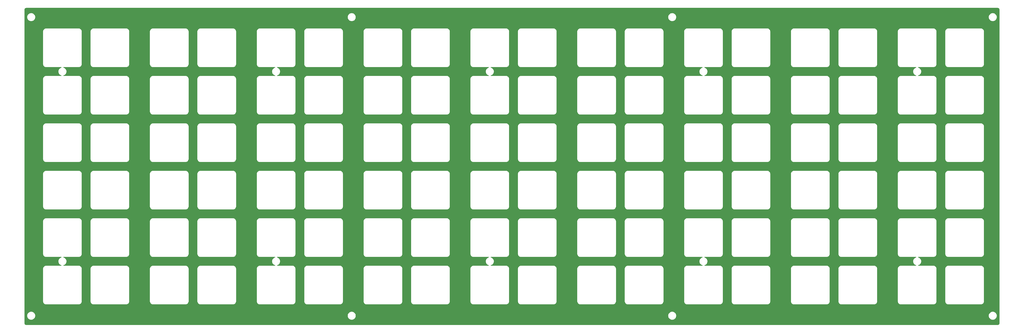
<source format=gbl>
%TF.GenerationSoftware,KiCad,Pcbnew,7.0.7*%
%TF.CreationDate,2023-09-25T11:43:51+09:00*%
%TF.ProjectId,Duet-Switch-Tester,44756574-2d53-4776-9974-63682d546573,rev?*%
%TF.SameCoordinates,Original*%
%TF.FileFunction,Copper,L2,Bot*%
%TF.FilePolarity,Positive*%
%FSLAX46Y46*%
G04 Gerber Fmt 4.6, Leading zero omitted, Abs format (unit mm)*
G04 Created by KiCad (PCBNEW 7.0.7) date 2023-09-25 11:43:51*
%MOMM*%
%LPD*%
G01*
G04 APERTURE LIST*
G04 APERTURE END LIST*
%TA.AperFunction,NonConductor*%
G36*
X422041690Y-29975516D02*
G01*
X422118813Y-29975635D01*
X422194086Y-29975955D01*
X422267212Y-29976567D01*
X422287106Y-29976846D01*
X422338016Y-29977560D01*
X422406685Y-29979015D01*
X422472929Y-29981002D01*
X422537012Y-29983596D01*
X422598608Y-29986844D01*
X422641192Y-29989690D01*
X422657845Y-29990803D01*
X422714578Y-29995504D01*
X422763119Y-30000402D01*
X422768827Y-30000978D01*
X422820563Y-30007241D01*
X422869685Y-30014285D01*
X422916274Y-30022116D01*
X422922463Y-30023324D01*
X422960903Y-30030828D01*
X422986277Y-30036493D01*
X422997758Y-30039057D01*
X423033291Y-30048016D01*
X423033291Y-30048017D01*
X423067014Y-30057578D01*
X423098808Y-30067674D01*
X423128816Y-30078310D01*
X423139939Y-30082697D01*
X423157020Y-30089434D01*
X423183536Y-30101040D01*
X423208409Y-30113093D01*
X423231861Y-30125652D01*
X423256357Y-30140121D01*
X423265164Y-30145760D01*
X423288883Y-30162289D01*
X423291351Y-30164101D01*
X423309460Y-30178097D01*
X423311863Y-30180053D01*
X423318722Y-30185924D01*
X423328840Y-30194585D01*
X423331115Y-30196634D01*
X423334862Y-30200182D01*
X423347076Y-30211749D01*
X423349284Y-30213947D01*
X423364476Y-30229856D01*
X423366540Y-30232129D01*
X423381118Y-30249020D01*
X423383069Y-30251398D01*
X423397124Y-30269430D01*
X423398950Y-30271896D01*
X423414571Y-30294123D01*
X423425312Y-30310919D01*
X423436654Y-30330214D01*
X423446579Y-30348604D01*
X423461021Y-30378212D01*
X423462184Y-30380738D01*
X423475830Y-30412229D01*
X423484745Y-30435108D01*
X423494023Y-30461250D01*
X423502918Y-30488824D01*
X423511402Y-30517846D01*
X423519016Y-30546668D01*
X423529720Y-30592558D01*
X423539174Y-30639715D01*
X423547728Y-30689813D01*
X423555375Y-30742966D01*
X423562095Y-30799098D01*
X423567901Y-30858223D01*
X423572808Y-30920279D01*
X423576853Y-30985182D01*
X423580090Y-31052926D01*
X423582578Y-31123307D01*
X423584403Y-31196505D01*
X423585652Y-31272282D01*
X423586424Y-31350576D01*
X423586826Y-31431320D01*
X423586978Y-31514935D01*
X423587000Y-31600173D01*
X423587000Y-155724826D01*
X423586981Y-155804477D01*
X423586863Y-155881312D01*
X423586543Y-155956587D01*
X423585931Y-156029712D01*
X423584938Y-156100576D01*
X423583486Y-156169098D01*
X423581496Y-156235429D01*
X423580847Y-156251460D01*
X423578902Y-156299518D01*
X423575654Y-156361105D01*
X423571695Y-156420345D01*
X423571462Y-156423161D01*
X423566994Y-156477081D01*
X423561520Y-156531323D01*
X423555262Y-156583028D01*
X423548213Y-156632182D01*
X423540377Y-156678804D01*
X423531676Y-156723375D01*
X423529653Y-156732438D01*
X423523442Y-156760256D01*
X423514481Y-156795791D01*
X423504920Y-156829514D01*
X423494822Y-156861313D01*
X423493956Y-156863757D01*
X423484186Y-156891319D01*
X423473065Y-156919517D01*
X423473065Y-156919518D01*
X423461462Y-156946031D01*
X423449396Y-156970929D01*
X423446394Y-156976535D01*
X423436861Y-156994335D01*
X423422376Y-157018859D01*
X423416730Y-157027676D01*
X423400198Y-157051398D01*
X423398387Y-157053864D01*
X423384404Y-157071955D01*
X423382449Y-157074357D01*
X423367931Y-157091319D01*
X423365848Y-157093632D01*
X423350746Y-157109579D01*
X423348544Y-157111791D01*
X423332645Y-157126972D01*
X423330337Y-157129067D01*
X423313496Y-157143602D01*
X423311103Y-157145566D01*
X423293073Y-157159619D01*
X423290609Y-157161444D01*
X423268362Y-157177080D01*
X423251589Y-157187805D01*
X423232286Y-157199153D01*
X423224058Y-157203594D01*
X423213895Y-157209079D01*
X423208120Y-157211896D01*
X423184292Y-157223518D01*
X423181767Y-157224680D01*
X423158090Y-157234940D01*
X423150251Y-157238338D01*
X423127386Y-157247247D01*
X423101256Y-157256520D01*
X423073672Y-157265418D01*
X423044659Y-157273898D01*
X423044660Y-157273899D01*
X423015823Y-157281518D01*
X422969943Y-157292219D01*
X422946369Y-157296944D01*
X422922795Y-157301671D01*
X422897726Y-157305951D01*
X422872658Y-157310231D01*
X422819532Y-157317875D01*
X422763397Y-157324596D01*
X422763398Y-157324597D01*
X422704277Y-157330401D01*
X422642215Y-157335309D01*
X422609767Y-157337331D01*
X422577319Y-157339353D01*
X422512482Y-157342451D01*
X422509573Y-157342590D01*
X422439189Y-157345078D01*
X422365993Y-157346903D01*
X422290216Y-157348152D01*
X422211922Y-157348924D01*
X422131178Y-157349326D01*
X422047562Y-157349478D01*
X421962122Y-157349500D01*
X33987368Y-157349500D01*
X33908021Y-157349481D01*
X33831186Y-157349363D01*
X33755911Y-157349043D01*
X33682786Y-157348431D01*
X33611922Y-157347438D01*
X33543400Y-157345986D01*
X33508501Y-157344939D01*
X33477069Y-157343996D01*
X33412980Y-157341402D01*
X33351393Y-157338154D01*
X33351392Y-157338154D01*
X33292153Y-157334195D01*
X33235417Y-157329494D01*
X33181175Y-157324020D01*
X33181174Y-157324020D01*
X33129435Y-157317757D01*
X33080316Y-157310713D01*
X33033716Y-157302881D01*
X33027517Y-157301671D01*
X32989105Y-157294173D01*
X32952246Y-157285943D01*
X32934699Y-157281518D01*
X32916706Y-157276980D01*
X32882985Y-157267420D01*
X32865582Y-157261894D01*
X32851185Y-157257322D01*
X32843332Y-157254538D01*
X32821179Y-157246686D01*
X32792980Y-157235565D01*
X32766467Y-157223962D01*
X32741569Y-157211896D01*
X32718162Y-157199361D01*
X32693623Y-157184865D01*
X32684834Y-157179239D01*
X32661114Y-157162708D01*
X32658644Y-157160895D01*
X32640532Y-157146895D01*
X32638131Y-157144942D01*
X32621179Y-157130431D01*
X32618866Y-157128348D01*
X32606098Y-157116257D01*
X32602907Y-157113235D01*
X32600718Y-157111056D01*
X32585519Y-157095139D01*
X32583429Y-157092836D01*
X32568891Y-157075991D01*
X32566928Y-157073599D01*
X32552878Y-157055573D01*
X32551051Y-157053106D01*
X32535426Y-157030873D01*
X32524683Y-157014075D01*
X32513344Y-156994785D01*
X32513101Y-156994335D01*
X32503419Y-156976395D01*
X32488969Y-156946771D01*
X32487816Y-156944265D01*
X32474160Y-156912751D01*
X32465251Y-156889886D01*
X32455978Y-156863757D01*
X32447080Y-156836173D01*
X32438599Y-156807162D01*
X32430983Y-156778332D01*
X32420278Y-156732438D01*
X32410827Y-156685296D01*
X32409718Y-156678803D01*
X32402267Y-156635159D01*
X32400045Y-156619715D01*
X32394623Y-156582032D01*
X32387901Y-156525898D01*
X32382097Y-156466777D01*
X32377189Y-156404716D01*
X32373145Y-156339819D01*
X32369908Y-156272073D01*
X32367420Y-156201690D01*
X32365595Y-156128493D01*
X32364346Y-156052716D01*
X32363574Y-155974422D01*
X32363172Y-155893678D01*
X32363020Y-155809627D01*
X32363000Y-155724826D01*
X32363000Y-153593750D01*
X33488301Y-153593750D01*
X33508067Y-153844901D01*
X33566876Y-154089860D01*
X33663283Y-154322609D01*
X33794910Y-154537403D01*
X33794911Y-154537406D01*
X33794914Y-154537409D01*
X33958526Y-154728974D01*
X34106816Y-154855625D01*
X34150093Y-154892588D01*
X34150096Y-154892589D01*
X34364890Y-155024216D01*
X34597638Y-155120623D01*
X34597639Y-155120623D01*
X34842602Y-155179433D01*
X34998700Y-155191718D01*
X35030866Y-155194250D01*
X35030868Y-155194250D01*
X35156634Y-155194250D01*
X35186268Y-155191917D01*
X35344898Y-155179433D01*
X35589861Y-155120623D01*
X35822609Y-155024216D01*
X36037409Y-154892586D01*
X36228974Y-154728974D01*
X36392586Y-154537409D01*
X36524216Y-154322609D01*
X36620623Y-154089861D01*
X36679433Y-153844898D01*
X36699199Y-153593750D01*
X162075801Y-153593750D01*
X162095567Y-153844901D01*
X162154376Y-154089860D01*
X162250783Y-154322609D01*
X162382410Y-154537403D01*
X162382411Y-154537406D01*
X162382414Y-154537409D01*
X162546026Y-154728974D01*
X162694316Y-154855625D01*
X162737593Y-154892588D01*
X162737596Y-154892589D01*
X162952390Y-155024216D01*
X163185139Y-155120623D01*
X163430102Y-155179433D01*
X163586200Y-155191718D01*
X163618366Y-155194250D01*
X163618368Y-155194250D01*
X163744134Y-155194250D01*
X163773768Y-155191917D01*
X163932398Y-155179433D01*
X164177361Y-155120623D01*
X164410109Y-155024216D01*
X164624909Y-154892586D01*
X164816474Y-154728974D01*
X164980086Y-154537409D01*
X165111716Y-154322609D01*
X165208123Y-154089861D01*
X165266933Y-153844898D01*
X165286699Y-153593750D01*
X290663301Y-153593750D01*
X290683067Y-153844901D01*
X290741876Y-154089860D01*
X290838283Y-154322609D01*
X290969910Y-154537403D01*
X290969911Y-154537406D01*
X290969914Y-154537409D01*
X291133526Y-154728974D01*
X291281816Y-154855625D01*
X291325093Y-154892588D01*
X291325096Y-154892589D01*
X291539890Y-155024216D01*
X291772639Y-155120623D01*
X292017602Y-155179433D01*
X292173700Y-155191718D01*
X292205866Y-155194250D01*
X292205868Y-155194250D01*
X292331634Y-155194250D01*
X292361267Y-155191917D01*
X292519898Y-155179433D01*
X292764861Y-155120623D01*
X292997609Y-155024216D01*
X293212409Y-154892586D01*
X293403974Y-154728974D01*
X293567586Y-154537409D01*
X293699216Y-154322609D01*
X293795623Y-154089861D01*
X293854433Y-153844898D01*
X293874199Y-153593750D01*
X419250801Y-153593750D01*
X419270567Y-153844901D01*
X419329376Y-154089860D01*
X419425783Y-154322609D01*
X419557410Y-154537403D01*
X419557411Y-154537406D01*
X419557414Y-154537409D01*
X419721026Y-154728974D01*
X419869316Y-154855625D01*
X419912593Y-154892588D01*
X419912596Y-154892589D01*
X420127390Y-155024216D01*
X420360138Y-155120623D01*
X420360139Y-155120623D01*
X420605102Y-155179433D01*
X420761200Y-155191718D01*
X420793366Y-155194250D01*
X420793368Y-155194250D01*
X420919134Y-155194250D01*
X420948768Y-155191917D01*
X421107398Y-155179433D01*
X421352361Y-155120623D01*
X421585109Y-155024216D01*
X421799909Y-154892586D01*
X421991474Y-154728974D01*
X422155086Y-154537409D01*
X422286716Y-154322609D01*
X422383123Y-154089861D01*
X422441933Y-153844898D01*
X422461699Y-153593750D01*
X422441933Y-153342602D01*
X422383123Y-153097639D01*
X422286716Y-152864891D01*
X422286716Y-152864890D01*
X422155089Y-152650096D01*
X422155088Y-152650093D01*
X422118125Y-152606816D01*
X421991474Y-152458526D01*
X421864821Y-152350354D01*
X421799906Y-152294911D01*
X421799903Y-152294910D01*
X421585109Y-152163283D01*
X421352360Y-152066876D01*
X421107400Y-152008067D01*
X420919134Y-151993250D01*
X420919132Y-151993250D01*
X420793368Y-151993250D01*
X420793366Y-151993250D01*
X420605099Y-152008067D01*
X420360139Y-152066876D01*
X420127390Y-152163283D01*
X419912596Y-152294910D01*
X419912593Y-152294911D01*
X419721026Y-152458526D01*
X419557411Y-152650093D01*
X419557410Y-152650096D01*
X419425783Y-152864890D01*
X419329376Y-153097639D01*
X419270567Y-153342598D01*
X419250801Y-153593750D01*
X293874199Y-153593750D01*
X293854433Y-153342602D01*
X293795623Y-153097639D01*
X293699216Y-152864891D01*
X293699216Y-152864890D01*
X293567589Y-152650096D01*
X293567588Y-152650093D01*
X293530625Y-152606816D01*
X293403974Y-152458526D01*
X293277321Y-152350354D01*
X293212406Y-152294911D01*
X293212403Y-152294910D01*
X292997609Y-152163283D01*
X292764860Y-152066876D01*
X292519900Y-152008067D01*
X292331634Y-151993250D01*
X292331632Y-151993250D01*
X292205868Y-151993250D01*
X292205866Y-151993250D01*
X292017599Y-152008067D01*
X291772639Y-152066876D01*
X291539890Y-152163283D01*
X291325096Y-152294910D01*
X291325093Y-152294911D01*
X291133526Y-152458526D01*
X290969911Y-152650093D01*
X290969910Y-152650096D01*
X290838283Y-152864890D01*
X290741876Y-153097639D01*
X290683067Y-153342598D01*
X290663301Y-153593750D01*
X165286699Y-153593750D01*
X165266933Y-153342602D01*
X165208123Y-153097639D01*
X165111716Y-152864891D01*
X165111716Y-152864890D01*
X164980089Y-152650096D01*
X164980088Y-152650093D01*
X164943125Y-152606816D01*
X164816474Y-152458526D01*
X164689821Y-152350354D01*
X164624906Y-152294911D01*
X164624903Y-152294910D01*
X164410109Y-152163283D01*
X164177360Y-152066876D01*
X163932400Y-152008067D01*
X163744134Y-151993250D01*
X163744132Y-151993250D01*
X163618368Y-151993250D01*
X163618366Y-151993250D01*
X163430099Y-152008067D01*
X163185139Y-152066876D01*
X162952390Y-152163283D01*
X162737596Y-152294910D01*
X162737593Y-152294911D01*
X162546026Y-152458526D01*
X162382411Y-152650093D01*
X162382410Y-152650096D01*
X162250783Y-152864890D01*
X162154376Y-153097639D01*
X162095567Y-153342598D01*
X162075801Y-153593750D01*
X36699199Y-153593750D01*
X36679433Y-153342602D01*
X36620623Y-153097639D01*
X36524216Y-152864891D01*
X36524216Y-152864890D01*
X36392589Y-152650096D01*
X36392588Y-152650093D01*
X36355625Y-152606816D01*
X36228974Y-152458526D01*
X36102321Y-152350354D01*
X36037406Y-152294911D01*
X36037403Y-152294910D01*
X35822609Y-152163283D01*
X35589860Y-152066876D01*
X35344900Y-152008067D01*
X35156634Y-151993250D01*
X35156632Y-151993250D01*
X35030868Y-151993250D01*
X35030866Y-151993250D01*
X34842599Y-152008067D01*
X34597639Y-152066876D01*
X34364890Y-152163283D01*
X34150096Y-152294910D01*
X34150093Y-152294911D01*
X33958526Y-152458526D01*
X33794911Y-152650093D01*
X33794910Y-152650096D01*
X33663283Y-152864890D01*
X33566876Y-153097639D01*
X33508067Y-153342598D01*
X33488301Y-153593750D01*
X32363000Y-153593750D01*
X32363000Y-147885922D01*
X39874500Y-147885922D01*
X39905290Y-148080326D01*
X39966117Y-148267529D01*
X40055476Y-148442905D01*
X40171172Y-148602146D01*
X40310354Y-148741328D01*
X40469595Y-148857024D01*
X40552455Y-148899243D01*
X40644970Y-148946382D01*
X40644972Y-148946382D01*
X40644975Y-148946384D01*
X40745317Y-148978987D01*
X40832173Y-149007209D01*
X41026578Y-149038000D01*
X41026583Y-149038000D01*
X54223422Y-149038000D01*
X54417826Y-149007209D01*
X54417825Y-149007208D01*
X54605025Y-148946384D01*
X54780405Y-148857024D01*
X54939646Y-148741328D01*
X55078828Y-148602146D01*
X55194524Y-148442905D01*
X55283884Y-148267525D01*
X55344709Y-148080326D01*
X55375500Y-147885922D01*
X58924500Y-147885922D01*
X58955290Y-148080326D01*
X59016117Y-148267529D01*
X59105476Y-148442904D01*
X59105476Y-148442905D01*
X59221172Y-148602146D01*
X59360354Y-148741328D01*
X59519595Y-148857024D01*
X59602455Y-148899243D01*
X59694970Y-148946382D01*
X59694972Y-148946382D01*
X59694975Y-148946384D01*
X59795317Y-148978987D01*
X59882173Y-149007209D01*
X60076578Y-149038000D01*
X60076583Y-149038000D01*
X73273422Y-149038000D01*
X73467826Y-149007209D01*
X73467825Y-149007209D01*
X73655025Y-148946384D01*
X73830405Y-148857024D01*
X73989646Y-148741328D01*
X74128828Y-148602146D01*
X74244524Y-148442905D01*
X74333884Y-148267525D01*
X74394709Y-148080326D01*
X74394708Y-148080326D01*
X74425500Y-147885922D01*
X82737000Y-147885922D01*
X82767790Y-148080326D01*
X82828617Y-148267529D01*
X82917976Y-148442904D01*
X82917976Y-148442905D01*
X83033672Y-148602146D01*
X83172854Y-148741328D01*
X83332095Y-148857024D01*
X83414955Y-148899243D01*
X83507470Y-148946382D01*
X83507472Y-148946382D01*
X83507475Y-148946384D01*
X83607817Y-148978987D01*
X83694673Y-149007209D01*
X83889078Y-149038000D01*
X83889083Y-149038000D01*
X97085922Y-149038000D01*
X97280326Y-149007209D01*
X97280325Y-149007209D01*
X97467525Y-148946384D01*
X97642905Y-148857024D01*
X97802146Y-148741328D01*
X97941328Y-148602146D01*
X98057024Y-148442905D01*
X98146384Y-148267525D01*
X98207209Y-148080326D01*
X98207208Y-148080325D01*
X98238000Y-147885922D01*
X98238000Y-134751083D01*
X101786994Y-134751083D01*
X101787000Y-134751139D01*
X101787000Y-147885922D01*
X101817790Y-148080326D01*
X101878617Y-148267529D01*
X101967976Y-148442905D01*
X102083672Y-148602146D01*
X102222854Y-148741328D01*
X102382095Y-148857024D01*
X102464955Y-148899243D01*
X102557470Y-148946382D01*
X102557472Y-148946382D01*
X102557475Y-148946384D01*
X102657817Y-148978987D01*
X102744673Y-149007209D01*
X102939078Y-149038000D01*
X102939083Y-149038000D01*
X116135922Y-149038000D01*
X116330326Y-149007209D01*
X116517525Y-148946384D01*
X116692905Y-148857024D01*
X116852146Y-148741328D01*
X116991328Y-148602146D01*
X117107024Y-148442905D01*
X117196384Y-148267525D01*
X117257209Y-148080326D01*
X117287999Y-147885922D01*
X125599500Y-147885922D01*
X125630290Y-148080326D01*
X125691117Y-148267529D01*
X125780476Y-148442904D01*
X125780476Y-148442905D01*
X125896172Y-148602146D01*
X126035354Y-148741328D01*
X126194595Y-148857024D01*
X126277455Y-148899243D01*
X126369970Y-148946382D01*
X126369972Y-148946382D01*
X126369975Y-148946384D01*
X126470317Y-148978987D01*
X126557173Y-149007209D01*
X126751578Y-149038000D01*
X126751583Y-149038000D01*
X139948422Y-149038000D01*
X140142826Y-149007209D01*
X140142826Y-149007208D01*
X140330025Y-148946384D01*
X140505405Y-148857024D01*
X140664646Y-148741328D01*
X140803828Y-148602146D01*
X140919524Y-148442905D01*
X141008884Y-148267525D01*
X141069709Y-148080326D01*
X141069708Y-148080325D01*
X141100500Y-147885922D01*
X144649500Y-147885922D01*
X144680290Y-148080326D01*
X144741117Y-148267529D01*
X144830475Y-148442904D01*
X144830476Y-148442905D01*
X144946172Y-148602146D01*
X145085354Y-148741328D01*
X145244595Y-148857024D01*
X145327455Y-148899243D01*
X145419970Y-148946382D01*
X145419972Y-148946382D01*
X145419975Y-148946384D01*
X145520317Y-148978987D01*
X145607173Y-149007209D01*
X145801578Y-149038000D01*
X145801583Y-149038000D01*
X158998422Y-149038000D01*
X159192826Y-149007209D01*
X159192826Y-149007208D01*
X159380025Y-148946384D01*
X159555405Y-148857024D01*
X159714646Y-148741328D01*
X159853828Y-148602146D01*
X159969524Y-148442905D01*
X160058884Y-148267525D01*
X160119709Y-148080326D01*
X160119709Y-148080325D01*
X160150500Y-147885922D01*
X160150500Y-134751083D01*
X168461994Y-134751083D01*
X168462000Y-134751139D01*
X168462000Y-147885922D01*
X168492790Y-148080326D01*
X168553617Y-148267529D01*
X168642975Y-148442905D01*
X168642976Y-148442905D01*
X168758672Y-148602146D01*
X168897854Y-148741328D01*
X169057095Y-148857024D01*
X169139955Y-148899243D01*
X169232470Y-148946382D01*
X169232472Y-148946382D01*
X169232475Y-148946384D01*
X169332817Y-148978987D01*
X169419673Y-149007209D01*
X169614078Y-149038000D01*
X169614083Y-149038000D01*
X182810922Y-149038000D01*
X183005326Y-149007209D01*
X183005325Y-149007208D01*
X183192525Y-148946384D01*
X183367905Y-148857024D01*
X183527146Y-148741328D01*
X183666328Y-148602146D01*
X183782024Y-148442905D01*
X183871384Y-148267525D01*
X183932209Y-148080326D01*
X183932209Y-148080325D01*
X183963000Y-147885922D01*
X187512000Y-147885922D01*
X187542790Y-148080326D01*
X187603617Y-148267529D01*
X187692975Y-148442905D01*
X187692976Y-148442905D01*
X187808672Y-148602146D01*
X187947854Y-148741328D01*
X188107095Y-148857024D01*
X188189955Y-148899243D01*
X188282470Y-148946382D01*
X188282472Y-148946382D01*
X188282475Y-148946384D01*
X188382817Y-148978987D01*
X188469673Y-149007209D01*
X188664078Y-149038000D01*
X188664083Y-149038000D01*
X201860922Y-149038000D01*
X202055326Y-149007209D01*
X202055325Y-149007208D01*
X202242525Y-148946384D01*
X202417905Y-148857024D01*
X202577146Y-148741328D01*
X202716328Y-148602146D01*
X202832024Y-148442905D01*
X202921384Y-148267525D01*
X202982209Y-148080326D01*
X203012999Y-147885922D01*
X211324500Y-147885922D01*
X211355290Y-148080326D01*
X211416117Y-148267529D01*
X211505475Y-148442905D01*
X211505476Y-148442905D01*
X211621172Y-148602146D01*
X211760354Y-148741328D01*
X211919595Y-148857024D01*
X212002455Y-148899243D01*
X212094970Y-148946382D01*
X212094972Y-148946382D01*
X212094975Y-148946384D01*
X212195317Y-148978987D01*
X212282173Y-149007209D01*
X212476578Y-149038000D01*
X212476583Y-149038000D01*
X225673422Y-149038000D01*
X225867826Y-149007209D01*
X225867825Y-149007208D01*
X226055025Y-148946384D01*
X226230405Y-148857024D01*
X226389646Y-148741328D01*
X226528828Y-148602146D01*
X226644524Y-148442905D01*
X226733884Y-148267525D01*
X226794709Y-148080326D01*
X226825500Y-147885922D01*
X226825500Y-147759972D01*
X230374499Y-147759972D01*
X230374500Y-147759982D01*
X230374500Y-147885922D01*
X230405290Y-148080326D01*
X230466117Y-148267529D01*
X230555475Y-148442905D01*
X230555476Y-148442905D01*
X230671172Y-148602146D01*
X230810354Y-148741328D01*
X230969595Y-148857024D01*
X231052455Y-148899243D01*
X231144970Y-148946382D01*
X231144972Y-148946382D01*
X231144975Y-148946384D01*
X231245317Y-148978987D01*
X231332173Y-149007209D01*
X231526578Y-149038000D01*
X231526583Y-149038000D01*
X244723422Y-149038000D01*
X244917826Y-149007209D01*
X244917826Y-149007208D01*
X245105025Y-148946384D01*
X245280405Y-148857024D01*
X245439646Y-148741328D01*
X245578828Y-148602146D01*
X245694524Y-148442905D01*
X245783884Y-148267525D01*
X245844709Y-148080326D01*
X245875500Y-147885922D01*
X245875500Y-147759972D01*
X254186999Y-147759972D01*
X254187000Y-147759982D01*
X254187000Y-147885922D01*
X254217790Y-148080326D01*
X254278617Y-148267529D01*
X254367976Y-148442905D01*
X254483672Y-148602146D01*
X254622854Y-148741328D01*
X254782095Y-148857024D01*
X254864955Y-148899243D01*
X254957470Y-148946382D01*
X254957472Y-148946382D01*
X254957475Y-148946384D01*
X255057817Y-148978987D01*
X255144673Y-149007209D01*
X255339078Y-149038000D01*
X255339083Y-149038000D01*
X268535922Y-149038000D01*
X268730326Y-149007209D01*
X268917525Y-148946384D01*
X269092905Y-148857024D01*
X269252146Y-148741328D01*
X269391328Y-148602146D01*
X269507024Y-148442905D01*
X269596384Y-148267525D01*
X269657209Y-148080326D01*
X269657209Y-148080325D01*
X269688000Y-147885922D01*
X273237000Y-147885922D01*
X273267790Y-148080326D01*
X273328617Y-148267529D01*
X273417975Y-148442905D01*
X273417976Y-148442905D01*
X273533672Y-148602146D01*
X273672854Y-148741328D01*
X273832095Y-148857024D01*
X273914955Y-148899243D01*
X274007470Y-148946382D01*
X274007472Y-148946382D01*
X274007475Y-148946384D01*
X274107817Y-148978987D01*
X274194673Y-149007209D01*
X274389078Y-149038000D01*
X274389083Y-149038000D01*
X287585922Y-149038000D01*
X287780326Y-149007209D01*
X287967525Y-148946384D01*
X288142905Y-148857024D01*
X288302146Y-148741328D01*
X288441328Y-148602146D01*
X288557024Y-148442905D01*
X288646384Y-148267525D01*
X288707209Y-148080326D01*
X288707208Y-148080326D01*
X288738000Y-147885922D01*
X297049500Y-147885922D01*
X297080290Y-148080326D01*
X297141117Y-148267529D01*
X297230475Y-148442905D01*
X297230476Y-148442905D01*
X297346172Y-148602146D01*
X297485354Y-148741328D01*
X297644595Y-148857024D01*
X297727455Y-148899243D01*
X297819970Y-148946382D01*
X297819972Y-148946382D01*
X297819975Y-148946384D01*
X297920317Y-148978987D01*
X298007173Y-149007209D01*
X298201578Y-149038000D01*
X298201583Y-149038000D01*
X311398422Y-149038000D01*
X311592826Y-149007209D01*
X311592825Y-149007208D01*
X311780025Y-148946384D01*
X311955405Y-148857024D01*
X312114646Y-148741328D01*
X312253828Y-148602146D01*
X312369524Y-148442905D01*
X312458884Y-148267525D01*
X312519709Y-148080326D01*
X312519708Y-148080325D01*
X312550500Y-147885922D01*
X316099500Y-147885922D01*
X316130290Y-148080326D01*
X316191117Y-148267529D01*
X316280475Y-148442904D01*
X316280476Y-148442905D01*
X316396172Y-148602146D01*
X316535354Y-148741328D01*
X316694595Y-148857024D01*
X316777455Y-148899243D01*
X316869970Y-148946382D01*
X316869972Y-148946382D01*
X316869975Y-148946384D01*
X316970317Y-148978987D01*
X317057173Y-149007209D01*
X317251578Y-149038000D01*
X317251583Y-149038000D01*
X330448422Y-149038000D01*
X330642826Y-149007209D01*
X330642825Y-149007209D01*
X330830025Y-148946384D01*
X331005405Y-148857024D01*
X331164646Y-148741328D01*
X331303828Y-148602146D01*
X331419524Y-148442905D01*
X331508884Y-148267525D01*
X331569709Y-148080326D01*
X331569708Y-148080325D01*
X331600500Y-147885922D01*
X339912000Y-147885922D01*
X339942790Y-148080326D01*
X340003617Y-148267529D01*
X340092975Y-148442905D01*
X340092976Y-148442905D01*
X340208672Y-148602146D01*
X340347854Y-148741328D01*
X340507095Y-148857024D01*
X340589955Y-148899243D01*
X340682470Y-148946382D01*
X340682472Y-148946382D01*
X340682475Y-148946384D01*
X340782817Y-148978987D01*
X340869673Y-149007209D01*
X341064078Y-149038000D01*
X341064083Y-149038000D01*
X354260922Y-149038000D01*
X354455326Y-149007209D01*
X354455325Y-149007208D01*
X354642525Y-148946384D01*
X354817905Y-148857024D01*
X354977146Y-148741328D01*
X355116328Y-148602146D01*
X355232024Y-148442905D01*
X355321384Y-148267525D01*
X355382209Y-148080326D01*
X355382208Y-148080325D01*
X355413000Y-147885922D01*
X355413000Y-147733280D01*
X358961999Y-147733280D01*
X358962000Y-147733285D01*
X358962000Y-147885922D01*
X358992790Y-148080326D01*
X359053617Y-148267529D01*
X359142975Y-148442905D01*
X359142976Y-148442905D01*
X359258672Y-148602146D01*
X359397854Y-148741328D01*
X359557095Y-148857024D01*
X359639955Y-148899243D01*
X359732470Y-148946382D01*
X359732472Y-148946382D01*
X359732475Y-148946384D01*
X359832817Y-148978987D01*
X359919673Y-149007209D01*
X360114078Y-149038000D01*
X360114083Y-149038000D01*
X373310922Y-149038000D01*
X373505326Y-149007209D01*
X373505325Y-149007208D01*
X373692525Y-148946384D01*
X373867905Y-148857024D01*
X374027146Y-148741328D01*
X374166328Y-148602146D01*
X374282024Y-148442905D01*
X374371384Y-148267525D01*
X374432209Y-148080326D01*
X374432209Y-148080325D01*
X374463000Y-147885922D01*
X382774499Y-147885922D01*
X382805290Y-148080326D01*
X382866117Y-148267529D01*
X382955476Y-148442905D01*
X383071172Y-148602146D01*
X383210354Y-148741328D01*
X383369595Y-148857024D01*
X383452455Y-148899243D01*
X383544970Y-148946382D01*
X383544972Y-148946382D01*
X383544975Y-148946384D01*
X383645317Y-148978987D01*
X383732173Y-149007209D01*
X383926578Y-149038000D01*
X383926583Y-149038000D01*
X397123422Y-149038000D01*
X397317826Y-149007209D01*
X397317826Y-149007208D01*
X397505025Y-148946384D01*
X397680405Y-148857024D01*
X397839646Y-148741328D01*
X397978828Y-148602146D01*
X398094524Y-148442905D01*
X398183884Y-148267525D01*
X398244709Y-148080326D01*
X398244708Y-148080326D01*
X398275500Y-147885922D01*
X401824500Y-147885922D01*
X401855290Y-148080326D01*
X401916117Y-148267529D01*
X402005476Y-148442904D01*
X402005476Y-148442905D01*
X402121172Y-148602146D01*
X402260354Y-148741328D01*
X402419595Y-148857024D01*
X402502455Y-148899243D01*
X402594970Y-148946382D01*
X402594972Y-148946382D01*
X402594975Y-148946384D01*
X402695317Y-148978987D01*
X402782173Y-149007209D01*
X402976578Y-149038000D01*
X402976583Y-149038000D01*
X416173422Y-149038000D01*
X416367826Y-149007209D01*
X416367826Y-149007208D01*
X416555025Y-148946384D01*
X416730405Y-148857024D01*
X416889646Y-148741328D01*
X417028828Y-148602146D01*
X417144524Y-148442905D01*
X417233884Y-148267525D01*
X417294709Y-148080326D01*
X417325500Y-147885922D01*
X417325500Y-134689077D01*
X417294709Y-134494673D01*
X417233882Y-134307470D01*
X417144523Y-134132094D01*
X417028828Y-133972854D01*
X416889646Y-133833672D01*
X416730405Y-133717976D01*
X416730404Y-133717975D01*
X416555029Y-133628617D01*
X416367826Y-133567790D01*
X416173422Y-133537000D01*
X416173417Y-133537000D01*
X416162721Y-133537000D01*
X403153881Y-133537000D01*
X403075000Y-133537000D01*
X402976583Y-133537000D01*
X402976578Y-133537000D01*
X402782173Y-133567790D01*
X402594970Y-133628617D01*
X402419594Y-133717976D01*
X402328741Y-133783985D01*
X402260354Y-133833672D01*
X402260352Y-133833674D01*
X402260351Y-133833674D01*
X402121174Y-133972851D01*
X402121174Y-133972852D01*
X402121172Y-133972854D01*
X402071485Y-134041241D01*
X402005476Y-134132094D01*
X401916117Y-134307470D01*
X401855290Y-134494673D01*
X401824500Y-134689077D01*
X401824500Y-147885922D01*
X398275500Y-147885922D01*
X398275500Y-134689077D01*
X398244709Y-134494673D01*
X398183882Y-134307470D01*
X398094523Y-134132094D01*
X397978828Y-133972854D01*
X397839646Y-133833672D01*
X397680405Y-133717976D01*
X397680405Y-133717975D01*
X397505029Y-133628617D01*
X397317826Y-133567790D01*
X397123422Y-133537000D01*
X397123417Y-133537000D01*
X397112721Y-133537000D01*
X391037342Y-133537000D01*
X390970303Y-133517315D01*
X390924548Y-133464511D01*
X390914604Y-133395353D01*
X390943629Y-133331797D01*
X391002407Y-133294023D01*
X391008395Y-133292426D01*
X391013842Y-133291118D01*
X391021111Y-133289373D01*
X391253859Y-133192966D01*
X391468659Y-133061336D01*
X391660224Y-132897724D01*
X391823836Y-132706159D01*
X391955466Y-132491359D01*
X392051873Y-132258611D01*
X392110683Y-132013648D01*
X392130449Y-131762500D01*
X392110683Y-131511352D01*
X392051873Y-131266389D01*
X391955466Y-131033641D01*
X391955466Y-131033640D01*
X391823839Y-130818846D01*
X391823838Y-130818843D01*
X391786875Y-130775566D01*
X391660224Y-130627276D01*
X391533571Y-130519104D01*
X391468656Y-130463661D01*
X391468653Y-130463660D01*
X391253859Y-130332033D01*
X391021110Y-130235626D01*
X391008395Y-130232574D01*
X390947803Y-130197784D01*
X390915639Y-130135757D01*
X390922115Y-130066189D01*
X390965174Y-130011164D01*
X391031146Y-129988155D01*
X391037342Y-129988000D01*
X397123422Y-129988000D01*
X397317826Y-129957209D01*
X397505025Y-129896384D01*
X397680405Y-129807024D01*
X397839646Y-129691328D01*
X397978828Y-129552146D01*
X398094524Y-129392905D01*
X398183884Y-129217525D01*
X398244709Y-129030326D01*
X398244709Y-129030325D01*
X398275500Y-128835922D01*
X401824500Y-128835922D01*
X401855290Y-129030326D01*
X401916117Y-129217529D01*
X402005476Y-129392904D01*
X402005476Y-129392905D01*
X402121172Y-129552146D01*
X402260354Y-129691328D01*
X402419595Y-129807024D01*
X402502455Y-129849243D01*
X402594970Y-129896382D01*
X402594972Y-129896382D01*
X402594975Y-129896384D01*
X402695317Y-129928987D01*
X402782173Y-129957209D01*
X402976578Y-129988000D01*
X402976583Y-129988000D01*
X416173422Y-129988000D01*
X416367826Y-129957209D01*
X416555025Y-129896384D01*
X416730405Y-129807024D01*
X416889646Y-129691328D01*
X417028828Y-129552146D01*
X417144524Y-129392905D01*
X417233884Y-129217525D01*
X417294709Y-129030326D01*
X417294709Y-129030325D01*
X417325500Y-128835922D01*
X417325500Y-115639077D01*
X417294709Y-115444673D01*
X417233882Y-115257470D01*
X417144523Y-115082094D01*
X417028828Y-114922854D01*
X416889646Y-114783672D01*
X416730405Y-114667976D01*
X416730404Y-114667976D01*
X416555029Y-114578617D01*
X416367826Y-114517790D01*
X416173422Y-114487000D01*
X416173417Y-114487000D01*
X416162721Y-114487000D01*
X403153881Y-114487000D01*
X403075000Y-114487000D01*
X402976583Y-114487000D01*
X402976578Y-114487000D01*
X402782173Y-114517790D01*
X402594970Y-114578617D01*
X402419594Y-114667976D01*
X402328741Y-114733985D01*
X402260354Y-114783672D01*
X402260352Y-114783674D01*
X402260351Y-114783674D01*
X402121174Y-114922851D01*
X402121174Y-114922852D01*
X402121172Y-114922854D01*
X402071485Y-114991241D01*
X402005476Y-115082094D01*
X401916117Y-115257470D01*
X401855290Y-115444673D01*
X401824500Y-115639077D01*
X401824500Y-128835922D01*
X398275500Y-128835922D01*
X398275500Y-115639077D01*
X398244709Y-115444673D01*
X398183882Y-115257470D01*
X398094523Y-115082094D01*
X397978828Y-114922854D01*
X397839646Y-114783672D01*
X397680405Y-114667976D01*
X397680404Y-114667976D01*
X397505029Y-114578617D01*
X397317826Y-114517790D01*
X397123422Y-114487000D01*
X397123417Y-114487000D01*
X397112721Y-114487000D01*
X384103881Y-114487000D01*
X384025000Y-114487000D01*
X383926583Y-114487000D01*
X383926578Y-114487000D01*
X383732173Y-114517790D01*
X383544970Y-114578617D01*
X383369594Y-114667976D01*
X383278741Y-114733985D01*
X383210354Y-114783672D01*
X383210352Y-114783674D01*
X383210351Y-114783674D01*
X383071174Y-114922851D01*
X383071174Y-114922852D01*
X383071172Y-114922854D01*
X383021485Y-114991241D01*
X382955476Y-115082094D01*
X382866117Y-115257470D01*
X382805290Y-115444673D01*
X382774499Y-115639077D01*
X382774499Y-128835922D01*
X382805290Y-129030326D01*
X382866117Y-129217529D01*
X382955475Y-129392905D01*
X382955476Y-129392905D01*
X383071172Y-129552146D01*
X383210354Y-129691328D01*
X383369595Y-129807024D01*
X383452455Y-129849243D01*
X383544970Y-129896382D01*
X383544972Y-129896382D01*
X383544975Y-129896384D01*
X383645317Y-129928987D01*
X383732173Y-129957209D01*
X383926578Y-129988000D01*
X390012658Y-129988000D01*
X390079697Y-130007685D01*
X390125452Y-130060489D01*
X390135396Y-130129647D01*
X390106371Y-130193203D01*
X390047593Y-130230977D01*
X390041605Y-130232574D01*
X390028889Y-130235626D01*
X389796140Y-130332033D01*
X389581346Y-130463660D01*
X389581343Y-130463661D01*
X389389776Y-130627276D01*
X389226161Y-130818843D01*
X389226160Y-130818846D01*
X389094533Y-131033640D01*
X388998126Y-131266389D01*
X388939317Y-131511348D01*
X388919551Y-131762499D01*
X388939317Y-132013651D01*
X388998126Y-132258610D01*
X389094533Y-132491359D01*
X389226160Y-132706153D01*
X389226161Y-132706156D01*
X389226164Y-132706159D01*
X389389776Y-132897724D01*
X389538066Y-133024375D01*
X389581343Y-133061338D01*
X389581346Y-133061339D01*
X389796140Y-133192966D01*
X390028889Y-133289373D01*
X390041605Y-133292426D01*
X390102197Y-133327216D01*
X390134361Y-133389243D01*
X390127885Y-133458811D01*
X390084826Y-133513836D01*
X390018854Y-133536845D01*
X390012658Y-133537000D01*
X383926578Y-133537000D01*
X383732173Y-133567790D01*
X383544970Y-133628617D01*
X383369594Y-133717976D01*
X383278741Y-133783985D01*
X383210354Y-133833672D01*
X383210352Y-133833674D01*
X383210351Y-133833674D01*
X383071174Y-133972851D01*
X383071174Y-133972852D01*
X383071172Y-133972854D01*
X383021485Y-134041241D01*
X382955476Y-134132094D01*
X382866117Y-134307470D01*
X382805290Y-134494673D01*
X382774499Y-134689077D01*
X382774499Y-147885922D01*
X374463000Y-147885922D01*
X374463000Y-134689077D01*
X374432209Y-134494673D01*
X374371382Y-134307470D01*
X374282023Y-134132094D01*
X374166328Y-133972854D01*
X374027146Y-133833672D01*
X373867905Y-133717976D01*
X373867904Y-133717975D01*
X373692529Y-133628617D01*
X373505326Y-133567790D01*
X373310922Y-133537000D01*
X373310917Y-133537000D01*
X373300221Y-133537000D01*
X360291381Y-133537000D01*
X360212500Y-133537000D01*
X360114083Y-133537000D01*
X360114078Y-133537000D01*
X359919673Y-133567790D01*
X359732470Y-133628617D01*
X359557094Y-133717976D01*
X359466241Y-133783985D01*
X359397854Y-133833672D01*
X359397852Y-133833674D01*
X359397851Y-133833674D01*
X359258674Y-133972851D01*
X359258674Y-133972852D01*
X359258672Y-133972854D01*
X359208985Y-134041241D01*
X359142976Y-134132094D01*
X359053617Y-134307470D01*
X358992790Y-134494673D01*
X358962000Y-134689077D01*
X358962000Y-134699779D01*
X358961999Y-147733280D01*
X355413000Y-147733280D01*
X355413000Y-134689077D01*
X355382209Y-134494673D01*
X355321382Y-134307470D01*
X355232023Y-134132094D01*
X355116328Y-133972854D01*
X354977146Y-133833672D01*
X354817905Y-133717976D01*
X354817904Y-133717975D01*
X354642529Y-133628617D01*
X354455326Y-133567790D01*
X354260922Y-133537000D01*
X354260917Y-133537000D01*
X354250221Y-133537000D01*
X341241381Y-133537000D01*
X341162500Y-133537000D01*
X341064083Y-133537000D01*
X341064078Y-133537000D01*
X340869673Y-133567790D01*
X340682470Y-133628617D01*
X340507094Y-133717976D01*
X340416241Y-133783985D01*
X340347854Y-133833672D01*
X340347852Y-133833674D01*
X340347851Y-133833674D01*
X340208674Y-133972851D01*
X340208674Y-133972852D01*
X340208672Y-133972854D01*
X340158985Y-134041241D01*
X340092976Y-134132094D01*
X340003617Y-134307470D01*
X339942790Y-134494673D01*
X339912000Y-134689077D01*
X339912000Y-147885922D01*
X331600500Y-147885922D01*
X331600500Y-134689077D01*
X331569709Y-134494673D01*
X331508882Y-134307470D01*
X331419523Y-134132094D01*
X331303828Y-133972854D01*
X331164646Y-133833672D01*
X331005405Y-133717976D01*
X330830029Y-133628617D01*
X330642826Y-133567790D01*
X330448422Y-133537000D01*
X330448417Y-133537000D01*
X330437721Y-133537000D01*
X317428881Y-133537000D01*
X317350000Y-133537000D01*
X317251583Y-133537000D01*
X317251578Y-133537000D01*
X317057173Y-133567790D01*
X316869970Y-133628617D01*
X316694594Y-133717976D01*
X316603741Y-133783985D01*
X316535354Y-133833672D01*
X316535352Y-133833674D01*
X316535351Y-133833674D01*
X316396174Y-133972851D01*
X316396174Y-133972852D01*
X316396172Y-133972854D01*
X316346485Y-134041241D01*
X316280476Y-134132094D01*
X316191117Y-134307470D01*
X316130290Y-134494673D01*
X316099500Y-134689077D01*
X316099500Y-147885922D01*
X312550500Y-147885922D01*
X312550500Y-134689077D01*
X312519709Y-134494673D01*
X312458882Y-134307470D01*
X312369523Y-134132094D01*
X312253828Y-133972854D01*
X312114646Y-133833672D01*
X311955405Y-133717976D01*
X311955404Y-133717976D01*
X311780029Y-133628617D01*
X311592826Y-133567790D01*
X311398422Y-133537000D01*
X311398417Y-133537000D01*
X311387721Y-133537000D01*
X305312342Y-133537000D01*
X305245303Y-133517315D01*
X305199548Y-133464511D01*
X305189604Y-133395353D01*
X305218629Y-133331797D01*
X305277407Y-133294023D01*
X305283395Y-133292426D01*
X305288842Y-133291118D01*
X305296111Y-133289373D01*
X305528859Y-133192966D01*
X305743659Y-133061336D01*
X305935224Y-132897724D01*
X306098836Y-132706159D01*
X306230466Y-132491359D01*
X306326873Y-132258611D01*
X306385683Y-132013648D01*
X306405449Y-131762500D01*
X306385683Y-131511352D01*
X306326873Y-131266389D01*
X306230466Y-131033641D01*
X306230466Y-131033640D01*
X306098839Y-130818846D01*
X306098838Y-130818843D01*
X306061875Y-130775566D01*
X305935224Y-130627276D01*
X305808571Y-130519104D01*
X305743656Y-130463661D01*
X305743653Y-130463660D01*
X305528859Y-130332033D01*
X305296110Y-130235626D01*
X305283395Y-130232574D01*
X305222803Y-130197784D01*
X305190639Y-130135757D01*
X305197115Y-130066189D01*
X305240174Y-130011164D01*
X305306146Y-129988155D01*
X305312342Y-129988000D01*
X311398422Y-129988000D01*
X311592826Y-129957209D01*
X311592826Y-129957208D01*
X311780025Y-129896384D01*
X311955405Y-129807024D01*
X312114646Y-129691328D01*
X312253828Y-129552146D01*
X312369524Y-129392905D01*
X312458884Y-129217525D01*
X312519709Y-129030326D01*
X312519708Y-129030326D01*
X312550500Y-128835922D01*
X316099500Y-128835922D01*
X316130290Y-129030326D01*
X316191117Y-129217529D01*
X316280476Y-129392904D01*
X316280476Y-129392905D01*
X316396172Y-129552146D01*
X316535354Y-129691328D01*
X316694595Y-129807024D01*
X316777455Y-129849243D01*
X316869970Y-129896382D01*
X316869972Y-129896382D01*
X316869975Y-129896384D01*
X316970317Y-129928987D01*
X317057173Y-129957209D01*
X317251578Y-129988000D01*
X317251583Y-129988000D01*
X330448422Y-129988000D01*
X330642826Y-129957209D01*
X330642825Y-129957208D01*
X330830025Y-129896384D01*
X331005405Y-129807024D01*
X331164646Y-129691328D01*
X331303828Y-129552146D01*
X331419524Y-129392905D01*
X331508884Y-129217525D01*
X331569709Y-129030326D01*
X331569708Y-129030326D01*
X331600500Y-128835922D01*
X339912000Y-128835922D01*
X339942790Y-129030326D01*
X340003617Y-129217529D01*
X340092975Y-129392904D01*
X340092976Y-129392905D01*
X340208672Y-129552146D01*
X340347854Y-129691328D01*
X340507095Y-129807024D01*
X340589955Y-129849243D01*
X340682470Y-129896382D01*
X340682472Y-129896382D01*
X340682475Y-129896384D01*
X340782817Y-129928987D01*
X340869673Y-129957209D01*
X341064078Y-129988000D01*
X341064083Y-129988000D01*
X354260922Y-129988000D01*
X354455326Y-129957209D01*
X354455325Y-129957209D01*
X354642525Y-129896384D01*
X354817905Y-129807024D01*
X354977146Y-129691328D01*
X355116328Y-129552146D01*
X355232024Y-129392905D01*
X355321384Y-129217525D01*
X355382209Y-129030326D01*
X355382208Y-129030326D01*
X355413000Y-128835922D01*
X355413000Y-128683280D01*
X358961999Y-128683280D01*
X358962000Y-128683285D01*
X358962000Y-128835922D01*
X358992790Y-129030326D01*
X359053617Y-129217529D01*
X359142976Y-129392904D01*
X359142976Y-129392905D01*
X359258672Y-129552146D01*
X359397854Y-129691328D01*
X359557095Y-129807024D01*
X359639955Y-129849243D01*
X359732470Y-129896382D01*
X359732472Y-129896382D01*
X359732475Y-129896384D01*
X359832817Y-129928987D01*
X359919673Y-129957209D01*
X360114078Y-129988000D01*
X360114083Y-129988000D01*
X373310922Y-129988000D01*
X373505326Y-129957209D01*
X373505326Y-129957208D01*
X373692525Y-129896384D01*
X373867905Y-129807024D01*
X374027146Y-129691328D01*
X374166328Y-129552146D01*
X374282024Y-129392905D01*
X374371384Y-129217525D01*
X374432209Y-129030326D01*
X374432208Y-129030326D01*
X374463000Y-128835922D01*
X374463000Y-115639077D01*
X374432209Y-115444673D01*
X374371382Y-115257470D01*
X374282023Y-115082094D01*
X374166328Y-114922854D01*
X374027146Y-114783672D01*
X373867905Y-114667976D01*
X373867904Y-114667975D01*
X373692529Y-114578617D01*
X373505326Y-114517790D01*
X373310922Y-114487000D01*
X373310917Y-114487000D01*
X373300221Y-114487000D01*
X360291381Y-114487000D01*
X360212500Y-114487000D01*
X360114083Y-114487000D01*
X360114078Y-114487000D01*
X359919673Y-114517790D01*
X359732470Y-114578617D01*
X359557094Y-114667976D01*
X359466241Y-114733985D01*
X359397854Y-114783672D01*
X359397852Y-114783674D01*
X359397851Y-114783674D01*
X359258674Y-114922851D01*
X359258674Y-114922852D01*
X359258672Y-114922854D01*
X359208985Y-114991241D01*
X359142976Y-115082094D01*
X359053617Y-115257470D01*
X358992790Y-115444673D01*
X358962000Y-115639077D01*
X358962000Y-115649779D01*
X358961999Y-128683280D01*
X355413000Y-128683280D01*
X355413000Y-115639077D01*
X355382209Y-115444673D01*
X355321382Y-115257470D01*
X355232023Y-115082094D01*
X355116328Y-114922854D01*
X354977146Y-114783672D01*
X354817905Y-114667976D01*
X354817904Y-114667976D01*
X354642529Y-114578617D01*
X354455326Y-114517790D01*
X354260922Y-114487000D01*
X354260917Y-114487000D01*
X354250221Y-114487000D01*
X341241381Y-114487000D01*
X341162500Y-114487000D01*
X341064083Y-114487000D01*
X341064078Y-114487000D01*
X340869673Y-114517790D01*
X340682470Y-114578617D01*
X340507094Y-114667976D01*
X340416241Y-114733985D01*
X340347854Y-114783672D01*
X340347852Y-114783674D01*
X340347851Y-114783674D01*
X340208674Y-114922851D01*
X340208674Y-114922852D01*
X340208672Y-114922854D01*
X340158985Y-114991241D01*
X340092976Y-115082094D01*
X340003617Y-115257470D01*
X339942790Y-115444673D01*
X339912000Y-115639077D01*
X339912000Y-128835922D01*
X331600500Y-128835922D01*
X331600500Y-115639077D01*
X331569709Y-115444673D01*
X331508882Y-115257470D01*
X331419523Y-115082094D01*
X331303828Y-114922854D01*
X331164646Y-114783672D01*
X331005405Y-114667976D01*
X331005405Y-114667975D01*
X330830029Y-114578617D01*
X330642826Y-114517790D01*
X330448422Y-114487000D01*
X330448417Y-114487000D01*
X330437721Y-114487000D01*
X317428881Y-114487000D01*
X317350000Y-114487000D01*
X317251583Y-114487000D01*
X317251578Y-114487000D01*
X317057173Y-114517790D01*
X316869970Y-114578617D01*
X316694594Y-114667976D01*
X316603741Y-114733985D01*
X316535354Y-114783672D01*
X316535352Y-114783674D01*
X316535351Y-114783674D01*
X316396174Y-114922851D01*
X316396174Y-114922852D01*
X316396172Y-114922854D01*
X316346485Y-114991241D01*
X316280476Y-115082094D01*
X316191117Y-115257470D01*
X316130290Y-115444673D01*
X316099500Y-115639077D01*
X316099500Y-128835922D01*
X312550500Y-128835922D01*
X312550500Y-115639077D01*
X312519709Y-115444673D01*
X312458882Y-115257470D01*
X312369523Y-115082094D01*
X312253828Y-114922854D01*
X312114646Y-114783672D01*
X311955405Y-114667976D01*
X311955404Y-114667975D01*
X311780029Y-114578617D01*
X311592826Y-114517790D01*
X311398422Y-114487000D01*
X311398417Y-114487000D01*
X311387721Y-114487000D01*
X298378881Y-114487000D01*
X298300000Y-114487000D01*
X298201583Y-114487000D01*
X298201578Y-114487000D01*
X298007173Y-114517790D01*
X297819970Y-114578617D01*
X297644594Y-114667976D01*
X297553741Y-114733985D01*
X297485354Y-114783672D01*
X297485352Y-114783674D01*
X297485351Y-114783674D01*
X297346174Y-114922851D01*
X297346174Y-114922852D01*
X297346172Y-114922854D01*
X297296485Y-114991241D01*
X297230476Y-115082094D01*
X297141117Y-115257470D01*
X297080290Y-115444673D01*
X297049500Y-115639077D01*
X297049500Y-128835922D01*
X297080290Y-129030326D01*
X297141117Y-129217529D01*
X297230475Y-129392905D01*
X297230476Y-129392905D01*
X297346172Y-129552146D01*
X297485354Y-129691328D01*
X297644595Y-129807024D01*
X297727455Y-129849243D01*
X297819970Y-129896382D01*
X297819972Y-129896382D01*
X297819975Y-129896384D01*
X297920317Y-129928987D01*
X298007173Y-129957209D01*
X298201578Y-129988000D01*
X304287658Y-129988000D01*
X304354697Y-130007685D01*
X304400452Y-130060489D01*
X304410396Y-130129647D01*
X304381371Y-130193203D01*
X304322593Y-130230977D01*
X304316605Y-130232574D01*
X304303889Y-130235626D01*
X304071140Y-130332033D01*
X303856346Y-130463660D01*
X303856343Y-130463661D01*
X303664776Y-130627276D01*
X303501161Y-130818843D01*
X303501160Y-130818846D01*
X303369533Y-131033640D01*
X303273126Y-131266389D01*
X303214317Y-131511348D01*
X303194551Y-131762499D01*
X303214317Y-132013651D01*
X303273126Y-132258610D01*
X303369533Y-132491359D01*
X303501160Y-132706153D01*
X303501161Y-132706156D01*
X303501164Y-132706159D01*
X303664776Y-132897724D01*
X303813066Y-133024375D01*
X303856343Y-133061338D01*
X303856346Y-133061339D01*
X304071140Y-133192966D01*
X304303889Y-133289373D01*
X304316605Y-133292426D01*
X304377197Y-133327216D01*
X304409361Y-133389243D01*
X304402885Y-133458811D01*
X304359826Y-133513836D01*
X304293854Y-133536845D01*
X304287658Y-133537000D01*
X298201578Y-133537000D01*
X298007173Y-133567790D01*
X297819970Y-133628617D01*
X297644594Y-133717976D01*
X297553741Y-133783985D01*
X297485354Y-133833672D01*
X297485352Y-133833674D01*
X297485351Y-133833674D01*
X297346174Y-133972851D01*
X297346174Y-133972852D01*
X297346172Y-133972854D01*
X297296485Y-134041241D01*
X297230476Y-134132094D01*
X297141117Y-134307470D01*
X297080290Y-134494673D01*
X297049500Y-134689077D01*
X297049500Y-147885922D01*
X288738000Y-147885922D01*
X288738000Y-134689077D01*
X288707209Y-134494673D01*
X288646382Y-134307470D01*
X288557023Y-134132094D01*
X288441328Y-133972854D01*
X288302146Y-133833672D01*
X288142905Y-133717976D01*
X288142904Y-133717976D01*
X287967529Y-133628617D01*
X287780326Y-133567790D01*
X287585922Y-133537000D01*
X287585917Y-133537000D01*
X287575221Y-133537000D01*
X274566381Y-133537000D01*
X274487500Y-133537000D01*
X274389083Y-133537000D01*
X274389078Y-133537000D01*
X274194673Y-133567790D01*
X274007470Y-133628617D01*
X273832094Y-133717976D01*
X273741241Y-133783985D01*
X273672854Y-133833672D01*
X273672852Y-133833674D01*
X273672851Y-133833674D01*
X273533674Y-133972851D01*
X273533674Y-133972852D01*
X273533672Y-133972854D01*
X273483985Y-134041241D01*
X273417976Y-134132094D01*
X273328617Y-134307470D01*
X273267790Y-134494673D01*
X273237000Y-134689077D01*
X273237000Y-147885922D01*
X269688000Y-147885922D01*
X269688000Y-134689077D01*
X269657209Y-134494673D01*
X269596382Y-134307470D01*
X269507023Y-134132094D01*
X269391328Y-133972854D01*
X269252146Y-133833672D01*
X269092905Y-133717976D01*
X268917529Y-133628617D01*
X268730326Y-133567790D01*
X268535922Y-133537000D01*
X268535917Y-133537000D01*
X268525221Y-133537000D01*
X255516381Y-133537000D01*
X255437500Y-133537000D01*
X255339083Y-133537000D01*
X255339078Y-133537000D01*
X255144673Y-133567790D01*
X254957470Y-133628617D01*
X254782094Y-133717976D01*
X254691241Y-133783985D01*
X254622854Y-133833672D01*
X254622852Y-133833674D01*
X254622851Y-133833674D01*
X254483674Y-133972851D01*
X254483674Y-133972852D01*
X254483672Y-133972854D01*
X254433985Y-134041241D01*
X254367976Y-134132094D01*
X254278617Y-134307470D01*
X254217790Y-134494673D01*
X254187000Y-134689077D01*
X254187000Y-134699779D01*
X254186999Y-147759972D01*
X245875500Y-147759972D01*
X245875500Y-134689077D01*
X245844709Y-134494673D01*
X245783882Y-134307470D01*
X245694523Y-134132094D01*
X245578828Y-133972854D01*
X245439646Y-133833672D01*
X245280405Y-133717976D01*
X245105029Y-133628617D01*
X244917826Y-133567790D01*
X244723422Y-133537000D01*
X244723417Y-133537000D01*
X244712721Y-133537000D01*
X231703881Y-133537000D01*
X231625000Y-133537000D01*
X231526583Y-133537000D01*
X231526578Y-133537000D01*
X231332173Y-133567790D01*
X231144970Y-133628617D01*
X230969594Y-133717976D01*
X230878741Y-133783985D01*
X230810354Y-133833672D01*
X230810352Y-133833674D01*
X230810351Y-133833674D01*
X230671174Y-133972851D01*
X230671174Y-133972852D01*
X230671172Y-133972854D01*
X230621485Y-134041241D01*
X230555476Y-134132094D01*
X230466117Y-134307470D01*
X230405290Y-134494673D01*
X230374500Y-134689077D01*
X230374500Y-134699779D01*
X230374499Y-147759972D01*
X226825500Y-147759972D01*
X226825500Y-134689077D01*
X226794709Y-134494673D01*
X226733882Y-134307470D01*
X226644523Y-134132094D01*
X226528828Y-133972854D01*
X226389646Y-133833672D01*
X226230405Y-133717976D01*
X226230404Y-133717976D01*
X226055029Y-133628617D01*
X225867826Y-133567790D01*
X225673422Y-133537000D01*
X225673417Y-133537000D01*
X225662721Y-133537000D01*
X219587342Y-133537000D01*
X219520303Y-133517315D01*
X219474548Y-133464511D01*
X219464604Y-133395353D01*
X219493629Y-133331797D01*
X219552407Y-133294023D01*
X219558395Y-133292426D01*
X219563842Y-133291118D01*
X219571111Y-133289373D01*
X219803859Y-133192966D01*
X220018659Y-133061336D01*
X220210224Y-132897724D01*
X220373836Y-132706159D01*
X220505466Y-132491359D01*
X220601873Y-132258611D01*
X220660683Y-132013648D01*
X220680449Y-131762500D01*
X220660683Y-131511352D01*
X220601873Y-131266389D01*
X220505466Y-131033641D01*
X220505466Y-131033640D01*
X220373839Y-130818846D01*
X220373838Y-130818843D01*
X220336875Y-130775566D01*
X220210224Y-130627276D01*
X220083571Y-130519104D01*
X220018656Y-130463661D01*
X220018653Y-130463660D01*
X219803859Y-130332033D01*
X219571110Y-130235626D01*
X219558395Y-130232574D01*
X219497803Y-130197784D01*
X219465639Y-130135757D01*
X219472115Y-130066189D01*
X219515174Y-130011164D01*
X219581146Y-129988155D01*
X219587342Y-129988000D01*
X225673422Y-129988000D01*
X225867826Y-129957209D01*
X225867825Y-129957209D01*
X226055025Y-129896384D01*
X226230405Y-129807024D01*
X226389646Y-129691328D01*
X226528828Y-129552146D01*
X226644524Y-129392905D01*
X226733884Y-129217525D01*
X226794709Y-129030326D01*
X226794709Y-129030325D01*
X226825500Y-128835922D01*
X226825500Y-128709972D01*
X230374499Y-128709972D01*
X230374500Y-128709982D01*
X230374500Y-128835922D01*
X230405290Y-129030326D01*
X230466117Y-129217529D01*
X230555476Y-129392904D01*
X230555476Y-129392905D01*
X230671172Y-129552146D01*
X230810354Y-129691328D01*
X230969595Y-129807024D01*
X231052455Y-129849243D01*
X231144970Y-129896382D01*
X231144972Y-129896382D01*
X231144975Y-129896384D01*
X231245317Y-129928987D01*
X231332173Y-129957209D01*
X231526578Y-129988000D01*
X231526583Y-129988000D01*
X244723422Y-129988000D01*
X244917826Y-129957209D01*
X244917825Y-129957209D01*
X245105025Y-129896384D01*
X245280405Y-129807024D01*
X245439646Y-129691328D01*
X245578828Y-129552146D01*
X245694524Y-129392905D01*
X245783884Y-129217525D01*
X245844709Y-129030326D01*
X245844709Y-129030325D01*
X245875500Y-128835922D01*
X245875500Y-128709972D01*
X254186999Y-128709972D01*
X254187000Y-128709982D01*
X254187000Y-128835922D01*
X254217790Y-129030326D01*
X254278617Y-129217529D01*
X254367976Y-129392904D01*
X254367976Y-129392905D01*
X254483672Y-129552146D01*
X254622854Y-129691328D01*
X254782095Y-129807024D01*
X254864955Y-129849243D01*
X254957470Y-129896382D01*
X254957472Y-129896382D01*
X254957475Y-129896384D01*
X255057817Y-129928987D01*
X255144673Y-129957209D01*
X255339078Y-129988000D01*
X255339083Y-129988000D01*
X268535922Y-129988000D01*
X268730326Y-129957209D01*
X268917525Y-129896384D01*
X269092905Y-129807024D01*
X269252146Y-129691328D01*
X269391328Y-129552146D01*
X269507024Y-129392905D01*
X269596384Y-129217525D01*
X269657209Y-129030326D01*
X269657208Y-129030326D01*
X269688000Y-128835922D01*
X273237000Y-128835922D01*
X273267790Y-129030326D01*
X273328617Y-129217529D01*
X273417976Y-129392904D01*
X273417976Y-129392905D01*
X273533672Y-129552146D01*
X273672854Y-129691328D01*
X273832095Y-129807024D01*
X273914955Y-129849243D01*
X274007470Y-129896382D01*
X274007472Y-129896382D01*
X274007475Y-129896384D01*
X274107817Y-129928987D01*
X274194673Y-129957209D01*
X274389078Y-129988000D01*
X274389083Y-129988000D01*
X287585922Y-129988000D01*
X287780326Y-129957209D01*
X287780325Y-129957209D01*
X287967525Y-129896384D01*
X288142905Y-129807024D01*
X288302146Y-129691328D01*
X288441328Y-129552146D01*
X288557024Y-129392905D01*
X288646384Y-129217525D01*
X288707209Y-129030326D01*
X288738000Y-128835922D01*
X288738000Y-115639077D01*
X288707209Y-115444673D01*
X288646382Y-115257470D01*
X288557023Y-115082094D01*
X288441328Y-114922854D01*
X288302146Y-114783672D01*
X288142905Y-114667976D01*
X287967529Y-114578617D01*
X287780326Y-114517790D01*
X287585922Y-114487000D01*
X287585917Y-114487000D01*
X287575221Y-114487000D01*
X274566381Y-114487000D01*
X274487500Y-114487000D01*
X274389083Y-114487000D01*
X274389078Y-114487000D01*
X274194673Y-114517790D01*
X274007470Y-114578617D01*
X273832094Y-114667976D01*
X273741241Y-114733985D01*
X273672854Y-114783672D01*
X273672852Y-114783674D01*
X273672851Y-114783674D01*
X273533674Y-114922851D01*
X273533674Y-114922852D01*
X273533672Y-114922854D01*
X273483985Y-114991241D01*
X273417976Y-115082094D01*
X273328617Y-115257470D01*
X273267790Y-115444673D01*
X273237000Y-115639077D01*
X273237000Y-128835922D01*
X269688000Y-128835922D01*
X269688000Y-115639077D01*
X269657209Y-115444673D01*
X269596382Y-115257470D01*
X269507023Y-115082094D01*
X269391328Y-114922854D01*
X269252146Y-114783672D01*
X269092905Y-114667976D01*
X269092904Y-114667976D01*
X268917529Y-114578617D01*
X268730326Y-114517790D01*
X268535922Y-114487000D01*
X268535917Y-114487000D01*
X268525221Y-114487000D01*
X255516381Y-114487000D01*
X255437500Y-114487000D01*
X255339083Y-114487000D01*
X255339078Y-114487000D01*
X255144673Y-114517790D01*
X254957470Y-114578617D01*
X254782094Y-114667976D01*
X254691241Y-114733985D01*
X254622854Y-114783672D01*
X254622852Y-114783674D01*
X254622851Y-114783674D01*
X254483674Y-114922851D01*
X254483674Y-114922852D01*
X254483672Y-114922854D01*
X254433985Y-114991241D01*
X254367976Y-115082094D01*
X254278617Y-115257470D01*
X254217790Y-115444673D01*
X254187000Y-115639077D01*
X254187000Y-115649779D01*
X254186999Y-128709972D01*
X245875500Y-128709972D01*
X245875500Y-115639077D01*
X245844709Y-115444673D01*
X245783882Y-115257470D01*
X245694523Y-115082094D01*
X245578828Y-114922854D01*
X245439646Y-114783672D01*
X245280405Y-114667976D01*
X245280404Y-114667976D01*
X245105029Y-114578617D01*
X244917826Y-114517790D01*
X244723422Y-114487000D01*
X244723417Y-114487000D01*
X244712721Y-114487000D01*
X231703881Y-114487000D01*
X231625000Y-114487000D01*
X231526583Y-114487000D01*
X231526578Y-114487000D01*
X231332173Y-114517790D01*
X231144970Y-114578617D01*
X230969594Y-114667976D01*
X230878741Y-114733985D01*
X230810354Y-114783672D01*
X230810352Y-114783674D01*
X230810351Y-114783674D01*
X230671174Y-114922851D01*
X230671174Y-114922852D01*
X230671172Y-114922854D01*
X230621485Y-114991241D01*
X230555476Y-115082094D01*
X230466117Y-115257470D01*
X230405290Y-115444673D01*
X230374500Y-115639077D01*
X230374500Y-115649779D01*
X230374499Y-128709972D01*
X226825500Y-128709972D01*
X226825500Y-115639077D01*
X226794709Y-115444673D01*
X226733882Y-115257470D01*
X226644523Y-115082094D01*
X226528828Y-114922854D01*
X226389646Y-114783672D01*
X226230405Y-114667976D01*
X226055029Y-114578617D01*
X225867826Y-114517790D01*
X225673422Y-114487000D01*
X225673417Y-114487000D01*
X225662721Y-114487000D01*
X212653881Y-114487000D01*
X212575000Y-114487000D01*
X212476583Y-114487000D01*
X212476578Y-114487000D01*
X212282173Y-114517790D01*
X212094970Y-114578617D01*
X211919594Y-114667976D01*
X211828741Y-114733985D01*
X211760354Y-114783672D01*
X211760352Y-114783674D01*
X211760351Y-114783674D01*
X211621174Y-114922851D01*
X211621174Y-114922852D01*
X211621172Y-114922854D01*
X211571485Y-114991241D01*
X211505476Y-115082094D01*
X211416117Y-115257470D01*
X211355290Y-115444673D01*
X211324500Y-115639077D01*
X211324500Y-128835922D01*
X211355290Y-129030326D01*
X211416117Y-129217529D01*
X211505475Y-129392904D01*
X211505476Y-129392905D01*
X211621172Y-129552146D01*
X211760354Y-129691328D01*
X211919595Y-129807024D01*
X212002455Y-129849243D01*
X212094970Y-129896382D01*
X212094972Y-129896382D01*
X212094975Y-129896384D01*
X212195317Y-129928987D01*
X212282173Y-129957209D01*
X212476578Y-129988000D01*
X218562658Y-129988000D01*
X218629697Y-130007685D01*
X218675452Y-130060489D01*
X218685396Y-130129647D01*
X218656371Y-130193203D01*
X218597593Y-130230977D01*
X218591605Y-130232574D01*
X218578889Y-130235626D01*
X218346140Y-130332033D01*
X218131346Y-130463660D01*
X218131343Y-130463661D01*
X217939776Y-130627276D01*
X217776161Y-130818843D01*
X217776160Y-130818846D01*
X217644533Y-131033640D01*
X217548126Y-131266389D01*
X217489317Y-131511348D01*
X217469551Y-131762500D01*
X217489317Y-132013651D01*
X217548126Y-132258610D01*
X217644533Y-132491359D01*
X217776160Y-132706153D01*
X217776161Y-132706156D01*
X217776164Y-132706159D01*
X217939776Y-132897724D01*
X218088066Y-133024375D01*
X218131343Y-133061338D01*
X218131346Y-133061339D01*
X218346140Y-133192966D01*
X218578889Y-133289373D01*
X218591605Y-133292426D01*
X218652197Y-133327216D01*
X218684361Y-133389243D01*
X218677885Y-133458811D01*
X218634826Y-133513836D01*
X218568854Y-133536845D01*
X218562658Y-133537000D01*
X212476578Y-133537000D01*
X212282173Y-133567790D01*
X212094970Y-133628617D01*
X211919594Y-133717976D01*
X211828741Y-133783985D01*
X211760354Y-133833672D01*
X211760352Y-133833674D01*
X211760351Y-133833674D01*
X211621174Y-133972851D01*
X211621174Y-133972852D01*
X211621172Y-133972854D01*
X211571485Y-134041241D01*
X211505476Y-134132094D01*
X211416117Y-134307470D01*
X211355290Y-134494673D01*
X211324500Y-134689077D01*
X211324500Y-147885922D01*
X203012999Y-147885922D01*
X203013000Y-147885917D01*
X203013000Y-147787500D01*
X203013000Y-147708619D01*
X203013000Y-147708618D01*
X203013000Y-134743791D01*
X203013000Y-134692429D01*
X203013001Y-134692429D01*
X203012999Y-134692420D01*
X203013000Y-134689083D01*
X202982209Y-134494674D01*
X202921384Y-134307475D01*
X202921382Y-134307472D01*
X202921382Y-134307470D01*
X202832023Y-134132094D01*
X202716328Y-133972854D01*
X202577146Y-133833672D01*
X202417905Y-133717976D01*
X202242529Y-133628617D01*
X202055326Y-133567790D01*
X201860922Y-133537000D01*
X201860917Y-133537000D01*
X201850221Y-133537000D01*
X188841381Y-133537000D01*
X188762500Y-133537000D01*
X188664083Y-133537000D01*
X188664078Y-133537000D01*
X188469673Y-133567790D01*
X188282470Y-133628617D01*
X188107094Y-133717976D01*
X188016241Y-133783985D01*
X187947854Y-133833672D01*
X187947852Y-133833674D01*
X187947851Y-133833674D01*
X187808674Y-133972851D01*
X187808674Y-133972852D01*
X187808672Y-133972854D01*
X187758985Y-134041241D01*
X187692976Y-134132094D01*
X187603617Y-134307470D01*
X187542790Y-134494673D01*
X187512000Y-134689077D01*
X187512000Y-147885922D01*
X183963000Y-147885922D01*
X183963000Y-134689077D01*
X183932209Y-134494673D01*
X183871382Y-134307470D01*
X183782023Y-134132094D01*
X183666328Y-133972854D01*
X183527146Y-133833672D01*
X183367905Y-133717976D01*
X183367905Y-133717975D01*
X183192529Y-133628617D01*
X183005326Y-133567790D01*
X182810922Y-133537000D01*
X182810917Y-133537000D01*
X182800221Y-133537000D01*
X169791381Y-133537000D01*
X169712500Y-133537000D01*
X169614083Y-133537000D01*
X169614078Y-133537000D01*
X169419673Y-133567790D01*
X169232470Y-133628617D01*
X169057094Y-133717976D01*
X168966241Y-133783985D01*
X168897854Y-133833672D01*
X168897852Y-133833674D01*
X168897851Y-133833674D01*
X168758674Y-133972851D01*
X168758674Y-133972852D01*
X168758672Y-133972854D01*
X168708985Y-134041241D01*
X168642976Y-134132094D01*
X168553617Y-134307470D01*
X168492791Y-134494673D01*
X168462000Y-134689079D01*
X168461999Y-134689088D01*
X168461994Y-134751083D01*
X160150500Y-134751083D01*
X160150500Y-134689077D01*
X160119709Y-134494673D01*
X160058882Y-134307470D01*
X159969523Y-134132094D01*
X159853828Y-133972854D01*
X159714646Y-133833672D01*
X159555405Y-133717976D01*
X159555404Y-133717975D01*
X159380029Y-133628617D01*
X159192826Y-133567790D01*
X158998422Y-133537000D01*
X158998417Y-133537000D01*
X158987721Y-133537000D01*
X145978881Y-133537000D01*
X145900000Y-133537000D01*
X145801583Y-133537000D01*
X145801578Y-133537000D01*
X145607173Y-133567790D01*
X145419970Y-133628617D01*
X145244594Y-133717976D01*
X145153741Y-133783985D01*
X145085354Y-133833672D01*
X145085352Y-133833674D01*
X145085351Y-133833674D01*
X144946174Y-133972851D01*
X144946174Y-133972852D01*
X144946172Y-133972854D01*
X144896485Y-134041241D01*
X144830476Y-134132094D01*
X144741117Y-134307470D01*
X144680290Y-134494673D01*
X144649500Y-134689077D01*
X144649500Y-147885922D01*
X141100500Y-147885922D01*
X141100500Y-134689077D01*
X141069709Y-134494673D01*
X141008882Y-134307470D01*
X140919523Y-134132094D01*
X140803828Y-133972854D01*
X140664646Y-133833672D01*
X140505405Y-133717976D01*
X140505404Y-133717975D01*
X140330029Y-133628617D01*
X140142826Y-133567790D01*
X139948422Y-133537000D01*
X139948417Y-133537000D01*
X139937721Y-133537000D01*
X133862342Y-133537000D01*
X133795303Y-133517315D01*
X133749548Y-133464511D01*
X133739604Y-133395353D01*
X133768629Y-133331797D01*
X133827407Y-133294023D01*
X133833395Y-133292426D01*
X133838842Y-133291118D01*
X133846111Y-133289373D01*
X134078859Y-133192966D01*
X134293659Y-133061336D01*
X134485224Y-132897724D01*
X134648836Y-132706159D01*
X134780466Y-132491359D01*
X134876873Y-132258611D01*
X134935683Y-132013648D01*
X134955449Y-131762500D01*
X134935683Y-131511352D01*
X134876873Y-131266389D01*
X134780466Y-131033641D01*
X134780466Y-131033640D01*
X134648839Y-130818846D01*
X134648838Y-130818843D01*
X134611875Y-130775566D01*
X134485224Y-130627276D01*
X134358571Y-130519104D01*
X134293656Y-130463661D01*
X134293653Y-130463660D01*
X134078859Y-130332033D01*
X133846110Y-130235626D01*
X133833395Y-130232574D01*
X133772803Y-130197784D01*
X133740639Y-130135757D01*
X133747115Y-130066189D01*
X133790174Y-130011164D01*
X133856146Y-129988155D01*
X133862342Y-129988000D01*
X139948422Y-129988000D01*
X140142826Y-129957209D01*
X140142826Y-129957208D01*
X140330025Y-129896384D01*
X140505405Y-129807024D01*
X140664646Y-129691328D01*
X140803828Y-129552146D01*
X140919524Y-129392905D01*
X141008884Y-129217525D01*
X141069709Y-129030326D01*
X141069708Y-129030325D01*
X141100500Y-128835922D01*
X144649500Y-128835922D01*
X144680290Y-129030326D01*
X144741117Y-129217529D01*
X144830475Y-129392904D01*
X144830476Y-129392905D01*
X144946172Y-129552146D01*
X145085354Y-129691328D01*
X145244595Y-129807024D01*
X145327455Y-129849243D01*
X145419970Y-129896382D01*
X145419972Y-129896382D01*
X145419975Y-129896384D01*
X145520317Y-129928987D01*
X145607173Y-129957209D01*
X145801578Y-129988000D01*
X145801583Y-129988000D01*
X158998422Y-129988000D01*
X159192826Y-129957209D01*
X159192825Y-129957208D01*
X159380025Y-129896384D01*
X159555405Y-129807024D01*
X159714646Y-129691328D01*
X159853828Y-129552146D01*
X159969524Y-129392905D01*
X160058884Y-129217525D01*
X160119709Y-129030326D01*
X160119709Y-129030325D01*
X160150500Y-128835922D01*
X160150500Y-115701083D01*
X168461994Y-115701083D01*
X168462000Y-115701139D01*
X168462000Y-128835922D01*
X168492790Y-129030326D01*
X168553617Y-129217529D01*
X168642975Y-129392905D01*
X168642976Y-129392905D01*
X168758672Y-129552146D01*
X168897854Y-129691328D01*
X169057095Y-129807024D01*
X169139955Y-129849243D01*
X169232470Y-129896382D01*
X169232472Y-129896382D01*
X169232475Y-129896384D01*
X169332817Y-129928987D01*
X169419673Y-129957209D01*
X169614078Y-129988000D01*
X169614083Y-129988000D01*
X182810922Y-129988000D01*
X183005326Y-129957209D01*
X183005326Y-129957208D01*
X183192525Y-129896384D01*
X183367905Y-129807024D01*
X183527146Y-129691328D01*
X183666328Y-129552146D01*
X183782024Y-129392905D01*
X183871384Y-129217525D01*
X183932209Y-129030326D01*
X183932209Y-129030325D01*
X183963000Y-128835922D01*
X187512000Y-128835922D01*
X187542790Y-129030326D01*
X187603617Y-129217529D01*
X187692975Y-129392905D01*
X187692976Y-129392905D01*
X187808672Y-129552146D01*
X187947854Y-129691328D01*
X188107095Y-129807024D01*
X188189955Y-129849243D01*
X188282470Y-129896382D01*
X188282472Y-129896382D01*
X188282475Y-129896384D01*
X188382817Y-129928987D01*
X188469673Y-129957209D01*
X188664078Y-129988000D01*
X188664083Y-129988000D01*
X201860922Y-129988000D01*
X202055326Y-129957209D01*
X202055325Y-129957208D01*
X202242525Y-129896384D01*
X202417905Y-129807024D01*
X202577146Y-129691328D01*
X202716328Y-129552146D01*
X202832024Y-129392905D01*
X202921384Y-129217525D01*
X202982209Y-129030326D01*
X202982208Y-129030325D01*
X203013000Y-128835922D01*
X203013000Y-115669126D01*
X203012999Y-115669120D01*
X203013000Y-115639083D01*
X202982209Y-115444674D01*
X202921384Y-115257475D01*
X202921382Y-115257472D01*
X202921382Y-115257470D01*
X202832023Y-115082094D01*
X202716328Y-114922854D01*
X202577146Y-114783672D01*
X202417905Y-114667976D01*
X202242529Y-114578617D01*
X202055326Y-114517790D01*
X201860922Y-114487000D01*
X201860917Y-114487000D01*
X201850221Y-114487000D01*
X188841381Y-114487000D01*
X188762500Y-114487000D01*
X188664083Y-114487000D01*
X188664078Y-114487000D01*
X188469673Y-114517790D01*
X188282470Y-114578617D01*
X188107094Y-114667976D01*
X188016241Y-114733985D01*
X187947854Y-114783672D01*
X187947852Y-114783674D01*
X187947851Y-114783674D01*
X187808674Y-114922851D01*
X187808674Y-114922852D01*
X187808672Y-114922854D01*
X187758985Y-114991241D01*
X187692976Y-115082094D01*
X187603617Y-115257470D01*
X187542790Y-115444673D01*
X187512000Y-115639077D01*
X187512000Y-128835922D01*
X183963000Y-128835922D01*
X183963000Y-115639077D01*
X183932209Y-115444673D01*
X183871382Y-115257470D01*
X183782023Y-115082094D01*
X183666328Y-114922854D01*
X183527146Y-114783672D01*
X183367905Y-114667976D01*
X183367904Y-114667976D01*
X183192529Y-114578617D01*
X183005326Y-114517790D01*
X182810922Y-114487000D01*
X182810917Y-114487000D01*
X182800221Y-114487000D01*
X169791381Y-114487000D01*
X169712500Y-114487000D01*
X169614083Y-114487000D01*
X169614078Y-114487000D01*
X169419673Y-114517790D01*
X169232470Y-114578617D01*
X169057094Y-114667976D01*
X168966241Y-114733985D01*
X168897854Y-114783672D01*
X168897852Y-114783674D01*
X168897851Y-114783674D01*
X168758674Y-114922851D01*
X168758674Y-114922852D01*
X168758672Y-114922854D01*
X168708985Y-114991241D01*
X168642976Y-115082094D01*
X168553617Y-115257470D01*
X168492791Y-115444673D01*
X168462000Y-115639079D01*
X168461999Y-115639088D01*
X168461994Y-115701083D01*
X160150500Y-115701083D01*
X160150500Y-115639077D01*
X160119709Y-115444673D01*
X160058882Y-115257470D01*
X159969523Y-115082094D01*
X159853828Y-114922854D01*
X159714646Y-114783672D01*
X159555405Y-114667976D01*
X159555404Y-114667976D01*
X159380029Y-114578617D01*
X159192826Y-114517790D01*
X158998422Y-114487000D01*
X158998417Y-114487000D01*
X158987721Y-114487000D01*
X145978881Y-114487000D01*
X145900000Y-114487000D01*
X145801583Y-114487000D01*
X145801578Y-114487000D01*
X145607173Y-114517790D01*
X145419970Y-114578617D01*
X145244594Y-114667976D01*
X145153741Y-114733985D01*
X145085354Y-114783672D01*
X145085352Y-114783674D01*
X145085351Y-114783674D01*
X144946174Y-114922851D01*
X144946174Y-114922852D01*
X144946172Y-114922854D01*
X144896485Y-114991241D01*
X144830476Y-115082094D01*
X144741117Y-115257470D01*
X144680290Y-115444673D01*
X144649500Y-115639077D01*
X144649500Y-128835922D01*
X141100500Y-128835922D01*
X141100500Y-115639077D01*
X141069709Y-115444673D01*
X141008882Y-115257470D01*
X140919523Y-115082094D01*
X140803828Y-114922854D01*
X140664646Y-114783672D01*
X140505405Y-114667976D01*
X140505404Y-114667975D01*
X140330029Y-114578617D01*
X140142826Y-114517790D01*
X139948422Y-114487000D01*
X139948417Y-114487000D01*
X139937721Y-114487000D01*
X126928881Y-114487000D01*
X126850000Y-114487000D01*
X126751583Y-114487000D01*
X126751578Y-114487000D01*
X126557173Y-114517790D01*
X126369970Y-114578617D01*
X126194594Y-114667976D01*
X126103741Y-114733985D01*
X126035354Y-114783672D01*
X126035352Y-114783674D01*
X126035351Y-114783674D01*
X125896174Y-114922851D01*
X125896174Y-114922852D01*
X125896172Y-114922854D01*
X125846485Y-114991241D01*
X125780476Y-115082094D01*
X125691117Y-115257470D01*
X125630290Y-115444673D01*
X125599500Y-115639077D01*
X125599500Y-128835922D01*
X125630290Y-129030326D01*
X125691117Y-129217529D01*
X125780476Y-129392905D01*
X125896172Y-129552146D01*
X126035354Y-129691328D01*
X126194595Y-129807024D01*
X126277455Y-129849243D01*
X126369970Y-129896382D01*
X126369972Y-129896382D01*
X126369975Y-129896384D01*
X126470317Y-129928987D01*
X126557173Y-129957209D01*
X126751578Y-129988000D01*
X132837658Y-129988000D01*
X132904697Y-130007685D01*
X132950452Y-130060489D01*
X132960396Y-130129647D01*
X132931371Y-130193203D01*
X132872593Y-130230977D01*
X132866605Y-130232574D01*
X132853889Y-130235626D01*
X132621140Y-130332033D01*
X132406346Y-130463660D01*
X132406343Y-130463661D01*
X132214776Y-130627276D01*
X132051161Y-130818843D01*
X132051160Y-130818846D01*
X131919533Y-131033640D01*
X131823126Y-131266389D01*
X131764317Y-131511348D01*
X131744551Y-131762500D01*
X131764317Y-132013651D01*
X131823126Y-132258610D01*
X131919533Y-132491359D01*
X132051160Y-132706153D01*
X132051161Y-132706156D01*
X132051164Y-132706159D01*
X132214776Y-132897724D01*
X132363066Y-133024375D01*
X132406343Y-133061338D01*
X132406346Y-133061339D01*
X132621140Y-133192966D01*
X132853889Y-133289373D01*
X132866605Y-133292426D01*
X132927197Y-133327216D01*
X132959361Y-133389243D01*
X132952885Y-133458811D01*
X132909826Y-133513836D01*
X132843854Y-133536845D01*
X132837658Y-133537000D01*
X126751578Y-133537000D01*
X126557173Y-133567790D01*
X126369970Y-133628617D01*
X126194594Y-133717976D01*
X126103741Y-133783985D01*
X126035354Y-133833672D01*
X126035352Y-133833674D01*
X126035351Y-133833674D01*
X125896174Y-133972851D01*
X125896174Y-133972852D01*
X125896172Y-133972854D01*
X125846485Y-134041241D01*
X125780476Y-134132094D01*
X125691117Y-134307470D01*
X125630290Y-134494673D01*
X125599500Y-134689077D01*
X125599500Y-147885922D01*
X117287999Y-147885922D01*
X117288000Y-147885917D01*
X117288000Y-147787500D01*
X117288000Y-147708619D01*
X117288000Y-147708618D01*
X117288000Y-134743791D01*
X117288000Y-134743790D01*
X117288000Y-134689083D01*
X117257209Y-134494674D01*
X117196384Y-134307475D01*
X117196382Y-134307472D01*
X117196382Y-134307470D01*
X117107023Y-134132094D01*
X116991328Y-133972854D01*
X116852146Y-133833672D01*
X116692905Y-133717976D01*
X116692904Y-133717975D01*
X116517529Y-133628617D01*
X116330326Y-133567790D01*
X116135922Y-133537000D01*
X116135917Y-133537000D01*
X116125221Y-133537000D01*
X103116381Y-133537000D01*
X103037500Y-133537000D01*
X102939083Y-133537000D01*
X102939078Y-133537000D01*
X102744673Y-133567790D01*
X102557470Y-133628617D01*
X102382094Y-133717976D01*
X102291241Y-133783985D01*
X102222854Y-133833672D01*
X102222852Y-133833674D01*
X102222851Y-133833674D01*
X102083674Y-133972851D01*
X102083674Y-133972852D01*
X102083672Y-133972854D01*
X102033985Y-134041241D01*
X101967976Y-134132094D01*
X101878617Y-134307470D01*
X101817791Y-134494673D01*
X101787000Y-134689079D01*
X101786999Y-134689088D01*
X101786994Y-134751083D01*
X98238000Y-134751083D01*
X98238000Y-134719126D01*
X98237999Y-134719120D01*
X98238000Y-134689083D01*
X98207209Y-134494674D01*
X98146384Y-134307475D01*
X98146382Y-134307472D01*
X98146382Y-134307470D01*
X98057023Y-134132094D01*
X97941328Y-133972854D01*
X97802146Y-133833672D01*
X97642905Y-133717976D01*
X97642904Y-133717975D01*
X97467529Y-133628617D01*
X97280326Y-133567790D01*
X97085922Y-133537000D01*
X97085917Y-133537000D01*
X97075221Y-133537000D01*
X84066381Y-133537000D01*
X83987500Y-133537000D01*
X83889083Y-133537000D01*
X83889078Y-133537000D01*
X83694673Y-133567790D01*
X83507470Y-133628617D01*
X83332094Y-133717976D01*
X83241241Y-133783985D01*
X83172854Y-133833672D01*
X83172852Y-133833674D01*
X83172851Y-133833674D01*
X83033674Y-133972851D01*
X83033674Y-133972852D01*
X83033672Y-133972854D01*
X82983985Y-134041241D01*
X82917976Y-134132094D01*
X82828617Y-134307470D01*
X82767790Y-134494673D01*
X82737000Y-134689077D01*
X82737000Y-147885922D01*
X74425500Y-147885922D01*
X74425500Y-134689077D01*
X74394709Y-134494673D01*
X74333882Y-134307470D01*
X74244523Y-134132094D01*
X74128828Y-133972854D01*
X73989646Y-133833672D01*
X73830405Y-133717976D01*
X73830404Y-133717975D01*
X73655029Y-133628617D01*
X73467826Y-133567790D01*
X73273422Y-133537000D01*
X73273417Y-133537000D01*
X73262721Y-133537000D01*
X60253881Y-133537000D01*
X60175000Y-133537000D01*
X60076583Y-133537000D01*
X60076578Y-133537000D01*
X59882173Y-133567790D01*
X59694970Y-133628617D01*
X59519594Y-133717976D01*
X59428741Y-133783985D01*
X59360354Y-133833672D01*
X59360352Y-133833674D01*
X59360351Y-133833674D01*
X59221174Y-133972851D01*
X59221174Y-133972852D01*
X59221172Y-133972854D01*
X59171485Y-134041241D01*
X59105476Y-134132094D01*
X59016117Y-134307470D01*
X58955290Y-134494673D01*
X58924500Y-134689077D01*
X58924500Y-147885922D01*
X55375500Y-147885922D01*
X55375500Y-134689077D01*
X55344709Y-134494673D01*
X55283882Y-134307470D01*
X55194523Y-134132094D01*
X55078828Y-133972854D01*
X54939646Y-133833672D01*
X54780405Y-133717976D01*
X54780404Y-133717975D01*
X54605029Y-133628617D01*
X54417826Y-133567790D01*
X54223422Y-133537000D01*
X54223417Y-133537000D01*
X54212721Y-133537000D01*
X48137342Y-133537000D01*
X48070303Y-133517315D01*
X48024548Y-133464511D01*
X48014604Y-133395353D01*
X48043629Y-133331797D01*
X48102407Y-133294023D01*
X48108395Y-133292426D01*
X48113842Y-133291118D01*
X48121111Y-133289373D01*
X48353859Y-133192966D01*
X48568659Y-133061336D01*
X48760224Y-132897724D01*
X48923836Y-132706159D01*
X49055466Y-132491359D01*
X49151873Y-132258611D01*
X49210683Y-132013648D01*
X49230449Y-131762500D01*
X49210683Y-131511352D01*
X49151873Y-131266389D01*
X49055466Y-131033641D01*
X49055466Y-131033640D01*
X48923839Y-130818846D01*
X48923838Y-130818843D01*
X48886875Y-130775566D01*
X48760224Y-130627276D01*
X48633571Y-130519104D01*
X48568656Y-130463661D01*
X48568653Y-130463660D01*
X48353859Y-130332033D01*
X48121110Y-130235626D01*
X48108395Y-130232574D01*
X48047803Y-130197784D01*
X48015639Y-130135757D01*
X48022115Y-130066189D01*
X48065174Y-130011164D01*
X48131146Y-129988155D01*
X48137342Y-129988000D01*
X54223422Y-129988000D01*
X54417826Y-129957209D01*
X54417826Y-129957208D01*
X54605025Y-129896384D01*
X54780405Y-129807024D01*
X54939646Y-129691328D01*
X55078828Y-129552146D01*
X55194524Y-129392905D01*
X55283884Y-129217525D01*
X55344709Y-129030326D01*
X55375500Y-128835922D01*
X58924500Y-128835922D01*
X58955290Y-129030326D01*
X59016117Y-129217529D01*
X59105476Y-129392904D01*
X59105476Y-129392905D01*
X59221172Y-129552146D01*
X59360354Y-129691328D01*
X59519595Y-129807024D01*
X59602455Y-129849243D01*
X59694970Y-129896382D01*
X59694972Y-129896382D01*
X59694975Y-129896384D01*
X59795317Y-129928987D01*
X59882173Y-129957209D01*
X60076578Y-129988000D01*
X60076583Y-129988000D01*
X73273422Y-129988000D01*
X73467826Y-129957209D01*
X73467825Y-129957208D01*
X73655025Y-129896384D01*
X73830405Y-129807024D01*
X73989646Y-129691328D01*
X74128828Y-129552146D01*
X74244524Y-129392905D01*
X74333884Y-129217525D01*
X74394709Y-129030326D01*
X74425500Y-128835922D01*
X82737000Y-128835922D01*
X82767790Y-129030326D01*
X82828617Y-129217529D01*
X82917976Y-129392904D01*
X82917976Y-129392905D01*
X83033672Y-129552146D01*
X83172854Y-129691328D01*
X83332095Y-129807024D01*
X83414955Y-129849243D01*
X83507470Y-129896382D01*
X83507472Y-129896382D01*
X83507475Y-129896384D01*
X83607817Y-129928987D01*
X83694673Y-129957209D01*
X83889078Y-129988000D01*
X83889083Y-129988000D01*
X97085922Y-129988000D01*
X97280326Y-129957209D01*
X97280325Y-129957208D01*
X97467525Y-129896384D01*
X97642905Y-129807024D01*
X97802146Y-129691328D01*
X97941328Y-129552146D01*
X98057024Y-129392905D01*
X98146384Y-129217525D01*
X98207209Y-129030326D01*
X98207208Y-129030325D01*
X98238000Y-128835922D01*
X98238000Y-115674427D01*
X101786997Y-115674427D01*
X101787000Y-115674442D01*
X101787000Y-128835922D01*
X101817790Y-129030326D01*
X101878617Y-129217529D01*
X101967976Y-129392904D01*
X101967976Y-129392905D01*
X102083672Y-129552146D01*
X102222854Y-129691328D01*
X102382095Y-129807024D01*
X102464955Y-129849243D01*
X102557470Y-129896382D01*
X102557472Y-129896382D01*
X102557475Y-129896384D01*
X102657817Y-129928987D01*
X102744673Y-129957209D01*
X102939078Y-129988000D01*
X102939083Y-129988000D01*
X116135922Y-129988000D01*
X116330326Y-129957209D01*
X116330325Y-129957208D01*
X116517525Y-129896384D01*
X116692905Y-129807024D01*
X116852146Y-129691328D01*
X116991328Y-129552146D01*
X117107024Y-129392905D01*
X117196384Y-129217525D01*
X117257209Y-129030326D01*
X117288000Y-128835917D01*
X117288000Y-128737500D01*
X117288000Y-128658619D01*
X117288000Y-115693791D01*
X117288000Y-115693790D01*
X117288000Y-115639083D01*
X117257209Y-115444674D01*
X117196384Y-115257475D01*
X117196382Y-115257472D01*
X117196382Y-115257470D01*
X117107023Y-115082094D01*
X116991328Y-114922854D01*
X116852146Y-114783672D01*
X116692905Y-114667976D01*
X116692904Y-114667976D01*
X116517529Y-114578617D01*
X116330326Y-114517790D01*
X116135922Y-114487000D01*
X116135917Y-114487000D01*
X116125221Y-114487000D01*
X103116381Y-114487000D01*
X103037500Y-114487000D01*
X102939083Y-114487000D01*
X102939078Y-114487000D01*
X102744673Y-114517790D01*
X102557470Y-114578617D01*
X102382094Y-114667976D01*
X102291241Y-114733985D01*
X102222854Y-114783672D01*
X102222852Y-114783674D01*
X102222851Y-114783674D01*
X102083674Y-114922851D01*
X102083674Y-114922852D01*
X102083672Y-114922854D01*
X102033985Y-114991241D01*
X101967976Y-115082094D01*
X101878617Y-115257470D01*
X101817791Y-115444673D01*
X101787000Y-115639079D01*
X101786999Y-115639087D01*
X101786997Y-115674427D01*
X98238000Y-115674427D01*
X98238000Y-115669126D01*
X98237999Y-115669120D01*
X98238000Y-115639083D01*
X98207209Y-115444674D01*
X98146384Y-115257475D01*
X98146382Y-115257472D01*
X98146382Y-115257470D01*
X98057023Y-115082094D01*
X97941328Y-114922854D01*
X97802146Y-114783672D01*
X97642905Y-114667976D01*
X97642904Y-114667976D01*
X97467529Y-114578617D01*
X97280326Y-114517790D01*
X97085922Y-114487000D01*
X97085917Y-114487000D01*
X97075221Y-114487000D01*
X84066381Y-114487000D01*
X83987500Y-114487000D01*
X83889083Y-114487000D01*
X83889078Y-114487000D01*
X83694673Y-114517790D01*
X83507470Y-114578617D01*
X83332094Y-114667976D01*
X83241241Y-114733985D01*
X83172854Y-114783672D01*
X83172852Y-114783674D01*
X83172851Y-114783674D01*
X83033674Y-114922851D01*
X83033674Y-114922852D01*
X83033672Y-114922854D01*
X82983985Y-114991241D01*
X82917976Y-115082094D01*
X82828617Y-115257470D01*
X82767790Y-115444673D01*
X82737000Y-115639077D01*
X82737000Y-128835922D01*
X74425500Y-128835922D01*
X74425500Y-115639077D01*
X74394709Y-115444673D01*
X74333882Y-115257470D01*
X74244523Y-115082094D01*
X74128828Y-114922854D01*
X73989646Y-114783672D01*
X73830405Y-114667976D01*
X73830404Y-114667976D01*
X73655029Y-114578617D01*
X73467826Y-114517790D01*
X73273422Y-114487000D01*
X73273417Y-114487000D01*
X73262721Y-114487000D01*
X60253881Y-114487000D01*
X60175000Y-114487000D01*
X60076583Y-114487000D01*
X60076578Y-114487000D01*
X59882173Y-114517790D01*
X59694970Y-114578617D01*
X59519594Y-114667976D01*
X59428741Y-114733985D01*
X59360354Y-114783672D01*
X59360352Y-114783674D01*
X59360351Y-114783674D01*
X59221174Y-114922851D01*
X59221174Y-114922852D01*
X59221172Y-114922854D01*
X59171485Y-114991241D01*
X59105476Y-115082094D01*
X59016117Y-115257470D01*
X58955290Y-115444673D01*
X58924500Y-115639077D01*
X58924500Y-128835922D01*
X55375500Y-128835922D01*
X55375500Y-115639077D01*
X55344709Y-115444673D01*
X55283882Y-115257470D01*
X55194523Y-115082094D01*
X55078828Y-114922854D01*
X54939646Y-114783672D01*
X54780405Y-114667976D01*
X54780404Y-114667976D01*
X54605029Y-114578617D01*
X54417826Y-114517790D01*
X54223422Y-114487000D01*
X54223417Y-114487000D01*
X54212721Y-114487000D01*
X41203881Y-114487000D01*
X41125000Y-114487000D01*
X41026583Y-114487000D01*
X41026578Y-114487000D01*
X40832173Y-114517790D01*
X40644970Y-114578617D01*
X40469594Y-114667976D01*
X40378741Y-114733985D01*
X40310354Y-114783672D01*
X40310352Y-114783674D01*
X40310351Y-114783674D01*
X40171174Y-114922851D01*
X40171174Y-114922852D01*
X40171172Y-114922854D01*
X40121485Y-114991241D01*
X40055476Y-115082094D01*
X39966117Y-115257470D01*
X39905290Y-115444673D01*
X39874500Y-115639077D01*
X39874500Y-128835922D01*
X39905290Y-129030326D01*
X39966117Y-129217529D01*
X40055476Y-129392904D01*
X40055476Y-129392905D01*
X40171172Y-129552146D01*
X40310354Y-129691328D01*
X40469595Y-129807024D01*
X40552455Y-129849243D01*
X40644970Y-129896382D01*
X40644972Y-129896382D01*
X40644975Y-129896384D01*
X40745317Y-129928987D01*
X40832173Y-129957209D01*
X41026578Y-129988000D01*
X47112658Y-129988000D01*
X47179697Y-130007685D01*
X47225452Y-130060489D01*
X47235396Y-130129647D01*
X47206371Y-130193203D01*
X47147593Y-130230977D01*
X47141605Y-130232574D01*
X47128889Y-130235626D01*
X46896140Y-130332033D01*
X46681346Y-130463660D01*
X46681343Y-130463661D01*
X46489776Y-130627276D01*
X46326161Y-130818843D01*
X46326160Y-130818846D01*
X46194533Y-131033640D01*
X46098126Y-131266389D01*
X46039317Y-131511348D01*
X46019551Y-131762500D01*
X46039317Y-132013651D01*
X46098126Y-132258610D01*
X46194533Y-132491359D01*
X46326160Y-132706153D01*
X46326161Y-132706156D01*
X46326164Y-132706159D01*
X46489776Y-132897724D01*
X46638066Y-133024375D01*
X46681343Y-133061338D01*
X46681346Y-133061339D01*
X46896140Y-133192966D01*
X47128889Y-133289373D01*
X47141605Y-133292426D01*
X47202197Y-133327216D01*
X47234361Y-133389243D01*
X47227885Y-133458811D01*
X47184826Y-133513836D01*
X47118854Y-133536845D01*
X47112658Y-133537000D01*
X41026578Y-133537000D01*
X40832173Y-133567790D01*
X40644970Y-133628617D01*
X40469594Y-133717976D01*
X40378741Y-133783985D01*
X40310354Y-133833672D01*
X40310352Y-133833674D01*
X40310351Y-133833674D01*
X40171174Y-133972851D01*
X40171174Y-133972852D01*
X40171172Y-133972854D01*
X40121485Y-134041241D01*
X40055476Y-134132094D01*
X39966117Y-134307470D01*
X39905290Y-134494673D01*
X39874500Y-134689077D01*
X39874500Y-147885922D01*
X32363000Y-147885922D01*
X32363000Y-109785922D01*
X39874500Y-109785922D01*
X39905290Y-109980326D01*
X39966117Y-110167529D01*
X40055476Y-110342904D01*
X40055476Y-110342905D01*
X40171172Y-110502146D01*
X40310354Y-110641328D01*
X40469595Y-110757024D01*
X40552455Y-110799243D01*
X40644970Y-110846382D01*
X40644972Y-110846382D01*
X40644975Y-110846384D01*
X40745317Y-110878987D01*
X40832173Y-110907209D01*
X41026578Y-110938000D01*
X41026583Y-110938000D01*
X54223422Y-110938000D01*
X54417826Y-110907209D01*
X54605025Y-110846384D01*
X54780405Y-110757024D01*
X54939646Y-110641328D01*
X55078828Y-110502146D01*
X55194524Y-110342905D01*
X55283884Y-110167525D01*
X55344709Y-109980326D01*
X55375500Y-109785922D01*
X58924500Y-109785922D01*
X58955290Y-109980326D01*
X59016117Y-110167529D01*
X59105476Y-110342905D01*
X59221172Y-110502146D01*
X59360354Y-110641328D01*
X59519595Y-110757024D01*
X59602455Y-110799243D01*
X59694970Y-110846382D01*
X59694972Y-110846382D01*
X59694975Y-110846384D01*
X59795317Y-110878987D01*
X59882173Y-110907209D01*
X60076578Y-110938000D01*
X60076583Y-110938000D01*
X73273422Y-110938000D01*
X73467826Y-110907209D01*
X73467825Y-110907209D01*
X73655025Y-110846384D01*
X73830405Y-110757024D01*
X73989646Y-110641328D01*
X74128828Y-110502146D01*
X74244524Y-110342905D01*
X74333884Y-110167525D01*
X74394709Y-109980326D01*
X74394708Y-109980325D01*
X74425500Y-109785922D01*
X82737000Y-109785922D01*
X82767790Y-109980326D01*
X82828617Y-110167529D01*
X82917976Y-110342905D01*
X83033672Y-110502146D01*
X83172854Y-110641328D01*
X83332095Y-110757024D01*
X83414955Y-110799243D01*
X83507470Y-110846382D01*
X83507472Y-110846382D01*
X83507475Y-110846384D01*
X83607817Y-110878987D01*
X83694673Y-110907209D01*
X83889078Y-110938000D01*
X83889083Y-110938000D01*
X97085922Y-110938000D01*
X97280326Y-110907209D01*
X97280325Y-110907208D01*
X97467525Y-110846384D01*
X97642905Y-110757024D01*
X97802146Y-110641328D01*
X97941328Y-110502146D01*
X98057024Y-110342905D01*
X98146384Y-110167525D01*
X98207209Y-109980326D01*
X98207208Y-109980325D01*
X98238000Y-109785922D01*
X98238000Y-96651083D01*
X101786994Y-96651083D01*
X101787000Y-96651139D01*
X101787000Y-109785922D01*
X101817790Y-109980326D01*
X101878617Y-110167529D01*
X101967976Y-110342905D01*
X102083672Y-110502146D01*
X102222854Y-110641328D01*
X102382095Y-110757024D01*
X102464955Y-110799243D01*
X102557470Y-110846382D01*
X102557472Y-110846382D01*
X102557475Y-110846384D01*
X102657817Y-110878987D01*
X102744673Y-110907209D01*
X102939078Y-110938000D01*
X102939083Y-110938000D01*
X116135922Y-110938000D01*
X116330326Y-110907209D01*
X116330326Y-110907208D01*
X116517525Y-110846384D01*
X116692905Y-110757024D01*
X116852146Y-110641328D01*
X116991328Y-110502146D01*
X117107024Y-110342905D01*
X117196384Y-110167525D01*
X117257209Y-109980326D01*
X117287999Y-109785922D01*
X125599500Y-109785922D01*
X125630290Y-109980326D01*
X125691117Y-110167529D01*
X125780476Y-110342905D01*
X125896172Y-110502146D01*
X126035354Y-110641328D01*
X126194595Y-110757024D01*
X126277455Y-110799243D01*
X126369970Y-110846382D01*
X126369972Y-110846382D01*
X126369975Y-110846384D01*
X126470317Y-110878987D01*
X126557173Y-110907209D01*
X126751578Y-110938000D01*
X126751583Y-110938000D01*
X139948422Y-110938000D01*
X140142826Y-110907209D01*
X140330025Y-110846384D01*
X140505405Y-110757024D01*
X140664646Y-110641328D01*
X140803828Y-110502146D01*
X140919524Y-110342905D01*
X141008884Y-110167525D01*
X141069709Y-109980326D01*
X141069708Y-109980325D01*
X141100500Y-109785922D01*
X144649500Y-109785922D01*
X144680290Y-109980326D01*
X144741117Y-110167529D01*
X144830475Y-110342905D01*
X144830476Y-110342905D01*
X144946172Y-110502146D01*
X145085354Y-110641328D01*
X145244595Y-110757024D01*
X145327455Y-110799243D01*
X145419970Y-110846382D01*
X145419972Y-110846382D01*
X145419975Y-110846384D01*
X145520317Y-110878987D01*
X145607173Y-110907209D01*
X145801578Y-110938000D01*
X145801583Y-110938000D01*
X158998422Y-110938000D01*
X159192826Y-110907209D01*
X159380025Y-110846384D01*
X159555405Y-110757024D01*
X159714646Y-110641328D01*
X159853828Y-110502146D01*
X159969524Y-110342905D01*
X160058884Y-110167525D01*
X160119709Y-109980326D01*
X160119709Y-109980325D01*
X160150500Y-109785922D01*
X160150500Y-96624427D01*
X168461997Y-96624427D01*
X168462000Y-96624442D01*
X168462000Y-109785922D01*
X168492790Y-109980326D01*
X168553617Y-110167529D01*
X168642975Y-110342905D01*
X168642976Y-110342905D01*
X168758672Y-110502146D01*
X168897854Y-110641328D01*
X169057095Y-110757024D01*
X169139955Y-110799243D01*
X169232470Y-110846382D01*
X169232472Y-110846382D01*
X169232475Y-110846384D01*
X169332817Y-110878987D01*
X169419673Y-110907209D01*
X169614078Y-110938000D01*
X169614083Y-110938000D01*
X182810922Y-110938000D01*
X183005326Y-110907209D01*
X183005325Y-110907208D01*
X183192525Y-110846384D01*
X183367905Y-110757024D01*
X183527146Y-110641328D01*
X183666328Y-110502146D01*
X183782024Y-110342905D01*
X183871384Y-110167525D01*
X183932209Y-109980326D01*
X183932209Y-109980325D01*
X183963000Y-109785922D01*
X187512000Y-109785922D01*
X187542790Y-109980326D01*
X187603617Y-110167529D01*
X187692975Y-110342905D01*
X187692976Y-110342905D01*
X187808672Y-110502146D01*
X187947854Y-110641328D01*
X188107095Y-110757024D01*
X188189955Y-110799243D01*
X188282470Y-110846382D01*
X188282472Y-110846382D01*
X188282475Y-110846384D01*
X188382817Y-110878987D01*
X188469673Y-110907209D01*
X188664078Y-110938000D01*
X188664083Y-110938000D01*
X201860922Y-110938000D01*
X202055326Y-110907209D01*
X202055325Y-110907208D01*
X202242525Y-110846384D01*
X202417905Y-110757024D01*
X202577146Y-110641328D01*
X202716328Y-110502146D01*
X202832024Y-110342905D01*
X202921384Y-110167525D01*
X202982209Y-109980326D01*
X203012999Y-109785922D01*
X211324500Y-109785922D01*
X211355290Y-109980326D01*
X211416117Y-110167529D01*
X211505476Y-110342904D01*
X211505476Y-110342905D01*
X211621172Y-110502146D01*
X211760354Y-110641328D01*
X211919595Y-110757024D01*
X212002455Y-110799243D01*
X212094970Y-110846382D01*
X212094972Y-110846382D01*
X212094975Y-110846384D01*
X212195317Y-110878987D01*
X212282173Y-110907209D01*
X212476578Y-110938000D01*
X212476583Y-110938000D01*
X225673422Y-110938000D01*
X225867826Y-110907209D01*
X225867825Y-110907208D01*
X226055025Y-110846384D01*
X226230405Y-110757024D01*
X226389646Y-110641328D01*
X226528828Y-110502146D01*
X226644524Y-110342905D01*
X226733884Y-110167525D01*
X226794709Y-109980326D01*
X226825500Y-109785922D01*
X226825500Y-109659972D01*
X230374499Y-109659972D01*
X230374500Y-109659982D01*
X230374500Y-109785922D01*
X230405290Y-109980326D01*
X230466117Y-110167529D01*
X230555475Y-110342904D01*
X230555476Y-110342905D01*
X230671172Y-110502146D01*
X230810354Y-110641328D01*
X230969595Y-110757024D01*
X231052455Y-110799243D01*
X231144970Y-110846382D01*
X231144972Y-110846382D01*
X231144975Y-110846384D01*
X231245317Y-110878987D01*
X231332173Y-110907209D01*
X231526578Y-110938000D01*
X231526583Y-110938000D01*
X244723422Y-110938000D01*
X244917826Y-110907209D01*
X245105025Y-110846384D01*
X245280405Y-110757024D01*
X245439646Y-110641328D01*
X245578828Y-110502146D01*
X245694524Y-110342905D01*
X245783884Y-110167525D01*
X245844709Y-109980326D01*
X245875500Y-109785922D01*
X245875500Y-109659972D01*
X254186999Y-109659972D01*
X254187000Y-109659982D01*
X254187000Y-109785922D01*
X254217790Y-109980326D01*
X254278617Y-110167529D01*
X254367976Y-110342904D01*
X254367976Y-110342905D01*
X254483672Y-110502146D01*
X254622854Y-110641328D01*
X254782095Y-110757024D01*
X254864955Y-110799243D01*
X254957470Y-110846382D01*
X254957472Y-110846382D01*
X254957475Y-110846384D01*
X255057817Y-110878987D01*
X255144673Y-110907209D01*
X255339078Y-110938000D01*
X255339083Y-110938000D01*
X268535922Y-110938000D01*
X268730326Y-110907209D01*
X268917525Y-110846384D01*
X269092905Y-110757024D01*
X269252146Y-110641328D01*
X269391328Y-110502146D01*
X269507024Y-110342905D01*
X269596384Y-110167525D01*
X269657209Y-109980326D01*
X269657208Y-109980325D01*
X269688000Y-109785922D01*
X273237000Y-109785922D01*
X273267790Y-109980326D01*
X273328617Y-110167529D01*
X273417975Y-110342904D01*
X273417976Y-110342905D01*
X273533672Y-110502146D01*
X273672854Y-110641328D01*
X273832095Y-110757024D01*
X273914955Y-110799243D01*
X274007470Y-110846382D01*
X274007472Y-110846382D01*
X274007475Y-110846384D01*
X274107817Y-110878987D01*
X274194673Y-110907209D01*
X274389078Y-110938000D01*
X274389083Y-110938000D01*
X287585922Y-110938000D01*
X287780326Y-110907209D01*
X287780326Y-110907208D01*
X287967525Y-110846384D01*
X288142905Y-110757024D01*
X288302146Y-110641328D01*
X288441328Y-110502146D01*
X288557024Y-110342905D01*
X288646384Y-110167525D01*
X288707209Y-109980326D01*
X288738000Y-109785922D01*
X297049500Y-109785922D01*
X297080290Y-109980326D01*
X297141117Y-110167529D01*
X297230475Y-110342905D01*
X297230476Y-110342905D01*
X297346172Y-110502146D01*
X297485354Y-110641328D01*
X297644595Y-110757024D01*
X297727455Y-110799243D01*
X297819970Y-110846382D01*
X297819972Y-110846382D01*
X297819975Y-110846384D01*
X297920317Y-110878987D01*
X298007173Y-110907209D01*
X298201578Y-110938000D01*
X298201583Y-110938000D01*
X311398422Y-110938000D01*
X311592826Y-110907209D01*
X311592825Y-110907209D01*
X311780025Y-110846384D01*
X311955405Y-110757024D01*
X312114646Y-110641328D01*
X312253828Y-110502146D01*
X312369524Y-110342905D01*
X312458884Y-110167525D01*
X312519709Y-109980326D01*
X312519708Y-109980325D01*
X312550500Y-109785922D01*
X316099500Y-109785922D01*
X316130290Y-109980326D01*
X316191117Y-110167529D01*
X316280475Y-110342904D01*
X316280476Y-110342905D01*
X316396172Y-110502146D01*
X316535354Y-110641328D01*
X316694595Y-110757024D01*
X316777455Y-110799243D01*
X316869970Y-110846382D01*
X316869972Y-110846382D01*
X316869975Y-110846384D01*
X316970317Y-110878987D01*
X317057173Y-110907209D01*
X317251578Y-110938000D01*
X317251583Y-110938000D01*
X330448422Y-110938000D01*
X330642826Y-110907209D01*
X330642825Y-110907208D01*
X330830025Y-110846384D01*
X331005405Y-110757024D01*
X331164646Y-110641328D01*
X331303828Y-110502146D01*
X331419524Y-110342905D01*
X331508884Y-110167525D01*
X331569709Y-109980326D01*
X331569708Y-109980325D01*
X331600500Y-109785922D01*
X339912000Y-109785922D01*
X339942790Y-109980326D01*
X340003617Y-110167529D01*
X340092975Y-110342905D01*
X340092976Y-110342905D01*
X340208672Y-110502146D01*
X340347854Y-110641328D01*
X340507095Y-110757024D01*
X340589955Y-110799243D01*
X340682470Y-110846382D01*
X340682472Y-110846382D01*
X340682475Y-110846384D01*
X340782817Y-110878987D01*
X340869673Y-110907209D01*
X341064078Y-110938000D01*
X341064083Y-110938000D01*
X354260922Y-110938000D01*
X354455326Y-110907209D01*
X354455325Y-110907209D01*
X354642525Y-110846384D01*
X354817905Y-110757024D01*
X354977146Y-110641328D01*
X355116328Y-110502146D01*
X355232024Y-110342905D01*
X355321384Y-110167525D01*
X355382209Y-109980326D01*
X355382208Y-109980325D01*
X355413000Y-109785922D01*
X355413000Y-109633280D01*
X358961999Y-109633280D01*
X358962000Y-109633285D01*
X358962000Y-109785922D01*
X358992790Y-109980326D01*
X359053617Y-110167529D01*
X359142976Y-110342904D01*
X359142976Y-110342905D01*
X359258672Y-110502146D01*
X359397854Y-110641328D01*
X359557095Y-110757024D01*
X359639955Y-110799243D01*
X359732470Y-110846382D01*
X359732472Y-110846382D01*
X359732475Y-110846384D01*
X359832817Y-110878987D01*
X359919673Y-110907209D01*
X360114078Y-110938000D01*
X360114083Y-110938000D01*
X373310922Y-110938000D01*
X373505326Y-110907209D01*
X373692525Y-110846384D01*
X373867905Y-110757024D01*
X374027146Y-110641328D01*
X374166328Y-110502146D01*
X374282024Y-110342905D01*
X374371384Y-110167525D01*
X374432209Y-109980326D01*
X374432209Y-109980325D01*
X374463000Y-109785922D01*
X382774499Y-109785922D01*
X382805290Y-109980326D01*
X382866117Y-110167529D01*
X382955475Y-110342904D01*
X382955476Y-110342905D01*
X383071172Y-110502146D01*
X383210354Y-110641328D01*
X383369595Y-110757024D01*
X383452455Y-110799243D01*
X383544970Y-110846382D01*
X383544972Y-110846382D01*
X383544975Y-110846384D01*
X383645317Y-110878987D01*
X383732173Y-110907209D01*
X383926578Y-110938000D01*
X383926583Y-110938000D01*
X397123422Y-110938000D01*
X397317826Y-110907209D01*
X397505025Y-110846384D01*
X397680405Y-110757024D01*
X397839646Y-110641328D01*
X397978828Y-110502146D01*
X398094524Y-110342905D01*
X398183884Y-110167525D01*
X398244709Y-109980326D01*
X398275500Y-109785922D01*
X401824500Y-109785922D01*
X401855290Y-109980326D01*
X401916117Y-110167529D01*
X402005476Y-110342904D01*
X402005476Y-110342905D01*
X402121172Y-110502146D01*
X402260354Y-110641328D01*
X402419595Y-110757024D01*
X402502455Y-110799243D01*
X402594970Y-110846382D01*
X402594972Y-110846382D01*
X402594975Y-110846384D01*
X402695317Y-110878987D01*
X402782173Y-110907209D01*
X402976578Y-110938000D01*
X402976583Y-110938000D01*
X416173422Y-110938000D01*
X416367826Y-110907209D01*
X416555025Y-110846384D01*
X416730405Y-110757024D01*
X416889646Y-110641328D01*
X417028828Y-110502146D01*
X417144524Y-110342905D01*
X417233884Y-110167525D01*
X417294709Y-109980326D01*
X417325500Y-109785922D01*
X417325500Y-96589077D01*
X417294709Y-96394673D01*
X417233882Y-96207470D01*
X417144523Y-96032094D01*
X417028828Y-95872854D01*
X416889646Y-95733672D01*
X416730405Y-95617976D01*
X416730404Y-95617976D01*
X416555029Y-95528617D01*
X416367826Y-95467790D01*
X416173422Y-95437000D01*
X416173417Y-95437000D01*
X416162721Y-95437000D01*
X403153881Y-95437000D01*
X403075000Y-95437000D01*
X402976583Y-95437000D01*
X402976578Y-95437000D01*
X402782173Y-95467790D01*
X402594970Y-95528617D01*
X402419594Y-95617976D01*
X402328741Y-95683985D01*
X402260354Y-95733672D01*
X402260352Y-95733674D01*
X402260351Y-95733674D01*
X402121174Y-95872851D01*
X402121174Y-95872852D01*
X402121172Y-95872854D01*
X402071485Y-95941241D01*
X402005476Y-96032094D01*
X401916117Y-96207470D01*
X401855290Y-96394673D01*
X401824500Y-96589077D01*
X401824500Y-109785922D01*
X398275500Y-109785922D01*
X398275500Y-96589077D01*
X398244709Y-96394673D01*
X398183882Y-96207470D01*
X398094523Y-96032094D01*
X397978828Y-95872854D01*
X397839646Y-95733672D01*
X397680405Y-95617976D01*
X397680404Y-95617976D01*
X397505029Y-95528617D01*
X397317826Y-95467790D01*
X397123422Y-95437000D01*
X397123417Y-95437000D01*
X397112721Y-95437000D01*
X384103881Y-95437000D01*
X384025000Y-95437000D01*
X383926583Y-95437000D01*
X383926578Y-95437000D01*
X383732173Y-95467790D01*
X383544970Y-95528617D01*
X383369594Y-95617976D01*
X383278741Y-95683985D01*
X383210354Y-95733672D01*
X383210352Y-95733674D01*
X383210351Y-95733674D01*
X383071174Y-95872851D01*
X383071174Y-95872852D01*
X383071172Y-95872854D01*
X383021485Y-95941241D01*
X382955476Y-96032094D01*
X382866117Y-96207470D01*
X382805290Y-96394673D01*
X382774499Y-96589077D01*
X382774499Y-109785922D01*
X374463000Y-109785922D01*
X374463000Y-96589077D01*
X374432209Y-96394673D01*
X374371382Y-96207470D01*
X374282023Y-96032094D01*
X374166328Y-95872854D01*
X374027146Y-95733672D01*
X373867905Y-95617976D01*
X373867904Y-95617976D01*
X373692529Y-95528617D01*
X373505326Y-95467790D01*
X373310922Y-95437000D01*
X373310917Y-95437000D01*
X373300221Y-95437000D01*
X360291381Y-95437000D01*
X360212500Y-95437000D01*
X360114083Y-95437000D01*
X360114078Y-95437000D01*
X359919673Y-95467790D01*
X359732470Y-95528617D01*
X359557094Y-95617976D01*
X359466241Y-95683985D01*
X359397854Y-95733672D01*
X359397852Y-95733674D01*
X359397851Y-95733674D01*
X359258674Y-95872851D01*
X359258674Y-95872852D01*
X359258672Y-95872854D01*
X359208985Y-95941241D01*
X359142976Y-96032094D01*
X359053617Y-96207470D01*
X358992790Y-96394673D01*
X358962000Y-96589077D01*
X358962000Y-96599779D01*
X358961999Y-109633280D01*
X355413000Y-109633280D01*
X355413000Y-96589077D01*
X355382209Y-96394673D01*
X355321382Y-96207470D01*
X355232023Y-96032094D01*
X355116328Y-95872854D01*
X354977146Y-95733672D01*
X354817905Y-95617976D01*
X354817904Y-95617976D01*
X354642529Y-95528617D01*
X354455326Y-95467790D01*
X354260922Y-95437000D01*
X354260917Y-95437000D01*
X354250221Y-95437000D01*
X341241381Y-95437000D01*
X341162500Y-95437000D01*
X341064083Y-95437000D01*
X341064078Y-95437000D01*
X340869673Y-95467790D01*
X340682470Y-95528617D01*
X340507094Y-95617976D01*
X340416241Y-95683985D01*
X340347854Y-95733672D01*
X340347852Y-95733674D01*
X340347851Y-95733674D01*
X340208674Y-95872851D01*
X340208674Y-95872852D01*
X340208672Y-95872854D01*
X340158985Y-95941241D01*
X340092976Y-96032094D01*
X340003617Y-96207470D01*
X339942790Y-96394673D01*
X339912000Y-96589077D01*
X339912000Y-109785922D01*
X331600500Y-109785922D01*
X331600500Y-96589077D01*
X331569709Y-96394673D01*
X331508882Y-96207470D01*
X331419523Y-96032094D01*
X331303828Y-95872854D01*
X331164646Y-95733672D01*
X331005405Y-95617976D01*
X331005405Y-95617975D01*
X330830029Y-95528617D01*
X330642826Y-95467790D01*
X330448422Y-95437000D01*
X330448417Y-95437000D01*
X330437721Y-95437000D01*
X317428881Y-95437000D01*
X317350000Y-95437000D01*
X317251583Y-95437000D01*
X317251578Y-95437000D01*
X317057173Y-95467790D01*
X316869970Y-95528617D01*
X316694594Y-95617976D01*
X316603741Y-95683985D01*
X316535354Y-95733672D01*
X316535352Y-95733674D01*
X316535351Y-95733674D01*
X316396174Y-95872851D01*
X316396174Y-95872852D01*
X316396172Y-95872854D01*
X316346485Y-95941241D01*
X316280476Y-96032094D01*
X316191117Y-96207470D01*
X316130290Y-96394673D01*
X316099500Y-96589077D01*
X316099500Y-109785922D01*
X312550500Y-109785922D01*
X312550500Y-96589077D01*
X312519709Y-96394673D01*
X312458882Y-96207470D01*
X312369523Y-96032094D01*
X312253828Y-95872854D01*
X312114646Y-95733672D01*
X311955405Y-95617976D01*
X311955404Y-95617975D01*
X311780029Y-95528617D01*
X311592826Y-95467790D01*
X311398422Y-95437000D01*
X311398417Y-95437000D01*
X311387721Y-95437000D01*
X298378881Y-95437000D01*
X298300000Y-95437000D01*
X298201583Y-95437000D01*
X298201578Y-95437000D01*
X298007173Y-95467790D01*
X297819970Y-95528617D01*
X297644594Y-95617976D01*
X297553741Y-95683985D01*
X297485354Y-95733672D01*
X297485352Y-95733674D01*
X297485351Y-95733674D01*
X297346174Y-95872851D01*
X297346174Y-95872852D01*
X297346172Y-95872854D01*
X297296485Y-95941241D01*
X297230476Y-96032094D01*
X297141117Y-96207470D01*
X297080290Y-96394673D01*
X297049500Y-96589077D01*
X297049500Y-109785922D01*
X288738000Y-109785922D01*
X288738000Y-96589077D01*
X288707209Y-96394673D01*
X288646382Y-96207470D01*
X288557023Y-96032094D01*
X288441328Y-95872854D01*
X288302146Y-95733672D01*
X288142905Y-95617976D01*
X288142905Y-95617975D01*
X287967529Y-95528617D01*
X287780326Y-95467790D01*
X287585922Y-95437000D01*
X287585917Y-95437000D01*
X287575221Y-95437000D01*
X274566381Y-95437000D01*
X274487500Y-95437000D01*
X274389083Y-95437000D01*
X274389078Y-95437000D01*
X274194673Y-95467790D01*
X274007470Y-95528617D01*
X273832094Y-95617976D01*
X273741241Y-95683985D01*
X273672854Y-95733672D01*
X273672852Y-95733674D01*
X273672851Y-95733674D01*
X273533674Y-95872851D01*
X273533674Y-95872852D01*
X273533672Y-95872854D01*
X273483985Y-95941241D01*
X273417976Y-96032094D01*
X273328617Y-96207470D01*
X273267790Y-96394673D01*
X273237000Y-96589077D01*
X273237000Y-109785922D01*
X269688000Y-109785922D01*
X269688000Y-96589077D01*
X269657209Y-96394673D01*
X269596382Y-96207470D01*
X269507023Y-96032094D01*
X269391328Y-95872854D01*
X269252146Y-95733672D01*
X269092905Y-95617976D01*
X269092904Y-95617975D01*
X268917529Y-95528617D01*
X268730326Y-95467790D01*
X268535922Y-95437000D01*
X268535917Y-95437000D01*
X268525221Y-95437000D01*
X255516381Y-95437000D01*
X255437500Y-95437000D01*
X255339083Y-95437000D01*
X255339078Y-95437000D01*
X255144673Y-95467790D01*
X254957470Y-95528617D01*
X254782094Y-95617976D01*
X254691241Y-95683985D01*
X254622854Y-95733672D01*
X254622852Y-95733674D01*
X254622851Y-95733674D01*
X254483674Y-95872851D01*
X254483674Y-95872852D01*
X254483672Y-95872854D01*
X254433985Y-95941241D01*
X254367976Y-96032094D01*
X254278617Y-96207470D01*
X254217790Y-96394673D01*
X254187000Y-96589077D01*
X254187000Y-96599779D01*
X254186999Y-109659972D01*
X245875500Y-109659972D01*
X245875500Y-96589077D01*
X245844709Y-96394673D01*
X245783882Y-96207470D01*
X245694523Y-96032094D01*
X245578828Y-95872854D01*
X245439646Y-95733672D01*
X245280405Y-95617976D01*
X245280404Y-95617976D01*
X245105029Y-95528617D01*
X244917826Y-95467790D01*
X244723422Y-95437000D01*
X244723417Y-95437000D01*
X244712721Y-95437000D01*
X231703881Y-95437000D01*
X231625000Y-95437000D01*
X231526583Y-95437000D01*
X231526578Y-95437000D01*
X231332173Y-95467790D01*
X231144970Y-95528617D01*
X230969594Y-95617976D01*
X230878741Y-95683985D01*
X230810354Y-95733672D01*
X230810352Y-95733674D01*
X230810351Y-95733674D01*
X230671174Y-95872851D01*
X230671174Y-95872852D01*
X230671172Y-95872854D01*
X230621485Y-95941241D01*
X230555476Y-96032094D01*
X230466117Y-96207470D01*
X230405290Y-96394673D01*
X230374500Y-96589077D01*
X230374500Y-96599779D01*
X230374499Y-109659972D01*
X226825500Y-109659972D01*
X226825500Y-96589077D01*
X226794709Y-96394673D01*
X226733882Y-96207470D01*
X226644523Y-96032094D01*
X226528828Y-95872854D01*
X226389646Y-95733672D01*
X226230405Y-95617976D01*
X226055029Y-95528617D01*
X225867826Y-95467790D01*
X225673422Y-95437000D01*
X225673417Y-95437000D01*
X225662721Y-95437000D01*
X212653881Y-95437000D01*
X212575000Y-95437000D01*
X212476583Y-95437000D01*
X212476578Y-95437000D01*
X212282173Y-95467790D01*
X212094970Y-95528617D01*
X211919594Y-95617976D01*
X211828741Y-95683985D01*
X211760354Y-95733672D01*
X211760352Y-95733674D01*
X211760351Y-95733674D01*
X211621174Y-95872851D01*
X211621174Y-95872852D01*
X211621172Y-95872854D01*
X211571485Y-95941241D01*
X211505476Y-96032094D01*
X211416117Y-96207470D01*
X211355290Y-96394673D01*
X211324500Y-96589077D01*
X211324500Y-109785922D01*
X203012999Y-109785922D01*
X203013000Y-109785917D01*
X203013000Y-109687500D01*
X203013000Y-109608619D01*
X203013000Y-96643791D01*
X203013000Y-96592429D01*
X203013001Y-96592429D01*
X203012999Y-96592420D01*
X203013000Y-96589083D01*
X202982209Y-96394674D01*
X202921384Y-96207475D01*
X202921382Y-96207472D01*
X202921382Y-96207470D01*
X202832023Y-96032094D01*
X202716328Y-95872854D01*
X202577146Y-95733672D01*
X202417905Y-95617976D01*
X202417904Y-95617976D01*
X202242529Y-95528617D01*
X202055326Y-95467790D01*
X201860922Y-95437000D01*
X201860917Y-95437000D01*
X201850221Y-95437000D01*
X188841381Y-95437000D01*
X188762500Y-95437000D01*
X188664083Y-95437000D01*
X188664078Y-95437000D01*
X188469673Y-95467790D01*
X188282470Y-95528617D01*
X188107094Y-95617976D01*
X188016241Y-95683985D01*
X187947854Y-95733672D01*
X187947852Y-95733674D01*
X187947851Y-95733674D01*
X187808674Y-95872851D01*
X187808674Y-95872852D01*
X187808672Y-95872854D01*
X187758985Y-95941241D01*
X187692976Y-96032094D01*
X187603617Y-96207470D01*
X187542790Y-96394673D01*
X187512000Y-96589077D01*
X187512000Y-109785922D01*
X183963000Y-109785922D01*
X183963000Y-96589077D01*
X183932209Y-96394673D01*
X183871382Y-96207470D01*
X183782023Y-96032094D01*
X183666328Y-95872854D01*
X183527146Y-95733672D01*
X183367905Y-95617976D01*
X183192529Y-95528617D01*
X183005326Y-95467790D01*
X182810922Y-95437000D01*
X182810917Y-95437000D01*
X182800221Y-95437000D01*
X169791381Y-95437000D01*
X169712500Y-95437000D01*
X169614083Y-95437000D01*
X169614078Y-95437000D01*
X169419673Y-95467790D01*
X169232470Y-95528617D01*
X169057094Y-95617976D01*
X168966241Y-95683985D01*
X168897854Y-95733672D01*
X168897852Y-95733674D01*
X168897851Y-95733674D01*
X168758674Y-95872851D01*
X168758674Y-95872852D01*
X168758672Y-95872854D01*
X168708985Y-95941241D01*
X168642976Y-96032094D01*
X168553617Y-96207470D01*
X168492791Y-96394673D01*
X168462000Y-96589079D01*
X168461999Y-96589087D01*
X168461997Y-96624427D01*
X160150500Y-96624427D01*
X160150500Y-96589077D01*
X160119709Y-96394673D01*
X160058882Y-96207470D01*
X159969523Y-96032094D01*
X159853828Y-95872854D01*
X159714646Y-95733672D01*
X159555405Y-95617976D01*
X159380029Y-95528617D01*
X159192826Y-95467790D01*
X158998422Y-95437000D01*
X158998417Y-95437000D01*
X158987721Y-95437000D01*
X145978881Y-95437000D01*
X145900000Y-95437000D01*
X145801583Y-95437000D01*
X145801578Y-95437000D01*
X145607173Y-95467790D01*
X145419970Y-95528617D01*
X145244594Y-95617976D01*
X145153741Y-95683985D01*
X145085354Y-95733672D01*
X145085352Y-95733674D01*
X145085351Y-95733674D01*
X144946174Y-95872851D01*
X144946174Y-95872852D01*
X144946172Y-95872854D01*
X144896485Y-95941241D01*
X144830476Y-96032094D01*
X144741117Y-96207470D01*
X144680290Y-96394673D01*
X144649500Y-96589077D01*
X144649500Y-109785922D01*
X141100500Y-109785922D01*
X141100500Y-96589077D01*
X141069709Y-96394673D01*
X141008882Y-96207470D01*
X140919523Y-96032094D01*
X140803828Y-95872854D01*
X140664646Y-95733672D01*
X140505405Y-95617976D01*
X140330029Y-95528617D01*
X140142826Y-95467790D01*
X139948422Y-95437000D01*
X139948417Y-95437000D01*
X139937721Y-95437000D01*
X126928881Y-95437000D01*
X126850000Y-95437000D01*
X126751583Y-95437000D01*
X126751578Y-95437000D01*
X126557173Y-95467790D01*
X126369970Y-95528617D01*
X126194594Y-95617976D01*
X126103741Y-95683985D01*
X126035354Y-95733672D01*
X126035352Y-95733674D01*
X126035351Y-95733674D01*
X125896174Y-95872851D01*
X125896174Y-95872852D01*
X125896172Y-95872854D01*
X125846485Y-95941241D01*
X125780476Y-96032094D01*
X125691117Y-96207470D01*
X125630290Y-96394673D01*
X125599500Y-96589077D01*
X125599500Y-109785922D01*
X117287999Y-109785922D01*
X117288000Y-109785917D01*
X117288000Y-109687500D01*
X117288000Y-109608619D01*
X117288000Y-109608618D01*
X117288000Y-96643791D01*
X117288000Y-96643790D01*
X117288000Y-96589083D01*
X117257209Y-96394674D01*
X117196384Y-96207475D01*
X117196382Y-96207472D01*
X117196382Y-96207470D01*
X117107023Y-96032094D01*
X116991328Y-95872854D01*
X116852146Y-95733672D01*
X116692905Y-95617976D01*
X116692904Y-95617976D01*
X116517529Y-95528617D01*
X116330326Y-95467790D01*
X116135922Y-95437000D01*
X116135917Y-95437000D01*
X116125221Y-95437000D01*
X103116381Y-95437000D01*
X103037500Y-95437000D01*
X102939083Y-95437000D01*
X102939078Y-95437000D01*
X102744673Y-95467790D01*
X102557470Y-95528617D01*
X102382094Y-95617976D01*
X102291241Y-95683985D01*
X102222854Y-95733672D01*
X102222852Y-95733674D01*
X102222851Y-95733674D01*
X102083674Y-95872851D01*
X102083674Y-95872852D01*
X102083672Y-95872854D01*
X102033985Y-95941241D01*
X101967976Y-96032094D01*
X101878617Y-96207470D01*
X101817791Y-96394673D01*
X101787000Y-96589079D01*
X101786999Y-96589088D01*
X101786994Y-96651083D01*
X98238000Y-96651083D01*
X98238000Y-96619126D01*
X98237999Y-96619120D01*
X98238000Y-96589083D01*
X98207209Y-96394674D01*
X98146384Y-96207475D01*
X98146382Y-96207472D01*
X98146382Y-96207470D01*
X98057023Y-96032094D01*
X97941328Y-95872854D01*
X97802146Y-95733672D01*
X97642905Y-95617976D01*
X97642904Y-95617975D01*
X97467529Y-95528617D01*
X97280326Y-95467790D01*
X97085922Y-95437000D01*
X97085917Y-95437000D01*
X97075221Y-95437000D01*
X84066381Y-95437000D01*
X83987500Y-95437000D01*
X83889083Y-95437000D01*
X83889078Y-95437000D01*
X83694673Y-95467790D01*
X83507470Y-95528617D01*
X83332094Y-95617976D01*
X83241241Y-95683985D01*
X83172854Y-95733672D01*
X83172852Y-95733674D01*
X83172851Y-95733674D01*
X83033674Y-95872851D01*
X83033674Y-95872852D01*
X83033672Y-95872854D01*
X82983985Y-95941241D01*
X82917976Y-96032094D01*
X82828617Y-96207470D01*
X82767790Y-96394673D01*
X82737000Y-96589077D01*
X82737000Y-109785922D01*
X74425500Y-109785922D01*
X74425500Y-96589077D01*
X74394709Y-96394673D01*
X74333882Y-96207470D01*
X74244523Y-96032094D01*
X74128828Y-95872854D01*
X73989646Y-95733672D01*
X73830405Y-95617976D01*
X73830405Y-95617975D01*
X73655029Y-95528617D01*
X73467826Y-95467790D01*
X73273422Y-95437000D01*
X73273417Y-95437000D01*
X73262721Y-95437000D01*
X60253881Y-95437000D01*
X60175000Y-95437000D01*
X60076583Y-95437000D01*
X60076578Y-95437000D01*
X59882173Y-95467790D01*
X59694970Y-95528617D01*
X59519594Y-95617976D01*
X59428741Y-95683985D01*
X59360354Y-95733672D01*
X59360352Y-95733674D01*
X59360351Y-95733674D01*
X59221174Y-95872851D01*
X59221174Y-95872852D01*
X59221172Y-95872854D01*
X59171485Y-95941241D01*
X59105476Y-96032094D01*
X59016117Y-96207470D01*
X58955290Y-96394673D01*
X58924500Y-96589077D01*
X58924500Y-109785922D01*
X55375500Y-109785922D01*
X55375500Y-96589077D01*
X55344709Y-96394673D01*
X55283882Y-96207470D01*
X55194523Y-96032094D01*
X55078828Y-95872854D01*
X54939646Y-95733672D01*
X54780405Y-95617976D01*
X54780404Y-95617975D01*
X54605029Y-95528617D01*
X54417826Y-95467790D01*
X54223422Y-95437000D01*
X54223417Y-95437000D01*
X54212721Y-95437000D01*
X41203881Y-95437000D01*
X41125000Y-95437000D01*
X41026583Y-95437000D01*
X41026578Y-95437000D01*
X40832173Y-95467790D01*
X40644970Y-95528617D01*
X40469594Y-95617976D01*
X40378741Y-95683985D01*
X40310354Y-95733672D01*
X40310352Y-95733674D01*
X40310351Y-95733674D01*
X40171174Y-95872851D01*
X40171174Y-95872852D01*
X40171172Y-95872854D01*
X40121485Y-95941241D01*
X40055476Y-96032094D01*
X39966117Y-96207470D01*
X39905290Y-96394673D01*
X39874500Y-96589077D01*
X39874500Y-109785922D01*
X32363000Y-109785922D01*
X32363000Y-90735922D01*
X39874500Y-90735922D01*
X39905290Y-90930326D01*
X39966117Y-91117529D01*
X40055476Y-91292904D01*
X40055476Y-91292905D01*
X40171172Y-91452146D01*
X40310354Y-91591328D01*
X40469595Y-91707024D01*
X40552455Y-91749243D01*
X40644970Y-91796382D01*
X40644972Y-91796382D01*
X40644975Y-91796384D01*
X40745317Y-91828987D01*
X40832173Y-91857209D01*
X41026578Y-91888000D01*
X41026583Y-91888000D01*
X54223422Y-91888000D01*
X54417826Y-91857209D01*
X54417826Y-91857208D01*
X54605025Y-91796384D01*
X54780405Y-91707024D01*
X54939646Y-91591328D01*
X55078828Y-91452146D01*
X55194524Y-91292905D01*
X55283884Y-91117525D01*
X55344709Y-90930326D01*
X55344708Y-90930325D01*
X55375500Y-90735922D01*
X58924500Y-90735922D01*
X58955290Y-90930326D01*
X59016117Y-91117529D01*
X59105476Y-91292904D01*
X59105476Y-91292905D01*
X59221172Y-91452146D01*
X59360354Y-91591328D01*
X59519595Y-91707024D01*
X59602455Y-91749243D01*
X59694970Y-91796382D01*
X59694972Y-91796382D01*
X59694975Y-91796384D01*
X59795317Y-91828987D01*
X59882173Y-91857209D01*
X60076578Y-91888000D01*
X60076583Y-91888000D01*
X73273422Y-91888000D01*
X73467826Y-91857209D01*
X73467825Y-91857209D01*
X73655025Y-91796384D01*
X73830405Y-91707024D01*
X73989646Y-91591328D01*
X74128828Y-91452146D01*
X74244524Y-91292905D01*
X74333884Y-91117525D01*
X74394709Y-90930326D01*
X74394708Y-90930325D01*
X74425500Y-90735922D01*
X82737000Y-90735922D01*
X82767790Y-90930326D01*
X82828617Y-91117529D01*
X82917976Y-91292904D01*
X82917976Y-91292905D01*
X83033672Y-91452146D01*
X83172854Y-91591328D01*
X83332095Y-91707024D01*
X83414955Y-91749243D01*
X83507470Y-91796382D01*
X83507472Y-91796382D01*
X83507475Y-91796384D01*
X83607817Y-91828987D01*
X83694673Y-91857209D01*
X83889078Y-91888000D01*
X83889083Y-91888000D01*
X97085922Y-91888000D01*
X97280326Y-91857209D01*
X97467525Y-91796384D01*
X97642905Y-91707024D01*
X97802146Y-91591328D01*
X97941328Y-91452146D01*
X98057024Y-91292905D01*
X98146384Y-91117525D01*
X98207209Y-90930326D01*
X98207208Y-90930325D01*
X98238000Y-90735922D01*
X98238000Y-77601083D01*
X101786994Y-77601083D01*
X101787000Y-77601139D01*
X101787000Y-90735922D01*
X101817790Y-90930326D01*
X101878617Y-91117529D01*
X101967976Y-91292904D01*
X101967976Y-91292905D01*
X102083672Y-91452146D01*
X102222854Y-91591328D01*
X102382095Y-91707024D01*
X102464955Y-91749243D01*
X102557470Y-91796382D01*
X102557472Y-91796382D01*
X102557475Y-91796384D01*
X102657817Y-91828987D01*
X102744673Y-91857209D01*
X102939078Y-91888000D01*
X102939083Y-91888000D01*
X116135922Y-91888000D01*
X116330326Y-91857209D01*
X116330325Y-91857209D01*
X116517525Y-91796384D01*
X116692905Y-91707024D01*
X116852146Y-91591328D01*
X116991328Y-91452146D01*
X117107024Y-91292905D01*
X117196384Y-91117525D01*
X117257209Y-90930326D01*
X117287999Y-90735922D01*
X125599500Y-90735922D01*
X125630290Y-90930326D01*
X125691117Y-91117529D01*
X125780475Y-91292905D01*
X125780476Y-91292905D01*
X125896172Y-91452146D01*
X126035354Y-91591328D01*
X126194595Y-91707024D01*
X126277455Y-91749243D01*
X126369970Y-91796382D01*
X126369972Y-91796382D01*
X126369975Y-91796384D01*
X126470317Y-91828987D01*
X126557173Y-91857209D01*
X126751578Y-91888000D01*
X126751583Y-91888000D01*
X139948422Y-91888000D01*
X140142826Y-91857209D01*
X140330025Y-91796384D01*
X140505405Y-91707024D01*
X140664646Y-91591328D01*
X140803828Y-91452146D01*
X140919524Y-91292905D01*
X141008884Y-91117525D01*
X141069709Y-90930326D01*
X141069708Y-90930325D01*
X141100500Y-90735922D01*
X144649500Y-90735922D01*
X144680290Y-90930326D01*
X144741117Y-91117529D01*
X144830475Y-91292905D01*
X144830476Y-91292905D01*
X144946172Y-91452146D01*
X145085354Y-91591328D01*
X145244595Y-91707024D01*
X145327455Y-91749243D01*
X145419970Y-91796382D01*
X145419972Y-91796382D01*
X145419975Y-91796384D01*
X145520317Y-91828987D01*
X145607173Y-91857209D01*
X145801578Y-91888000D01*
X145801583Y-91888000D01*
X158998422Y-91888000D01*
X159192826Y-91857209D01*
X159192825Y-91857208D01*
X159380025Y-91796384D01*
X159555405Y-91707024D01*
X159714646Y-91591328D01*
X159853828Y-91452146D01*
X159969524Y-91292905D01*
X160058884Y-91117525D01*
X160119709Y-90930326D01*
X160119708Y-90930325D01*
X160150500Y-90735922D01*
X160150500Y-77601083D01*
X168461994Y-77601083D01*
X168462000Y-77601139D01*
X168462000Y-90735922D01*
X168492790Y-90930326D01*
X168553617Y-91117529D01*
X168642975Y-91292905D01*
X168642976Y-91292905D01*
X168758672Y-91452146D01*
X168897854Y-91591328D01*
X169057095Y-91707024D01*
X169139955Y-91749243D01*
X169232470Y-91796382D01*
X169232472Y-91796382D01*
X169232475Y-91796384D01*
X169332817Y-91828987D01*
X169419673Y-91857209D01*
X169614078Y-91888000D01*
X169614083Y-91888000D01*
X182810922Y-91888000D01*
X183005326Y-91857209D01*
X183192525Y-91796384D01*
X183367905Y-91707024D01*
X183527146Y-91591328D01*
X183666328Y-91452146D01*
X183782024Y-91292905D01*
X183871384Y-91117525D01*
X183932209Y-90930326D01*
X183932209Y-90930325D01*
X183963000Y-90735922D01*
X187512000Y-90735922D01*
X187542790Y-90930326D01*
X187603617Y-91117529D01*
X187692975Y-91292905D01*
X187692976Y-91292905D01*
X187808672Y-91452146D01*
X187947854Y-91591328D01*
X188107095Y-91707024D01*
X188189955Y-91749243D01*
X188282470Y-91796382D01*
X188282472Y-91796382D01*
X188282475Y-91796384D01*
X188382817Y-91828987D01*
X188469673Y-91857209D01*
X188664078Y-91888000D01*
X188664083Y-91888000D01*
X201860922Y-91888000D01*
X202055326Y-91857209D01*
X202055325Y-91857209D01*
X202242525Y-91796384D01*
X202417905Y-91707024D01*
X202577146Y-91591328D01*
X202716328Y-91452146D01*
X202832024Y-91292905D01*
X202921384Y-91117525D01*
X202982209Y-90930326D01*
X203012999Y-90735922D01*
X211324500Y-90735922D01*
X211355290Y-90930326D01*
X211416117Y-91117529D01*
X211505476Y-91292905D01*
X211621172Y-91452146D01*
X211760354Y-91591328D01*
X211919595Y-91707024D01*
X212002455Y-91749243D01*
X212094970Y-91796382D01*
X212094972Y-91796382D01*
X212094975Y-91796384D01*
X212195317Y-91828987D01*
X212282173Y-91857209D01*
X212476578Y-91888000D01*
X212476583Y-91888000D01*
X225673422Y-91888000D01*
X225867826Y-91857209D01*
X226055025Y-91796384D01*
X226230405Y-91707024D01*
X226389646Y-91591328D01*
X226528828Y-91452146D01*
X226644524Y-91292905D01*
X226733884Y-91117525D01*
X226794709Y-90930326D01*
X226794709Y-90930325D01*
X226825500Y-90735922D01*
X226825500Y-90609972D01*
X230374499Y-90609972D01*
X230374500Y-90609982D01*
X230374500Y-90735922D01*
X230405290Y-90930326D01*
X230466117Y-91117529D01*
X230555475Y-91292905D01*
X230555476Y-91292905D01*
X230671172Y-91452146D01*
X230810354Y-91591328D01*
X230969595Y-91707024D01*
X231052455Y-91749243D01*
X231144970Y-91796382D01*
X231144972Y-91796382D01*
X231144975Y-91796384D01*
X231245317Y-91828987D01*
X231332173Y-91857209D01*
X231526578Y-91888000D01*
X231526583Y-91888000D01*
X244723422Y-91888000D01*
X244917826Y-91857209D01*
X245105025Y-91796384D01*
X245280405Y-91707024D01*
X245439646Y-91591328D01*
X245578828Y-91452146D01*
X245694524Y-91292905D01*
X245783884Y-91117525D01*
X245844709Y-90930326D01*
X245844708Y-90930325D01*
X245875500Y-90735922D01*
X245875500Y-90609972D01*
X254186999Y-90609972D01*
X254187000Y-90609982D01*
X254187000Y-90735922D01*
X254217790Y-90930326D01*
X254278617Y-91117529D01*
X254367976Y-91292905D01*
X254483672Y-91452146D01*
X254622854Y-91591328D01*
X254782095Y-91707024D01*
X254864955Y-91749243D01*
X254957470Y-91796382D01*
X254957472Y-91796382D01*
X254957475Y-91796384D01*
X255057817Y-91828987D01*
X255144673Y-91857209D01*
X255339078Y-91888000D01*
X255339083Y-91888000D01*
X268535922Y-91888000D01*
X268730326Y-91857209D01*
X268730326Y-91857208D01*
X268917525Y-91796384D01*
X269092905Y-91707024D01*
X269252146Y-91591328D01*
X269391328Y-91452146D01*
X269507024Y-91292905D01*
X269596384Y-91117525D01*
X269657209Y-90930326D01*
X269657208Y-90930325D01*
X269688000Y-90735922D01*
X273237000Y-90735922D01*
X273267790Y-90930326D01*
X273328617Y-91117529D01*
X273417976Y-91292905D01*
X273533672Y-91452146D01*
X273672854Y-91591328D01*
X273832095Y-91707024D01*
X273914955Y-91749243D01*
X274007470Y-91796382D01*
X274007472Y-91796382D01*
X274007475Y-91796384D01*
X274107817Y-91828987D01*
X274194673Y-91857209D01*
X274389078Y-91888000D01*
X274389083Y-91888000D01*
X287585922Y-91888000D01*
X287780326Y-91857209D01*
X287780325Y-91857209D01*
X287967525Y-91796384D01*
X288142905Y-91707024D01*
X288302146Y-91591328D01*
X288441328Y-91452146D01*
X288557024Y-91292905D01*
X288646384Y-91117525D01*
X288707209Y-90930326D01*
X288707209Y-90930325D01*
X288738000Y-90735922D01*
X297049500Y-90735922D01*
X297080290Y-90930326D01*
X297141117Y-91117529D01*
X297230475Y-91292905D01*
X297230476Y-91292905D01*
X297346172Y-91452146D01*
X297485354Y-91591328D01*
X297644595Y-91707024D01*
X297727455Y-91749243D01*
X297819970Y-91796382D01*
X297819972Y-91796382D01*
X297819975Y-91796384D01*
X297920317Y-91828987D01*
X298007173Y-91857209D01*
X298201578Y-91888000D01*
X298201583Y-91888000D01*
X311398422Y-91888000D01*
X311592826Y-91857209D01*
X311780025Y-91796384D01*
X311955405Y-91707024D01*
X312114646Y-91591328D01*
X312253828Y-91452146D01*
X312369524Y-91292905D01*
X312458884Y-91117525D01*
X312519709Y-90930326D01*
X312519708Y-90930326D01*
X312550500Y-90735922D01*
X316099500Y-90735922D01*
X316130290Y-90930326D01*
X316191117Y-91117529D01*
X316280476Y-91292904D01*
X316280476Y-91292905D01*
X316396172Y-91452146D01*
X316535354Y-91591328D01*
X316694595Y-91707024D01*
X316777455Y-91749243D01*
X316869970Y-91796382D01*
X316869972Y-91796382D01*
X316869975Y-91796384D01*
X316970317Y-91828987D01*
X317057173Y-91857209D01*
X317251578Y-91888000D01*
X317251583Y-91888000D01*
X330448422Y-91888000D01*
X330642826Y-91857209D01*
X330642825Y-91857209D01*
X330830025Y-91796384D01*
X331005405Y-91707024D01*
X331164646Y-91591328D01*
X331303828Y-91452146D01*
X331419524Y-91292905D01*
X331508884Y-91117525D01*
X331569709Y-90930326D01*
X331569708Y-90930326D01*
X331600500Y-90735922D01*
X339912000Y-90735922D01*
X339942790Y-90930326D01*
X340003617Y-91117529D01*
X340092975Y-91292905D01*
X340092976Y-91292905D01*
X340208672Y-91452146D01*
X340347854Y-91591328D01*
X340507095Y-91707024D01*
X340589955Y-91749243D01*
X340682470Y-91796382D01*
X340682472Y-91796382D01*
X340682475Y-91796384D01*
X340782817Y-91828987D01*
X340869673Y-91857209D01*
X341064078Y-91888000D01*
X341064083Y-91888000D01*
X354260922Y-91888000D01*
X354455326Y-91857209D01*
X354642525Y-91796384D01*
X354817905Y-91707024D01*
X354977146Y-91591328D01*
X355116328Y-91452146D01*
X355232024Y-91292905D01*
X355321384Y-91117525D01*
X355382209Y-90930326D01*
X355413000Y-90735922D01*
X355413000Y-90583280D01*
X358961999Y-90583280D01*
X358962000Y-90583285D01*
X358962000Y-90735922D01*
X358992790Y-90930326D01*
X359053617Y-91117529D01*
X359142975Y-91292905D01*
X359142976Y-91292905D01*
X359258672Y-91452146D01*
X359397854Y-91591328D01*
X359557095Y-91707024D01*
X359639955Y-91749243D01*
X359732470Y-91796382D01*
X359732472Y-91796382D01*
X359732475Y-91796384D01*
X359832817Y-91828987D01*
X359919673Y-91857209D01*
X360114078Y-91888000D01*
X360114083Y-91888000D01*
X373310922Y-91888000D01*
X373505326Y-91857209D01*
X373692525Y-91796384D01*
X373867905Y-91707024D01*
X374027146Y-91591328D01*
X374166328Y-91452146D01*
X374282024Y-91292905D01*
X374371384Y-91117525D01*
X374432209Y-90930326D01*
X374432208Y-90930326D01*
X374463000Y-90735922D01*
X382774499Y-90735922D01*
X382805290Y-90930326D01*
X382866117Y-91117529D01*
X382955475Y-91292905D01*
X382955476Y-91292905D01*
X383071172Y-91452146D01*
X383210354Y-91591328D01*
X383369595Y-91707024D01*
X383452455Y-91749243D01*
X383544970Y-91796382D01*
X383544972Y-91796382D01*
X383544975Y-91796384D01*
X383645317Y-91828987D01*
X383732173Y-91857209D01*
X383926578Y-91888000D01*
X383926583Y-91888000D01*
X397123422Y-91888000D01*
X397317826Y-91857209D01*
X397505025Y-91796384D01*
X397680405Y-91707024D01*
X397839646Y-91591328D01*
X397978828Y-91452146D01*
X398094524Y-91292905D01*
X398183884Y-91117525D01*
X398244709Y-90930326D01*
X398244708Y-90930325D01*
X398275500Y-90735922D01*
X401824500Y-90735922D01*
X401855290Y-90930326D01*
X401916117Y-91117529D01*
X402005475Y-91292904D01*
X402005476Y-91292905D01*
X402121172Y-91452146D01*
X402260354Y-91591328D01*
X402419595Y-91707024D01*
X402502455Y-91749243D01*
X402594970Y-91796382D01*
X402594972Y-91796382D01*
X402594975Y-91796384D01*
X402695317Y-91828987D01*
X402782173Y-91857209D01*
X402976578Y-91888000D01*
X402976583Y-91888000D01*
X416173422Y-91888000D01*
X416367826Y-91857209D01*
X416367825Y-91857208D01*
X416555025Y-91796384D01*
X416730405Y-91707024D01*
X416889646Y-91591328D01*
X417028828Y-91452146D01*
X417144524Y-91292905D01*
X417233884Y-91117525D01*
X417294709Y-90930326D01*
X417294708Y-90930325D01*
X417325500Y-90735922D01*
X417325500Y-77539077D01*
X417294709Y-77344673D01*
X417233882Y-77157470D01*
X417144523Y-76982094D01*
X417028828Y-76822854D01*
X416889646Y-76683672D01*
X416730405Y-76567976D01*
X416730404Y-76567976D01*
X416555029Y-76478617D01*
X416367826Y-76417790D01*
X416173422Y-76387000D01*
X416173417Y-76387000D01*
X416162721Y-76387000D01*
X403153881Y-76387000D01*
X403075000Y-76387000D01*
X402976583Y-76387000D01*
X402976578Y-76387000D01*
X402782173Y-76417790D01*
X402594970Y-76478617D01*
X402419594Y-76567976D01*
X402328741Y-76633985D01*
X402260354Y-76683672D01*
X402260352Y-76683674D01*
X402260351Y-76683674D01*
X402121174Y-76822851D01*
X402121174Y-76822852D01*
X402121172Y-76822854D01*
X402071485Y-76891241D01*
X402005476Y-76982094D01*
X401916117Y-77157470D01*
X401855290Y-77344673D01*
X401824500Y-77539077D01*
X401824500Y-90735922D01*
X398275500Y-90735922D01*
X398275500Y-77539077D01*
X398244709Y-77344673D01*
X398183882Y-77157470D01*
X398094523Y-76982094D01*
X397978828Y-76822854D01*
X397839646Y-76683672D01*
X397680405Y-76567976D01*
X397680404Y-76567976D01*
X397505029Y-76478617D01*
X397317826Y-76417790D01*
X397123422Y-76387000D01*
X397123417Y-76387000D01*
X397112721Y-76387000D01*
X384103881Y-76387000D01*
X384025000Y-76387000D01*
X383926583Y-76387000D01*
X383926578Y-76387000D01*
X383732173Y-76417790D01*
X383544970Y-76478617D01*
X383369594Y-76567976D01*
X383278741Y-76633985D01*
X383210354Y-76683672D01*
X383210352Y-76683674D01*
X383210351Y-76683674D01*
X383071174Y-76822851D01*
X383071174Y-76822852D01*
X383071172Y-76822854D01*
X383021485Y-76891241D01*
X382955476Y-76982094D01*
X382866117Y-77157470D01*
X382805290Y-77344673D01*
X382774499Y-77539077D01*
X382774499Y-90735922D01*
X374463000Y-90735922D01*
X374463000Y-77539077D01*
X374432209Y-77344673D01*
X374371382Y-77157470D01*
X374282023Y-76982094D01*
X374166328Y-76822854D01*
X374027146Y-76683672D01*
X373867905Y-76567976D01*
X373867904Y-76567976D01*
X373692529Y-76478617D01*
X373505326Y-76417790D01*
X373310922Y-76387000D01*
X373310917Y-76387000D01*
X373300221Y-76387000D01*
X360291381Y-76387000D01*
X360212500Y-76387000D01*
X360114083Y-76387000D01*
X360114078Y-76387000D01*
X359919673Y-76417790D01*
X359732470Y-76478617D01*
X359557094Y-76567976D01*
X359466241Y-76633985D01*
X359397854Y-76683672D01*
X359397852Y-76683674D01*
X359397851Y-76683674D01*
X359258674Y-76822851D01*
X359258674Y-76822852D01*
X359258672Y-76822854D01*
X359208985Y-76891241D01*
X359142976Y-76982094D01*
X359053617Y-77157470D01*
X358992790Y-77344673D01*
X358962000Y-77539077D01*
X358962000Y-77549779D01*
X358961999Y-90583280D01*
X355413000Y-90583280D01*
X355413000Y-77539077D01*
X355382209Y-77344673D01*
X355321382Y-77157470D01*
X355232023Y-76982094D01*
X355116328Y-76822854D01*
X354977146Y-76683672D01*
X354817905Y-76567976D01*
X354817904Y-76567976D01*
X354642529Y-76478617D01*
X354455326Y-76417790D01*
X354260922Y-76387000D01*
X354260917Y-76387000D01*
X354250221Y-76387000D01*
X341241381Y-76387000D01*
X341162500Y-76387000D01*
X341064083Y-76387000D01*
X341064078Y-76387000D01*
X340869673Y-76417790D01*
X340682470Y-76478617D01*
X340507094Y-76567976D01*
X340416241Y-76633985D01*
X340347854Y-76683672D01*
X340347852Y-76683674D01*
X340347851Y-76683674D01*
X340208674Y-76822851D01*
X340208674Y-76822852D01*
X340208672Y-76822854D01*
X340158985Y-76891241D01*
X340092976Y-76982094D01*
X340003617Y-77157470D01*
X339942790Y-77344673D01*
X339912000Y-77539077D01*
X339912000Y-90735922D01*
X331600500Y-90735922D01*
X331600500Y-77539077D01*
X331569709Y-77344673D01*
X331508882Y-77157470D01*
X331419523Y-76982094D01*
X331303828Y-76822854D01*
X331164646Y-76683672D01*
X331005405Y-76567976D01*
X331005404Y-76567976D01*
X330830029Y-76478617D01*
X330642826Y-76417790D01*
X330448422Y-76387000D01*
X330448417Y-76387000D01*
X330437721Y-76387000D01*
X317428881Y-76387000D01*
X317350000Y-76387000D01*
X317251583Y-76387000D01*
X317251578Y-76387000D01*
X317057173Y-76417790D01*
X316869970Y-76478617D01*
X316694594Y-76567976D01*
X316603741Y-76633985D01*
X316535354Y-76683672D01*
X316535352Y-76683674D01*
X316535351Y-76683674D01*
X316396174Y-76822851D01*
X316396174Y-76822852D01*
X316396172Y-76822854D01*
X316346485Y-76891241D01*
X316280476Y-76982094D01*
X316191117Y-77157470D01*
X316130290Y-77344673D01*
X316099500Y-77539077D01*
X316099500Y-90735922D01*
X312550500Y-90735922D01*
X312550500Y-77539077D01*
X312519709Y-77344673D01*
X312458882Y-77157470D01*
X312369523Y-76982094D01*
X312253828Y-76822854D01*
X312114646Y-76683672D01*
X311955405Y-76567976D01*
X311955404Y-76567976D01*
X311780029Y-76478617D01*
X311592826Y-76417790D01*
X311398422Y-76387000D01*
X311398417Y-76387000D01*
X311387721Y-76387000D01*
X298378881Y-76387000D01*
X298300000Y-76387000D01*
X298201583Y-76387000D01*
X298201578Y-76387000D01*
X298007173Y-76417790D01*
X297819970Y-76478617D01*
X297644594Y-76567976D01*
X297553741Y-76633985D01*
X297485354Y-76683672D01*
X297485352Y-76683674D01*
X297485351Y-76683674D01*
X297346174Y-76822851D01*
X297346174Y-76822852D01*
X297346172Y-76822854D01*
X297296485Y-76891241D01*
X297230476Y-76982094D01*
X297141117Y-77157470D01*
X297080290Y-77344673D01*
X297049500Y-77539077D01*
X297049500Y-90735922D01*
X288738000Y-90735922D01*
X288738000Y-77539077D01*
X288707209Y-77344673D01*
X288646382Y-77157470D01*
X288557023Y-76982094D01*
X288441328Y-76822854D01*
X288302146Y-76683672D01*
X288142905Y-76567976D01*
X287967529Y-76478617D01*
X287780326Y-76417790D01*
X287585922Y-76387000D01*
X287585917Y-76387000D01*
X287575221Y-76387000D01*
X274566381Y-76387000D01*
X274487500Y-76387000D01*
X274389083Y-76387000D01*
X274389078Y-76387000D01*
X274194673Y-76417790D01*
X274007470Y-76478617D01*
X273832094Y-76567976D01*
X273741241Y-76633985D01*
X273672854Y-76683672D01*
X273672852Y-76683674D01*
X273672851Y-76683674D01*
X273533674Y-76822851D01*
X273533674Y-76822852D01*
X273533672Y-76822854D01*
X273483985Y-76891241D01*
X273417976Y-76982094D01*
X273328617Y-77157470D01*
X273267790Y-77344673D01*
X273237000Y-77539077D01*
X273237000Y-90735922D01*
X269688000Y-90735922D01*
X269688000Y-77539077D01*
X269657209Y-77344673D01*
X269596382Y-77157470D01*
X269507023Y-76982094D01*
X269391328Y-76822854D01*
X269252146Y-76683672D01*
X269092905Y-76567976D01*
X269092904Y-76567976D01*
X268917529Y-76478617D01*
X268730326Y-76417790D01*
X268535922Y-76387000D01*
X268535917Y-76387000D01*
X268525221Y-76387000D01*
X255516381Y-76387000D01*
X255437500Y-76387000D01*
X255339083Y-76387000D01*
X255339078Y-76387000D01*
X255144673Y-76417790D01*
X254957470Y-76478617D01*
X254782094Y-76567976D01*
X254691241Y-76633985D01*
X254622854Y-76683672D01*
X254622852Y-76683674D01*
X254622851Y-76683674D01*
X254483674Y-76822851D01*
X254483674Y-76822852D01*
X254483672Y-76822854D01*
X254433985Y-76891241D01*
X254367976Y-76982094D01*
X254278617Y-77157470D01*
X254217790Y-77344673D01*
X254187000Y-77539077D01*
X254187000Y-77549779D01*
X254186999Y-90609972D01*
X245875500Y-90609972D01*
X245875500Y-77539077D01*
X245844709Y-77344673D01*
X245783882Y-77157470D01*
X245694523Y-76982094D01*
X245578828Y-76822854D01*
X245439646Y-76683672D01*
X245280405Y-76567976D01*
X245280405Y-76567975D01*
X245105029Y-76478617D01*
X244917826Y-76417790D01*
X244723422Y-76387000D01*
X244723417Y-76387000D01*
X244712721Y-76387000D01*
X231703881Y-76387000D01*
X231625000Y-76387000D01*
X231526583Y-76387000D01*
X231526578Y-76387000D01*
X231332173Y-76417790D01*
X231144970Y-76478617D01*
X230969594Y-76567976D01*
X230878741Y-76633985D01*
X230810354Y-76683672D01*
X230810352Y-76683674D01*
X230810351Y-76683674D01*
X230671174Y-76822851D01*
X230671174Y-76822852D01*
X230671172Y-76822854D01*
X230621485Y-76891241D01*
X230555476Y-76982094D01*
X230466117Y-77157470D01*
X230405290Y-77344673D01*
X230374500Y-77539077D01*
X230374500Y-77549779D01*
X230374499Y-90609972D01*
X226825500Y-90609972D01*
X226825500Y-77539077D01*
X226794709Y-77344673D01*
X226733882Y-77157470D01*
X226644523Y-76982094D01*
X226528828Y-76822854D01*
X226389646Y-76683672D01*
X226230405Y-76567976D01*
X226230405Y-76567975D01*
X226055029Y-76478617D01*
X225867826Y-76417790D01*
X225673422Y-76387000D01*
X225673417Y-76387000D01*
X225662721Y-76387000D01*
X212653881Y-76387000D01*
X212575000Y-76387000D01*
X212476583Y-76387000D01*
X212476578Y-76387000D01*
X212282173Y-76417790D01*
X212094970Y-76478617D01*
X211919594Y-76567976D01*
X211828741Y-76633985D01*
X211760354Y-76683672D01*
X211760352Y-76683674D01*
X211760351Y-76683674D01*
X211621174Y-76822851D01*
X211621174Y-76822852D01*
X211621172Y-76822854D01*
X211571485Y-76891241D01*
X211505476Y-76982094D01*
X211416117Y-77157470D01*
X211355290Y-77344673D01*
X211324500Y-77539077D01*
X211324500Y-90735922D01*
X203012999Y-90735922D01*
X203013000Y-90735917D01*
X203013000Y-90637500D01*
X203013000Y-90558619D01*
X203013000Y-77593791D01*
X203013000Y-77542429D01*
X203013001Y-77542429D01*
X203012999Y-77542420D01*
X203013000Y-77539083D01*
X202982209Y-77344674D01*
X202921384Y-77157475D01*
X202921382Y-77157472D01*
X202921382Y-77157470D01*
X202832023Y-76982094D01*
X202716328Y-76822854D01*
X202577146Y-76683672D01*
X202417905Y-76567976D01*
X202242529Y-76478617D01*
X202055326Y-76417790D01*
X201860922Y-76387000D01*
X201860917Y-76387000D01*
X201850221Y-76387000D01*
X188841381Y-76387000D01*
X188762500Y-76387000D01*
X188664083Y-76387000D01*
X188664078Y-76387000D01*
X188469673Y-76417790D01*
X188282470Y-76478617D01*
X188107094Y-76567976D01*
X188016241Y-76633985D01*
X187947854Y-76683672D01*
X187947852Y-76683674D01*
X187947851Y-76683674D01*
X187808674Y-76822851D01*
X187808674Y-76822852D01*
X187808672Y-76822854D01*
X187758985Y-76891241D01*
X187692976Y-76982094D01*
X187603617Y-77157470D01*
X187542790Y-77344673D01*
X187512000Y-77539077D01*
X187512000Y-90735922D01*
X183963000Y-90735922D01*
X183963000Y-77539077D01*
X183932209Y-77344673D01*
X183871382Y-77157470D01*
X183782023Y-76982094D01*
X183666328Y-76822854D01*
X183527146Y-76683672D01*
X183367905Y-76567976D01*
X183192529Y-76478617D01*
X183005326Y-76417790D01*
X182810922Y-76387000D01*
X182810917Y-76387000D01*
X182800221Y-76387000D01*
X169791381Y-76387000D01*
X169712500Y-76387000D01*
X169614083Y-76387000D01*
X169614078Y-76387000D01*
X169419673Y-76417790D01*
X169232470Y-76478617D01*
X169057094Y-76567976D01*
X168966241Y-76633985D01*
X168897854Y-76683672D01*
X168897852Y-76683674D01*
X168897851Y-76683674D01*
X168758674Y-76822851D01*
X168758674Y-76822852D01*
X168758672Y-76822854D01*
X168708985Y-76891241D01*
X168642976Y-76982094D01*
X168553617Y-77157470D01*
X168492791Y-77344673D01*
X168462000Y-77539079D01*
X168461999Y-77539088D01*
X168461994Y-77601083D01*
X160150500Y-77601083D01*
X160150500Y-77539077D01*
X160119709Y-77344673D01*
X160058882Y-77157470D01*
X159969523Y-76982094D01*
X159853828Y-76822854D01*
X159714646Y-76683672D01*
X159555405Y-76567976D01*
X159380029Y-76478617D01*
X159192826Y-76417790D01*
X158998422Y-76387000D01*
X158998417Y-76387000D01*
X158987721Y-76387000D01*
X145978881Y-76387000D01*
X145900000Y-76387000D01*
X145801583Y-76387000D01*
X145801578Y-76387000D01*
X145607173Y-76417790D01*
X145419970Y-76478617D01*
X145244594Y-76567976D01*
X145153741Y-76633985D01*
X145085354Y-76683672D01*
X145085352Y-76683674D01*
X145085351Y-76683674D01*
X144946174Y-76822851D01*
X144946174Y-76822852D01*
X144946172Y-76822854D01*
X144896485Y-76891241D01*
X144830476Y-76982094D01*
X144741117Y-77157470D01*
X144680290Y-77344673D01*
X144649500Y-77539077D01*
X144649500Y-90735922D01*
X141100500Y-90735922D01*
X141100500Y-77539077D01*
X141069709Y-77344673D01*
X141008882Y-77157470D01*
X140919523Y-76982094D01*
X140803828Y-76822854D01*
X140664646Y-76683672D01*
X140505405Y-76567976D01*
X140330029Y-76478617D01*
X140142826Y-76417790D01*
X139948422Y-76387000D01*
X139948417Y-76387000D01*
X139937721Y-76387000D01*
X126928881Y-76387000D01*
X126850000Y-76387000D01*
X126751583Y-76387000D01*
X126751578Y-76387000D01*
X126557173Y-76417790D01*
X126369970Y-76478617D01*
X126194594Y-76567976D01*
X126103741Y-76633985D01*
X126035354Y-76683672D01*
X126035352Y-76683674D01*
X126035351Y-76683674D01*
X125896174Y-76822851D01*
X125896174Y-76822852D01*
X125896172Y-76822854D01*
X125846485Y-76891241D01*
X125780476Y-76982094D01*
X125691117Y-77157470D01*
X125630290Y-77344673D01*
X125599500Y-77539077D01*
X125599500Y-90735922D01*
X117287999Y-90735922D01*
X117288000Y-90735917D01*
X117288000Y-90637500D01*
X117288000Y-90558619D01*
X117288000Y-77593791D01*
X117288000Y-77593790D01*
X117288000Y-77539083D01*
X117257209Y-77344674D01*
X117196384Y-77157475D01*
X117196382Y-77157472D01*
X117196382Y-77157470D01*
X117107023Y-76982094D01*
X116991328Y-76822854D01*
X116852146Y-76683672D01*
X116692905Y-76567976D01*
X116692904Y-76567976D01*
X116517529Y-76478617D01*
X116330326Y-76417790D01*
X116135922Y-76387000D01*
X116135917Y-76387000D01*
X116125221Y-76387000D01*
X103116381Y-76387000D01*
X103037500Y-76387000D01*
X102939083Y-76387000D01*
X102939078Y-76387000D01*
X102744673Y-76417790D01*
X102557470Y-76478617D01*
X102382094Y-76567976D01*
X102291241Y-76633985D01*
X102222854Y-76683672D01*
X102222852Y-76683674D01*
X102222851Y-76683674D01*
X102083674Y-76822851D01*
X102083674Y-76822852D01*
X102083672Y-76822854D01*
X102033985Y-76891241D01*
X101967976Y-76982094D01*
X101878617Y-77157470D01*
X101817791Y-77344673D01*
X101787000Y-77539079D01*
X101786999Y-77539088D01*
X101786994Y-77601083D01*
X98238000Y-77601083D01*
X98238000Y-77569126D01*
X98237999Y-77569120D01*
X98238000Y-77539083D01*
X98207209Y-77344674D01*
X98146384Y-77157475D01*
X98146382Y-77157472D01*
X98146382Y-77157470D01*
X98057023Y-76982094D01*
X97941328Y-76822854D01*
X97802146Y-76683672D01*
X97642905Y-76567976D01*
X97467529Y-76478617D01*
X97280326Y-76417790D01*
X97085922Y-76387000D01*
X97085917Y-76387000D01*
X97075221Y-76387000D01*
X84066381Y-76387000D01*
X83987500Y-76387000D01*
X83889083Y-76387000D01*
X83889078Y-76387000D01*
X83694673Y-76417790D01*
X83507470Y-76478617D01*
X83332094Y-76567976D01*
X83241241Y-76633985D01*
X83172854Y-76683672D01*
X83172852Y-76683674D01*
X83172851Y-76683674D01*
X83033674Y-76822851D01*
X83033674Y-76822852D01*
X83033672Y-76822854D01*
X82983985Y-76891241D01*
X82917976Y-76982094D01*
X82828617Y-77157470D01*
X82767790Y-77344673D01*
X82737000Y-77539077D01*
X82737000Y-90735922D01*
X74425500Y-90735922D01*
X74425500Y-77539077D01*
X74394709Y-77344673D01*
X74333882Y-77157470D01*
X74244523Y-76982094D01*
X74128828Y-76822854D01*
X73989646Y-76683672D01*
X73830405Y-76567976D01*
X73830405Y-76567975D01*
X73655029Y-76478617D01*
X73467826Y-76417790D01*
X73273422Y-76387000D01*
X73273417Y-76387000D01*
X73262721Y-76387000D01*
X60253881Y-76387000D01*
X60175000Y-76387000D01*
X60076583Y-76387000D01*
X60076578Y-76387000D01*
X59882173Y-76417790D01*
X59694970Y-76478617D01*
X59519594Y-76567976D01*
X59428741Y-76633985D01*
X59360354Y-76683672D01*
X59360352Y-76683674D01*
X59360351Y-76683674D01*
X59221174Y-76822851D01*
X59221174Y-76822852D01*
X59221172Y-76822854D01*
X59171485Y-76891241D01*
X59105476Y-76982094D01*
X59016117Y-77157470D01*
X58955290Y-77344673D01*
X58924500Y-77539077D01*
X58924500Y-90735922D01*
X55375500Y-90735922D01*
X55375500Y-77539077D01*
X55344709Y-77344673D01*
X55283882Y-77157470D01*
X55194523Y-76982094D01*
X55078828Y-76822854D01*
X54939646Y-76683672D01*
X54780405Y-76567976D01*
X54780404Y-76567975D01*
X54605029Y-76478617D01*
X54417826Y-76417790D01*
X54223422Y-76387000D01*
X54223417Y-76387000D01*
X54212721Y-76387000D01*
X41203881Y-76387000D01*
X41125000Y-76387000D01*
X41026583Y-76387000D01*
X41026578Y-76387000D01*
X40832173Y-76417790D01*
X40644970Y-76478617D01*
X40469594Y-76567976D01*
X40378741Y-76633985D01*
X40310354Y-76683672D01*
X40310352Y-76683674D01*
X40310351Y-76683674D01*
X40171174Y-76822851D01*
X40171174Y-76822852D01*
X40171172Y-76822854D01*
X40121485Y-76891241D01*
X40055476Y-76982094D01*
X39966117Y-77157470D01*
X39905290Y-77344673D01*
X39874500Y-77539077D01*
X39874500Y-90735922D01*
X32363000Y-90735922D01*
X32363000Y-71685922D01*
X39874500Y-71685922D01*
X39905290Y-71880326D01*
X39966117Y-72067529D01*
X40055476Y-72242905D01*
X40171172Y-72402146D01*
X40310354Y-72541328D01*
X40469595Y-72657024D01*
X40552455Y-72699243D01*
X40644970Y-72746382D01*
X40644972Y-72746382D01*
X40644975Y-72746384D01*
X40745317Y-72778987D01*
X40832173Y-72807209D01*
X41026578Y-72838000D01*
X41026583Y-72838000D01*
X54223422Y-72838000D01*
X54417826Y-72807209D01*
X54417826Y-72807208D01*
X54605025Y-72746384D01*
X54780405Y-72657024D01*
X54939646Y-72541328D01*
X55078828Y-72402146D01*
X55194524Y-72242905D01*
X55283884Y-72067525D01*
X55344709Y-71880326D01*
X55375500Y-71685922D01*
X58924500Y-71685922D01*
X58955290Y-71880326D01*
X59016117Y-72067529D01*
X59105476Y-72242905D01*
X59221172Y-72402146D01*
X59360354Y-72541328D01*
X59519595Y-72657024D01*
X59602455Y-72699243D01*
X59694970Y-72746382D01*
X59694972Y-72746382D01*
X59694975Y-72746384D01*
X59795317Y-72778987D01*
X59882173Y-72807209D01*
X60076578Y-72838000D01*
X60076583Y-72838000D01*
X73273422Y-72838000D01*
X73467826Y-72807209D01*
X73467825Y-72807209D01*
X73655025Y-72746384D01*
X73830405Y-72657024D01*
X73989646Y-72541328D01*
X74128828Y-72402146D01*
X74244524Y-72242905D01*
X74333884Y-72067525D01*
X74394709Y-71880326D01*
X74425500Y-71685922D01*
X82737000Y-71685922D01*
X82767790Y-71880326D01*
X82828617Y-72067529D01*
X82917975Y-72242904D01*
X82917976Y-72242905D01*
X83033672Y-72402146D01*
X83172854Y-72541328D01*
X83332095Y-72657024D01*
X83414955Y-72699243D01*
X83507470Y-72746382D01*
X83507472Y-72746382D01*
X83507475Y-72746384D01*
X83607817Y-72778987D01*
X83694673Y-72807209D01*
X83889078Y-72838000D01*
X83889083Y-72838000D01*
X97085922Y-72838000D01*
X97280326Y-72807209D01*
X97280325Y-72807208D01*
X97467525Y-72746384D01*
X97642905Y-72657024D01*
X97802146Y-72541328D01*
X97941328Y-72402146D01*
X98057024Y-72242905D01*
X98146384Y-72067525D01*
X98207209Y-71880326D01*
X98207208Y-71880326D01*
X98238000Y-71685922D01*
X98238000Y-58551083D01*
X101786994Y-58551083D01*
X101787000Y-58551139D01*
X101787000Y-71685922D01*
X101817790Y-71880326D01*
X101878617Y-72067529D01*
X101967976Y-72242904D01*
X101967976Y-72242905D01*
X102083672Y-72402146D01*
X102222854Y-72541328D01*
X102382095Y-72657024D01*
X102464955Y-72699243D01*
X102557470Y-72746382D01*
X102557472Y-72746382D01*
X102557475Y-72746384D01*
X102657817Y-72778987D01*
X102744673Y-72807209D01*
X102939078Y-72838000D01*
X102939083Y-72838000D01*
X116135922Y-72838000D01*
X116330326Y-72807209D01*
X116330325Y-72807208D01*
X116517525Y-72746384D01*
X116692905Y-72657024D01*
X116852146Y-72541328D01*
X116991328Y-72402146D01*
X117107024Y-72242905D01*
X117196384Y-72067525D01*
X117257209Y-71880326D01*
X117287999Y-71685922D01*
X125599500Y-71685922D01*
X125630290Y-71880326D01*
X125691117Y-72067529D01*
X125780475Y-72242904D01*
X125780476Y-72242905D01*
X125896172Y-72402146D01*
X126035354Y-72541328D01*
X126194595Y-72657024D01*
X126277455Y-72699243D01*
X126369970Y-72746382D01*
X126369972Y-72746382D01*
X126369975Y-72746384D01*
X126470317Y-72778987D01*
X126557173Y-72807209D01*
X126751578Y-72838000D01*
X126751583Y-72838000D01*
X139948422Y-72838000D01*
X140142826Y-72807209D01*
X140142825Y-72807208D01*
X140330025Y-72746384D01*
X140505405Y-72657024D01*
X140664646Y-72541328D01*
X140803828Y-72402146D01*
X140919524Y-72242905D01*
X141008884Y-72067525D01*
X141069709Y-71880326D01*
X141069708Y-71880326D01*
X141100500Y-71685922D01*
X144649500Y-71685922D01*
X144680290Y-71880326D01*
X144741117Y-72067529D01*
X144830475Y-72242904D01*
X144830476Y-72242905D01*
X144946172Y-72402146D01*
X145085354Y-72541328D01*
X145244595Y-72657024D01*
X145327455Y-72699243D01*
X145419970Y-72746382D01*
X145419972Y-72746382D01*
X145419975Y-72746384D01*
X145520317Y-72778987D01*
X145607173Y-72807209D01*
X145801578Y-72838000D01*
X145801583Y-72838000D01*
X158998422Y-72838000D01*
X159192826Y-72807209D01*
X159192826Y-72807208D01*
X159380025Y-72746384D01*
X159555405Y-72657024D01*
X159714646Y-72541328D01*
X159853828Y-72402146D01*
X159969524Y-72242905D01*
X160058884Y-72067525D01*
X160119709Y-71880326D01*
X160119708Y-71880326D01*
X160150500Y-71685922D01*
X160150500Y-58551083D01*
X168461994Y-58551083D01*
X168462000Y-58551139D01*
X168462000Y-71685922D01*
X168492790Y-71880326D01*
X168553617Y-72067529D01*
X168642975Y-72242905D01*
X168642976Y-72242905D01*
X168758672Y-72402146D01*
X168897854Y-72541328D01*
X169057095Y-72657024D01*
X169139955Y-72699243D01*
X169232470Y-72746382D01*
X169232472Y-72746382D01*
X169232475Y-72746384D01*
X169332817Y-72778987D01*
X169419673Y-72807209D01*
X169614078Y-72838000D01*
X169614083Y-72838000D01*
X182810922Y-72838000D01*
X183005326Y-72807209D01*
X183005325Y-72807208D01*
X183192525Y-72746384D01*
X183367905Y-72657024D01*
X183527146Y-72541328D01*
X183666328Y-72402146D01*
X183782024Y-72242905D01*
X183871384Y-72067525D01*
X183932209Y-71880326D01*
X183963000Y-71685922D01*
X187512000Y-71685922D01*
X187542790Y-71880326D01*
X187603617Y-72067529D01*
X187692975Y-72242904D01*
X187692976Y-72242905D01*
X187808672Y-72402146D01*
X187947854Y-72541328D01*
X188107095Y-72657024D01*
X188189955Y-72699243D01*
X188282470Y-72746382D01*
X188282472Y-72746382D01*
X188282475Y-72746384D01*
X188382817Y-72778987D01*
X188469673Y-72807209D01*
X188664078Y-72838000D01*
X188664083Y-72838000D01*
X201860922Y-72838000D01*
X202055326Y-72807209D01*
X202055325Y-72807209D01*
X202242525Y-72746384D01*
X202417905Y-72657024D01*
X202577146Y-72541328D01*
X202716328Y-72402146D01*
X202832024Y-72242905D01*
X202921384Y-72067525D01*
X202982209Y-71880326D01*
X203013000Y-71685922D01*
X211324500Y-71685922D01*
X211355290Y-71880326D01*
X211416117Y-72067529D01*
X211505476Y-72242904D01*
X211505476Y-72242905D01*
X211621172Y-72402146D01*
X211760354Y-72541328D01*
X211919595Y-72657024D01*
X212002455Y-72699243D01*
X212094970Y-72746382D01*
X212094972Y-72746382D01*
X212094975Y-72746384D01*
X212195317Y-72778987D01*
X212282173Y-72807209D01*
X212476578Y-72838000D01*
X212476583Y-72838000D01*
X225673422Y-72838000D01*
X225867826Y-72807209D01*
X225867825Y-72807208D01*
X226055025Y-72746384D01*
X226230405Y-72657024D01*
X226389646Y-72541328D01*
X226528828Y-72402146D01*
X226644524Y-72242905D01*
X226733884Y-72067525D01*
X226794709Y-71880326D01*
X226794708Y-71880326D01*
X226825500Y-71685922D01*
X226825500Y-71559972D01*
X230374499Y-71559972D01*
X230374500Y-71559982D01*
X230374500Y-71685922D01*
X230405290Y-71880326D01*
X230466117Y-72067529D01*
X230555475Y-72242904D01*
X230555476Y-72242905D01*
X230671172Y-72402146D01*
X230810354Y-72541328D01*
X230969595Y-72657024D01*
X231052455Y-72699243D01*
X231144970Y-72746382D01*
X231144972Y-72746382D01*
X231144975Y-72746384D01*
X231245317Y-72778987D01*
X231332173Y-72807209D01*
X231526578Y-72838000D01*
X231526583Y-72838000D01*
X244723422Y-72838000D01*
X244917826Y-72807209D01*
X244917826Y-72807208D01*
X245105025Y-72746384D01*
X245280405Y-72657024D01*
X245439646Y-72541328D01*
X245578828Y-72402146D01*
X245694524Y-72242905D01*
X245783884Y-72067525D01*
X245844709Y-71880326D01*
X245844708Y-71880326D01*
X245875500Y-71685922D01*
X245875500Y-71559972D01*
X254186999Y-71559972D01*
X254187000Y-71559982D01*
X254187000Y-71685922D01*
X254217790Y-71880326D01*
X254278617Y-72067529D01*
X254367976Y-72242904D01*
X254367976Y-72242905D01*
X254483672Y-72402146D01*
X254622854Y-72541328D01*
X254782095Y-72657024D01*
X254864955Y-72699243D01*
X254957470Y-72746382D01*
X254957472Y-72746382D01*
X254957475Y-72746384D01*
X255057817Y-72778987D01*
X255144673Y-72807209D01*
X255339078Y-72838000D01*
X255339083Y-72838000D01*
X268535922Y-72838000D01*
X268730326Y-72807209D01*
X268730326Y-72807208D01*
X268917525Y-72746384D01*
X269092905Y-72657024D01*
X269252146Y-72541328D01*
X269391328Y-72402146D01*
X269507024Y-72242905D01*
X269596384Y-72067525D01*
X269657209Y-71880326D01*
X269657208Y-71880326D01*
X269688000Y-71685922D01*
X273237000Y-71685922D01*
X273267790Y-71880326D01*
X273328617Y-72067529D01*
X273417975Y-72242904D01*
X273417976Y-72242905D01*
X273533672Y-72402146D01*
X273672854Y-72541328D01*
X273832095Y-72657024D01*
X273914955Y-72699243D01*
X274007470Y-72746382D01*
X274007472Y-72746382D01*
X274007475Y-72746384D01*
X274107817Y-72778987D01*
X274194673Y-72807209D01*
X274389078Y-72838000D01*
X274389083Y-72838000D01*
X287585922Y-72838000D01*
X287780326Y-72807209D01*
X287780326Y-72807208D01*
X287967525Y-72746384D01*
X288142905Y-72657024D01*
X288302146Y-72541328D01*
X288441328Y-72402146D01*
X288557024Y-72242905D01*
X288646384Y-72067525D01*
X288707209Y-71880326D01*
X288738000Y-71685922D01*
X297049500Y-71685922D01*
X297080290Y-71880326D01*
X297141117Y-72067529D01*
X297230475Y-72242905D01*
X297230476Y-72242905D01*
X297346172Y-72402146D01*
X297485354Y-72541328D01*
X297644595Y-72657024D01*
X297727455Y-72699243D01*
X297819970Y-72746382D01*
X297819972Y-72746382D01*
X297819975Y-72746384D01*
X297920317Y-72778987D01*
X298007173Y-72807209D01*
X298201578Y-72838000D01*
X298201583Y-72838000D01*
X311398422Y-72838000D01*
X311592826Y-72807209D01*
X311592825Y-72807209D01*
X311780025Y-72746384D01*
X311955405Y-72657024D01*
X312114646Y-72541328D01*
X312253828Y-72402146D01*
X312369524Y-72242905D01*
X312458884Y-72067525D01*
X312519709Y-71880326D01*
X312519708Y-71880325D01*
X312550500Y-71685922D01*
X316099500Y-71685922D01*
X316130290Y-71880326D01*
X316191117Y-72067529D01*
X316280475Y-72242904D01*
X316280476Y-72242905D01*
X316396172Y-72402146D01*
X316535354Y-72541328D01*
X316694595Y-72657024D01*
X316777455Y-72699243D01*
X316869970Y-72746382D01*
X316869972Y-72746382D01*
X316869975Y-72746384D01*
X316970317Y-72778987D01*
X317057173Y-72807209D01*
X317251578Y-72838000D01*
X317251583Y-72838000D01*
X330448422Y-72838000D01*
X330642826Y-72807209D01*
X330642825Y-72807208D01*
X330830025Y-72746384D01*
X331005405Y-72657024D01*
X331164646Y-72541328D01*
X331303828Y-72402146D01*
X331419524Y-72242905D01*
X331508884Y-72067525D01*
X331569709Y-71880326D01*
X331569708Y-71880325D01*
X331600500Y-71685922D01*
X339912000Y-71685922D01*
X339942790Y-71880326D01*
X340003617Y-72067529D01*
X340092975Y-72242904D01*
X340092976Y-72242905D01*
X340208672Y-72402146D01*
X340347854Y-72541328D01*
X340507095Y-72657024D01*
X340589955Y-72699243D01*
X340682470Y-72746382D01*
X340682472Y-72746382D01*
X340682475Y-72746384D01*
X340782817Y-72778987D01*
X340869673Y-72807209D01*
X341064078Y-72838000D01*
X341064083Y-72838000D01*
X354260922Y-72838000D01*
X354455326Y-72807209D01*
X354455325Y-72807208D01*
X354642525Y-72746384D01*
X354817905Y-72657024D01*
X354977146Y-72541328D01*
X355116328Y-72402146D01*
X355232024Y-72242905D01*
X355321384Y-72067525D01*
X355382209Y-71880326D01*
X355382209Y-71880325D01*
X355413000Y-71685922D01*
X355413000Y-71533280D01*
X358961999Y-71533280D01*
X358962000Y-71533285D01*
X358962000Y-71685922D01*
X358992790Y-71880326D01*
X359053617Y-72067529D01*
X359142976Y-72242905D01*
X359258672Y-72402146D01*
X359397854Y-72541328D01*
X359557095Y-72657024D01*
X359639955Y-72699243D01*
X359732470Y-72746382D01*
X359732472Y-72746382D01*
X359732475Y-72746384D01*
X359832817Y-72778987D01*
X359919673Y-72807209D01*
X360114078Y-72838000D01*
X360114083Y-72838000D01*
X373310922Y-72838000D01*
X373505326Y-72807209D01*
X373505326Y-72807208D01*
X373692525Y-72746384D01*
X373867905Y-72657024D01*
X374027146Y-72541328D01*
X374166328Y-72402146D01*
X374282024Y-72242905D01*
X374371384Y-72067525D01*
X374432209Y-71880326D01*
X374432208Y-71880325D01*
X374463000Y-71685922D01*
X382774499Y-71685922D01*
X382805290Y-71880326D01*
X382866117Y-72067529D01*
X382955475Y-72242905D01*
X382955476Y-72242905D01*
X383071172Y-72402146D01*
X383210354Y-72541328D01*
X383369595Y-72657024D01*
X383452455Y-72699243D01*
X383544970Y-72746382D01*
X383544972Y-72746382D01*
X383544975Y-72746384D01*
X383645317Y-72778987D01*
X383732173Y-72807209D01*
X383926578Y-72838000D01*
X383926583Y-72838000D01*
X397123422Y-72838000D01*
X397317826Y-72807209D01*
X397317826Y-72807208D01*
X397505025Y-72746384D01*
X397680405Y-72657024D01*
X397839646Y-72541328D01*
X397978828Y-72402146D01*
X398094524Y-72242905D01*
X398183884Y-72067525D01*
X398244709Y-71880326D01*
X398275500Y-71685922D01*
X401824500Y-71685922D01*
X401855290Y-71880326D01*
X401916117Y-72067529D01*
X402005476Y-72242904D01*
X402005476Y-72242905D01*
X402121172Y-72402146D01*
X402260354Y-72541328D01*
X402419595Y-72657024D01*
X402502455Y-72699243D01*
X402594970Y-72746382D01*
X402594972Y-72746382D01*
X402594975Y-72746384D01*
X402695317Y-72778987D01*
X402782173Y-72807209D01*
X402976578Y-72838000D01*
X402976583Y-72838000D01*
X416173422Y-72838000D01*
X416367826Y-72807209D01*
X416367825Y-72807208D01*
X416555025Y-72746384D01*
X416730405Y-72657024D01*
X416889646Y-72541328D01*
X417028828Y-72402146D01*
X417144524Y-72242905D01*
X417233884Y-72067525D01*
X417294709Y-71880326D01*
X417294709Y-71880325D01*
X417325500Y-71685922D01*
X417325500Y-58489077D01*
X417294709Y-58294673D01*
X417233882Y-58107470D01*
X417144523Y-57932094D01*
X417028828Y-57772854D01*
X416889646Y-57633672D01*
X416730405Y-57517976D01*
X416730404Y-57517975D01*
X416555029Y-57428617D01*
X416367826Y-57367790D01*
X416173422Y-57337000D01*
X416173417Y-57337000D01*
X416162721Y-57337000D01*
X403153881Y-57337000D01*
X403075000Y-57337000D01*
X402976583Y-57337000D01*
X402976578Y-57337000D01*
X402782173Y-57367790D01*
X402594970Y-57428617D01*
X402419594Y-57517976D01*
X402328741Y-57583985D01*
X402260354Y-57633672D01*
X402260352Y-57633674D01*
X402260351Y-57633674D01*
X402121174Y-57772851D01*
X402121174Y-57772852D01*
X402121172Y-57772854D01*
X402071485Y-57841241D01*
X402005476Y-57932094D01*
X401916117Y-58107470D01*
X401855290Y-58294673D01*
X401824500Y-58489077D01*
X401824500Y-71685922D01*
X398275500Y-71685922D01*
X398275500Y-58489077D01*
X398244709Y-58294673D01*
X398183882Y-58107470D01*
X398094523Y-57932094D01*
X397978828Y-57772854D01*
X397839646Y-57633672D01*
X397680405Y-57517976D01*
X397680404Y-57517975D01*
X397505029Y-57428617D01*
X397317826Y-57367790D01*
X397123422Y-57337000D01*
X397123417Y-57337000D01*
X397112721Y-57337000D01*
X391037342Y-57337000D01*
X390970303Y-57317315D01*
X390924548Y-57264511D01*
X390914604Y-57195353D01*
X390943629Y-57131797D01*
X391002407Y-57094023D01*
X391008395Y-57092426D01*
X391013842Y-57091118D01*
X391021111Y-57089373D01*
X391253859Y-56992966D01*
X391468659Y-56861336D01*
X391660224Y-56697724D01*
X391823836Y-56506159D01*
X391955466Y-56291359D01*
X392051873Y-56058611D01*
X392110683Y-55813648D01*
X392130449Y-55562500D01*
X392110683Y-55311352D01*
X392051873Y-55066389D01*
X391955466Y-54833641D01*
X391955466Y-54833640D01*
X391823839Y-54618846D01*
X391823838Y-54618843D01*
X391786875Y-54575566D01*
X391660224Y-54427276D01*
X391533571Y-54319104D01*
X391468656Y-54263661D01*
X391468653Y-54263660D01*
X391253859Y-54132033D01*
X391021110Y-54035626D01*
X391008395Y-54032574D01*
X390947803Y-53997784D01*
X390915639Y-53935757D01*
X390922115Y-53866189D01*
X390965174Y-53811164D01*
X391031146Y-53788155D01*
X391037342Y-53788000D01*
X397123422Y-53788000D01*
X397317826Y-53757209D01*
X397317826Y-53757208D01*
X397505025Y-53696384D01*
X397680405Y-53607024D01*
X397839646Y-53491328D01*
X397978828Y-53352146D01*
X398094524Y-53192905D01*
X398183884Y-53017525D01*
X398244709Y-52830326D01*
X398244708Y-52830325D01*
X398275500Y-52635922D01*
X401824500Y-52635922D01*
X401855290Y-52830326D01*
X401916117Y-53017529D01*
X402005476Y-53192904D01*
X402005476Y-53192905D01*
X402121172Y-53352146D01*
X402260354Y-53491328D01*
X402419595Y-53607024D01*
X402502455Y-53649243D01*
X402594970Y-53696382D01*
X402594972Y-53696382D01*
X402594975Y-53696384D01*
X402695317Y-53728987D01*
X402782173Y-53757209D01*
X402976578Y-53788000D01*
X402976583Y-53788000D01*
X416173422Y-53788000D01*
X416367826Y-53757209D01*
X416367825Y-53757208D01*
X416555025Y-53696384D01*
X416730405Y-53607024D01*
X416889646Y-53491328D01*
X417028828Y-53352146D01*
X417144524Y-53192905D01*
X417233884Y-53017525D01*
X417294709Y-52830326D01*
X417294708Y-52830326D01*
X417325500Y-52635922D01*
X417325500Y-39439077D01*
X417294709Y-39244673D01*
X417233882Y-39057470D01*
X417144523Y-38882094D01*
X417028828Y-38722854D01*
X416889646Y-38583672D01*
X416730405Y-38467976D01*
X416730404Y-38467976D01*
X416555029Y-38378617D01*
X416367826Y-38317790D01*
X416173422Y-38287000D01*
X416173417Y-38287000D01*
X416162721Y-38287000D01*
X403153881Y-38287000D01*
X403075000Y-38287000D01*
X402976583Y-38287000D01*
X402976578Y-38287000D01*
X402782173Y-38317790D01*
X402594970Y-38378617D01*
X402419594Y-38467976D01*
X402328741Y-38533985D01*
X402260354Y-38583672D01*
X402260352Y-38583674D01*
X402260351Y-38583674D01*
X402121174Y-38722851D01*
X402121174Y-38722852D01*
X402121172Y-38722854D01*
X402071485Y-38791241D01*
X402005476Y-38882094D01*
X401916117Y-39057470D01*
X401855290Y-39244673D01*
X401824500Y-39439077D01*
X401824500Y-52635922D01*
X398275500Y-52635922D01*
X398275500Y-39439077D01*
X398244709Y-39244673D01*
X398183882Y-39057470D01*
X398094523Y-38882094D01*
X397978828Y-38722854D01*
X397839646Y-38583672D01*
X397680405Y-38467976D01*
X397680404Y-38467975D01*
X397505029Y-38378617D01*
X397317826Y-38317790D01*
X397123422Y-38287000D01*
X397123417Y-38287000D01*
X397112721Y-38287000D01*
X384103881Y-38287000D01*
X384025000Y-38287000D01*
X383926583Y-38287000D01*
X383926578Y-38287000D01*
X383732173Y-38317790D01*
X383544970Y-38378617D01*
X383369594Y-38467976D01*
X383278741Y-38533985D01*
X383210354Y-38583672D01*
X383210352Y-38583674D01*
X383210351Y-38583674D01*
X383071174Y-38722851D01*
X383071174Y-38722852D01*
X383071172Y-38722854D01*
X383021485Y-38791241D01*
X382955476Y-38882094D01*
X382866117Y-39057470D01*
X382805290Y-39244673D01*
X382774499Y-39439077D01*
X382774499Y-52635922D01*
X382805290Y-52830326D01*
X382866117Y-53017529D01*
X382955475Y-53192904D01*
X382955476Y-53192905D01*
X383071172Y-53352146D01*
X383210354Y-53491328D01*
X383369595Y-53607024D01*
X383452455Y-53649243D01*
X383544970Y-53696382D01*
X383544972Y-53696382D01*
X383544975Y-53696384D01*
X383645317Y-53728987D01*
X383732173Y-53757209D01*
X383926578Y-53788000D01*
X390012658Y-53788000D01*
X390079697Y-53807685D01*
X390125452Y-53860489D01*
X390135396Y-53929647D01*
X390106371Y-53993203D01*
X390047593Y-54030977D01*
X390041605Y-54032574D01*
X390028889Y-54035626D01*
X389796140Y-54132033D01*
X389581346Y-54263660D01*
X389581343Y-54263661D01*
X389389776Y-54427276D01*
X389226161Y-54618843D01*
X389226160Y-54618846D01*
X389094533Y-54833640D01*
X388998126Y-55066389D01*
X388939317Y-55311348D01*
X388919551Y-55562500D01*
X388939317Y-55813651D01*
X388998126Y-56058610D01*
X389094533Y-56291359D01*
X389226160Y-56506153D01*
X389226161Y-56506156D01*
X389226164Y-56506159D01*
X389389776Y-56697724D01*
X389538066Y-56824375D01*
X389581343Y-56861338D01*
X389581346Y-56861339D01*
X389796140Y-56992966D01*
X390028889Y-57089373D01*
X390041605Y-57092426D01*
X390102197Y-57127216D01*
X390134361Y-57189243D01*
X390127885Y-57258811D01*
X390084826Y-57313836D01*
X390018854Y-57336845D01*
X390012658Y-57337000D01*
X383926578Y-57337000D01*
X383732173Y-57367790D01*
X383544970Y-57428617D01*
X383369594Y-57517976D01*
X383278741Y-57583985D01*
X383210354Y-57633672D01*
X383210352Y-57633674D01*
X383210351Y-57633674D01*
X383071174Y-57772851D01*
X383071174Y-57772852D01*
X383071172Y-57772854D01*
X383021485Y-57841241D01*
X382955476Y-57932094D01*
X382866117Y-58107470D01*
X382805290Y-58294673D01*
X382774499Y-58489077D01*
X382774499Y-71685922D01*
X374463000Y-71685922D01*
X374463000Y-58489077D01*
X374432209Y-58294673D01*
X374371382Y-58107470D01*
X374282023Y-57932094D01*
X374166328Y-57772854D01*
X374027146Y-57633672D01*
X373867905Y-57517976D01*
X373867904Y-57517975D01*
X373692529Y-57428617D01*
X373505326Y-57367790D01*
X373310922Y-57337000D01*
X373310917Y-57337000D01*
X373300221Y-57337000D01*
X360291381Y-57337000D01*
X360212500Y-57337000D01*
X360114083Y-57337000D01*
X360114078Y-57337000D01*
X359919673Y-57367790D01*
X359732470Y-57428617D01*
X359557094Y-57517976D01*
X359466241Y-57583985D01*
X359397854Y-57633672D01*
X359397852Y-57633674D01*
X359397851Y-57633674D01*
X359258674Y-57772851D01*
X359258674Y-57772852D01*
X359258672Y-57772854D01*
X359208985Y-57841241D01*
X359142976Y-57932094D01*
X359053617Y-58107470D01*
X358992790Y-58294673D01*
X358962000Y-58489077D01*
X358962000Y-58499779D01*
X358961999Y-71533280D01*
X355413000Y-71533280D01*
X355413000Y-58489077D01*
X355382209Y-58294673D01*
X355321382Y-58107470D01*
X355232023Y-57932094D01*
X355116328Y-57772854D01*
X354977146Y-57633672D01*
X354817905Y-57517976D01*
X354817904Y-57517975D01*
X354642529Y-57428617D01*
X354455326Y-57367790D01*
X354260922Y-57337000D01*
X354260917Y-57337000D01*
X354250221Y-57337000D01*
X341241381Y-57337000D01*
X341162500Y-57337000D01*
X341064083Y-57337000D01*
X341064078Y-57337000D01*
X340869673Y-57367790D01*
X340682470Y-57428617D01*
X340507094Y-57517976D01*
X340416241Y-57583985D01*
X340347854Y-57633672D01*
X340347852Y-57633674D01*
X340347851Y-57633674D01*
X340208674Y-57772851D01*
X340208674Y-57772852D01*
X340208672Y-57772854D01*
X340158985Y-57841241D01*
X340092976Y-57932094D01*
X340003617Y-58107470D01*
X339942790Y-58294673D01*
X339912000Y-58489077D01*
X339912000Y-71685922D01*
X331600500Y-71685922D01*
X331600500Y-58489077D01*
X331569709Y-58294673D01*
X331508882Y-58107470D01*
X331419523Y-57932094D01*
X331303828Y-57772854D01*
X331164646Y-57633672D01*
X331005405Y-57517976D01*
X331005404Y-57517975D01*
X330830029Y-57428617D01*
X330642826Y-57367790D01*
X330448422Y-57337000D01*
X330448417Y-57337000D01*
X330437721Y-57337000D01*
X317428881Y-57337000D01*
X317350000Y-57337000D01*
X317251583Y-57337000D01*
X317251578Y-57337000D01*
X317057173Y-57367790D01*
X316869970Y-57428617D01*
X316694594Y-57517976D01*
X316603741Y-57583985D01*
X316535354Y-57633672D01*
X316535352Y-57633674D01*
X316535351Y-57633674D01*
X316396174Y-57772851D01*
X316396174Y-57772852D01*
X316396172Y-57772854D01*
X316346485Y-57841241D01*
X316280476Y-57932094D01*
X316191117Y-58107470D01*
X316130290Y-58294673D01*
X316099500Y-58489077D01*
X316099500Y-71685922D01*
X312550500Y-71685922D01*
X312550500Y-58489077D01*
X312519709Y-58294673D01*
X312458882Y-58107470D01*
X312369523Y-57932094D01*
X312253828Y-57772854D01*
X312114646Y-57633672D01*
X311955405Y-57517976D01*
X311955404Y-57517975D01*
X311780029Y-57428617D01*
X311592826Y-57367790D01*
X311398422Y-57337000D01*
X311398417Y-57337000D01*
X311387721Y-57337000D01*
X305312342Y-57337000D01*
X305245303Y-57317315D01*
X305199548Y-57264511D01*
X305189604Y-57195353D01*
X305218629Y-57131797D01*
X305277407Y-57094023D01*
X305283395Y-57092426D01*
X305288842Y-57091118D01*
X305296111Y-57089373D01*
X305528859Y-56992966D01*
X305743659Y-56861336D01*
X305935224Y-56697724D01*
X306098836Y-56506159D01*
X306230466Y-56291359D01*
X306326873Y-56058611D01*
X306385683Y-55813648D01*
X306405449Y-55562500D01*
X306385683Y-55311352D01*
X306326873Y-55066389D01*
X306230466Y-54833641D01*
X306230466Y-54833640D01*
X306098839Y-54618846D01*
X306098838Y-54618843D01*
X306061875Y-54575566D01*
X305935224Y-54427276D01*
X305808571Y-54319104D01*
X305743656Y-54263661D01*
X305743653Y-54263660D01*
X305528859Y-54132033D01*
X305296110Y-54035626D01*
X305283395Y-54032574D01*
X305222803Y-53997784D01*
X305190639Y-53935757D01*
X305197115Y-53866189D01*
X305240174Y-53811164D01*
X305306146Y-53788155D01*
X305312342Y-53788000D01*
X311398422Y-53788000D01*
X311592826Y-53757209D01*
X311592826Y-53757208D01*
X311780025Y-53696384D01*
X311955405Y-53607024D01*
X312114646Y-53491328D01*
X312253828Y-53352146D01*
X312369524Y-53192905D01*
X312458884Y-53017525D01*
X312519709Y-52830326D01*
X312519708Y-52830326D01*
X312550500Y-52635922D01*
X316099500Y-52635922D01*
X316130290Y-52830326D01*
X316191117Y-53017529D01*
X316280476Y-53192904D01*
X316280476Y-53192905D01*
X316396172Y-53352146D01*
X316535354Y-53491328D01*
X316694595Y-53607024D01*
X316777455Y-53649243D01*
X316869970Y-53696382D01*
X316869972Y-53696382D01*
X316869975Y-53696384D01*
X316970317Y-53728987D01*
X317057173Y-53757209D01*
X317251578Y-53788000D01*
X317251583Y-53788000D01*
X330448422Y-53788000D01*
X330642826Y-53757209D01*
X330642825Y-53757208D01*
X330830025Y-53696384D01*
X331005405Y-53607024D01*
X331164646Y-53491328D01*
X331303828Y-53352146D01*
X331419524Y-53192905D01*
X331508884Y-53017525D01*
X331569709Y-52830326D01*
X331569708Y-52830326D01*
X331600500Y-52635922D01*
X339912000Y-52635922D01*
X339942790Y-52830326D01*
X340003617Y-53017529D01*
X340092975Y-53192904D01*
X340092976Y-53192905D01*
X340208672Y-53352146D01*
X340347854Y-53491328D01*
X340507095Y-53607024D01*
X340589955Y-53649243D01*
X340682470Y-53696382D01*
X340682472Y-53696382D01*
X340682475Y-53696384D01*
X340782817Y-53728987D01*
X340869673Y-53757209D01*
X341064078Y-53788000D01*
X341064083Y-53788000D01*
X354260922Y-53788000D01*
X354455326Y-53757209D01*
X354642525Y-53696384D01*
X354817905Y-53607024D01*
X354977146Y-53491328D01*
X355116328Y-53352146D01*
X355232024Y-53192905D01*
X355321384Y-53017525D01*
X355382209Y-52830326D01*
X355413000Y-52635922D01*
X355413000Y-52483280D01*
X358961999Y-52483280D01*
X358962000Y-52483285D01*
X358962000Y-52635922D01*
X358992790Y-52830326D01*
X359053617Y-53017529D01*
X359142976Y-53192904D01*
X359142976Y-53192905D01*
X359258672Y-53352146D01*
X359397854Y-53491328D01*
X359557095Y-53607024D01*
X359639955Y-53649243D01*
X359732470Y-53696382D01*
X359732472Y-53696382D01*
X359732475Y-53696384D01*
X359832817Y-53728987D01*
X359919673Y-53757209D01*
X360114078Y-53788000D01*
X360114083Y-53788000D01*
X373310922Y-53788000D01*
X373505326Y-53757209D01*
X373692525Y-53696384D01*
X373867905Y-53607024D01*
X374027146Y-53491328D01*
X374166328Y-53352146D01*
X374282024Y-53192905D01*
X374371384Y-53017525D01*
X374432209Y-52830326D01*
X374463000Y-52635922D01*
X374463000Y-39439077D01*
X374432209Y-39244673D01*
X374371382Y-39057470D01*
X374282023Y-38882094D01*
X374166328Y-38722854D01*
X374027146Y-38583672D01*
X373867905Y-38467976D01*
X373867904Y-38467976D01*
X373692529Y-38378617D01*
X373505326Y-38317790D01*
X373310922Y-38287000D01*
X373310917Y-38287000D01*
X373300221Y-38287000D01*
X360291381Y-38287000D01*
X360212500Y-38287000D01*
X360114083Y-38287000D01*
X360114078Y-38287000D01*
X359919673Y-38317790D01*
X359732470Y-38378617D01*
X359557094Y-38467976D01*
X359466241Y-38533985D01*
X359397854Y-38583672D01*
X359397852Y-38583674D01*
X359397851Y-38583674D01*
X359258674Y-38722851D01*
X359258674Y-38722852D01*
X359258672Y-38722854D01*
X359208985Y-38791241D01*
X359142976Y-38882094D01*
X359053617Y-39057470D01*
X358992790Y-39244673D01*
X358962000Y-39439077D01*
X358962000Y-39449779D01*
X358961999Y-52483280D01*
X355413000Y-52483280D01*
X355413000Y-39439077D01*
X355382209Y-39244673D01*
X355321382Y-39057470D01*
X355232023Y-38882094D01*
X355116328Y-38722854D01*
X354977146Y-38583672D01*
X354817905Y-38467976D01*
X354817904Y-38467975D01*
X354642529Y-38378617D01*
X354455326Y-38317790D01*
X354260922Y-38287000D01*
X354260917Y-38287000D01*
X354250221Y-38287000D01*
X341241381Y-38287000D01*
X341162500Y-38287000D01*
X341064083Y-38287000D01*
X341064078Y-38287000D01*
X340869673Y-38317790D01*
X340682470Y-38378617D01*
X340507094Y-38467976D01*
X340416241Y-38533985D01*
X340347854Y-38583672D01*
X340347852Y-38583674D01*
X340347851Y-38583674D01*
X340208674Y-38722851D01*
X340208674Y-38722852D01*
X340208672Y-38722854D01*
X340158985Y-38791241D01*
X340092976Y-38882094D01*
X340003617Y-39057470D01*
X339942790Y-39244673D01*
X339912000Y-39439077D01*
X339912000Y-52635922D01*
X331600500Y-52635922D01*
X331600500Y-39439077D01*
X331569709Y-39244673D01*
X331508882Y-39057470D01*
X331419523Y-38882094D01*
X331303828Y-38722854D01*
X331164646Y-38583672D01*
X331005405Y-38467976D01*
X331005404Y-38467975D01*
X330830029Y-38378617D01*
X330642826Y-38317790D01*
X330448422Y-38287000D01*
X330448417Y-38287000D01*
X330437721Y-38287000D01*
X317428881Y-38287000D01*
X317350000Y-38287000D01*
X317251583Y-38287000D01*
X317251578Y-38287000D01*
X317057173Y-38317790D01*
X316869970Y-38378617D01*
X316694594Y-38467976D01*
X316603741Y-38533985D01*
X316535354Y-38583672D01*
X316535352Y-38583674D01*
X316535351Y-38583674D01*
X316396174Y-38722851D01*
X316396174Y-38722852D01*
X316396172Y-38722854D01*
X316346485Y-38791241D01*
X316280476Y-38882094D01*
X316191117Y-39057470D01*
X316130290Y-39244673D01*
X316099500Y-39439077D01*
X316099500Y-52635922D01*
X312550500Y-52635922D01*
X312550500Y-39439077D01*
X312519709Y-39244673D01*
X312458882Y-39057470D01*
X312369523Y-38882094D01*
X312253828Y-38722854D01*
X312114646Y-38583672D01*
X311955405Y-38467976D01*
X311955404Y-38467975D01*
X311780029Y-38378617D01*
X311592826Y-38317790D01*
X311398422Y-38287000D01*
X311398417Y-38287000D01*
X311387721Y-38287000D01*
X298378881Y-38287000D01*
X298300000Y-38287000D01*
X298201583Y-38287000D01*
X298201578Y-38287000D01*
X298007173Y-38317790D01*
X297819970Y-38378617D01*
X297644594Y-38467976D01*
X297553741Y-38533985D01*
X297485354Y-38583672D01*
X297485352Y-38583674D01*
X297485351Y-38583674D01*
X297346174Y-38722851D01*
X297346174Y-38722852D01*
X297346172Y-38722854D01*
X297296485Y-38791241D01*
X297230476Y-38882094D01*
X297141117Y-39057470D01*
X297080290Y-39244673D01*
X297049500Y-39439077D01*
X297049500Y-52635922D01*
X297080290Y-52830326D01*
X297141117Y-53017529D01*
X297230475Y-53192905D01*
X297230476Y-53192905D01*
X297346172Y-53352146D01*
X297485354Y-53491328D01*
X297644595Y-53607024D01*
X297727455Y-53649243D01*
X297819970Y-53696382D01*
X297819972Y-53696382D01*
X297819975Y-53696384D01*
X297920317Y-53728987D01*
X298007173Y-53757209D01*
X298201578Y-53788000D01*
X304287658Y-53788000D01*
X304354697Y-53807685D01*
X304400452Y-53860489D01*
X304410396Y-53929647D01*
X304381371Y-53993203D01*
X304322593Y-54030977D01*
X304316605Y-54032574D01*
X304303889Y-54035626D01*
X304071140Y-54132033D01*
X303856346Y-54263660D01*
X303856343Y-54263661D01*
X303664776Y-54427276D01*
X303501161Y-54618843D01*
X303501160Y-54618846D01*
X303369533Y-54833640D01*
X303273126Y-55066389D01*
X303214317Y-55311348D01*
X303194551Y-55562500D01*
X303214317Y-55813651D01*
X303273126Y-56058610D01*
X303369533Y-56291359D01*
X303501160Y-56506153D01*
X303501161Y-56506156D01*
X303501164Y-56506159D01*
X303664776Y-56697724D01*
X303813066Y-56824375D01*
X303856343Y-56861338D01*
X303856346Y-56861339D01*
X304071140Y-56992966D01*
X304303889Y-57089373D01*
X304316605Y-57092426D01*
X304377197Y-57127216D01*
X304409361Y-57189243D01*
X304402885Y-57258811D01*
X304359826Y-57313836D01*
X304293854Y-57336845D01*
X304287658Y-57337000D01*
X298201578Y-57337000D01*
X298007173Y-57367790D01*
X297819970Y-57428617D01*
X297644594Y-57517976D01*
X297553741Y-57583985D01*
X297485354Y-57633672D01*
X297485352Y-57633674D01*
X297485351Y-57633674D01*
X297346174Y-57772851D01*
X297346174Y-57772852D01*
X297346172Y-57772854D01*
X297296485Y-57841241D01*
X297230476Y-57932094D01*
X297141117Y-58107470D01*
X297080290Y-58294673D01*
X297049500Y-58489077D01*
X297049500Y-71685922D01*
X288738000Y-71685922D01*
X288738000Y-58489077D01*
X288707209Y-58294673D01*
X288646382Y-58107470D01*
X288557023Y-57932094D01*
X288441328Y-57772854D01*
X288302146Y-57633672D01*
X288142905Y-57517976D01*
X288142904Y-57517975D01*
X287967529Y-57428617D01*
X287780326Y-57367790D01*
X287585922Y-57337000D01*
X287585917Y-57337000D01*
X287575221Y-57337000D01*
X274566381Y-57337000D01*
X274487500Y-57337000D01*
X274389083Y-57337000D01*
X274389078Y-57337000D01*
X274194673Y-57367790D01*
X274007470Y-57428617D01*
X273832094Y-57517976D01*
X273741241Y-57583985D01*
X273672854Y-57633672D01*
X273672852Y-57633674D01*
X273672851Y-57633674D01*
X273533674Y-57772851D01*
X273533674Y-57772852D01*
X273533672Y-57772854D01*
X273483985Y-57841241D01*
X273417976Y-57932094D01*
X273328617Y-58107470D01*
X273267790Y-58294673D01*
X273237000Y-58489077D01*
X273237000Y-71685922D01*
X269688000Y-71685922D01*
X269688000Y-58489077D01*
X269657209Y-58294673D01*
X269596382Y-58107470D01*
X269507023Y-57932094D01*
X269391328Y-57772854D01*
X269252146Y-57633672D01*
X269092905Y-57517976D01*
X269092904Y-57517975D01*
X268917529Y-57428617D01*
X268730326Y-57367790D01*
X268535922Y-57337000D01*
X268535917Y-57337000D01*
X268525221Y-57337000D01*
X255516381Y-57337000D01*
X255437500Y-57337000D01*
X255339083Y-57337000D01*
X255339078Y-57337000D01*
X255144673Y-57367790D01*
X254957470Y-57428617D01*
X254782094Y-57517976D01*
X254691241Y-57583985D01*
X254622854Y-57633672D01*
X254622852Y-57633674D01*
X254622851Y-57633674D01*
X254483674Y-57772851D01*
X254483674Y-57772852D01*
X254483672Y-57772854D01*
X254433985Y-57841241D01*
X254367976Y-57932094D01*
X254278617Y-58107470D01*
X254217790Y-58294673D01*
X254187000Y-58489077D01*
X254187000Y-58499779D01*
X254186999Y-71559972D01*
X245875500Y-71559972D01*
X245875500Y-58489077D01*
X245844709Y-58294673D01*
X245783882Y-58107470D01*
X245694523Y-57932094D01*
X245578828Y-57772854D01*
X245439646Y-57633672D01*
X245280405Y-57517976D01*
X245280405Y-57517975D01*
X245105029Y-57428617D01*
X244917826Y-57367790D01*
X244723422Y-57337000D01*
X244723417Y-57337000D01*
X244712721Y-57337000D01*
X231703881Y-57337000D01*
X231625000Y-57337000D01*
X231526583Y-57337000D01*
X231526578Y-57337000D01*
X231332173Y-57367790D01*
X231144970Y-57428617D01*
X230969594Y-57517976D01*
X230878741Y-57583985D01*
X230810354Y-57633672D01*
X230810352Y-57633674D01*
X230810351Y-57633674D01*
X230671174Y-57772851D01*
X230671174Y-57772852D01*
X230671172Y-57772854D01*
X230621485Y-57841241D01*
X230555476Y-57932094D01*
X230466117Y-58107470D01*
X230405290Y-58294673D01*
X230374500Y-58489077D01*
X230374500Y-58499779D01*
X230374499Y-71559972D01*
X226825500Y-71559972D01*
X226825500Y-58489077D01*
X226794709Y-58294673D01*
X226733882Y-58107470D01*
X226644523Y-57932094D01*
X226528828Y-57772854D01*
X226389646Y-57633672D01*
X226230405Y-57517976D01*
X226230405Y-57517975D01*
X226055029Y-57428617D01*
X225867826Y-57367790D01*
X225673422Y-57337000D01*
X225673417Y-57337000D01*
X225662721Y-57337000D01*
X219587342Y-57337000D01*
X219520303Y-57317315D01*
X219474548Y-57264511D01*
X219464604Y-57195353D01*
X219493629Y-57131797D01*
X219552407Y-57094023D01*
X219558395Y-57092426D01*
X219563842Y-57091118D01*
X219571111Y-57089373D01*
X219803859Y-56992966D01*
X220018659Y-56861336D01*
X220210224Y-56697724D01*
X220373836Y-56506159D01*
X220505466Y-56291359D01*
X220601873Y-56058611D01*
X220660683Y-55813648D01*
X220680449Y-55562500D01*
X220660683Y-55311352D01*
X220601873Y-55066389D01*
X220505466Y-54833641D01*
X220505466Y-54833640D01*
X220373839Y-54618846D01*
X220373838Y-54618843D01*
X220336875Y-54575566D01*
X220210224Y-54427276D01*
X220083571Y-54319104D01*
X220018656Y-54263661D01*
X220018653Y-54263660D01*
X219803859Y-54132033D01*
X219571110Y-54035626D01*
X219558395Y-54032574D01*
X219497803Y-53997784D01*
X219465639Y-53935757D01*
X219472115Y-53866189D01*
X219515174Y-53811164D01*
X219581146Y-53788155D01*
X219587342Y-53788000D01*
X225673422Y-53788000D01*
X225867826Y-53757209D01*
X225867825Y-53757208D01*
X226055025Y-53696384D01*
X226230405Y-53607024D01*
X226389646Y-53491328D01*
X226528828Y-53352146D01*
X226644524Y-53192905D01*
X226733884Y-53017525D01*
X226794709Y-52830326D01*
X226794708Y-52830326D01*
X226825500Y-52635922D01*
X226825500Y-52509972D01*
X230374499Y-52509972D01*
X230374500Y-52509982D01*
X230374500Y-52635922D01*
X230405290Y-52830326D01*
X230466117Y-53017529D01*
X230555476Y-53192904D01*
X230555476Y-53192905D01*
X230671172Y-53352146D01*
X230810354Y-53491328D01*
X230969595Y-53607024D01*
X231052455Y-53649243D01*
X231144970Y-53696382D01*
X231144972Y-53696382D01*
X231144975Y-53696384D01*
X231245317Y-53728987D01*
X231332173Y-53757209D01*
X231526578Y-53788000D01*
X231526583Y-53788000D01*
X244723422Y-53788000D01*
X244917826Y-53757209D01*
X245105025Y-53696384D01*
X245280405Y-53607024D01*
X245439646Y-53491328D01*
X245578828Y-53352146D01*
X245694524Y-53192905D01*
X245783884Y-53017525D01*
X245844709Y-52830326D01*
X245844708Y-52830325D01*
X245875500Y-52635922D01*
X245875500Y-52509972D01*
X254186999Y-52509972D01*
X254187000Y-52509982D01*
X254187000Y-52635922D01*
X254217790Y-52830326D01*
X254278617Y-53017529D01*
X254367976Y-53192904D01*
X254367976Y-53192905D01*
X254483672Y-53352146D01*
X254622854Y-53491328D01*
X254782095Y-53607024D01*
X254864955Y-53649243D01*
X254957470Y-53696382D01*
X254957472Y-53696382D01*
X254957475Y-53696384D01*
X255057817Y-53728987D01*
X255144673Y-53757209D01*
X255339078Y-53788000D01*
X255339083Y-53788000D01*
X268535922Y-53788000D01*
X268730326Y-53757209D01*
X268917525Y-53696384D01*
X269092905Y-53607024D01*
X269252146Y-53491328D01*
X269391328Y-53352146D01*
X269507024Y-53192905D01*
X269596384Y-53017525D01*
X269657209Y-52830326D01*
X269657209Y-52830325D01*
X269688000Y-52635922D01*
X273237000Y-52635922D01*
X273267790Y-52830326D01*
X273328617Y-53017529D01*
X273417976Y-53192904D01*
X273417976Y-53192905D01*
X273533672Y-53352146D01*
X273672854Y-53491328D01*
X273832095Y-53607024D01*
X273914955Y-53649243D01*
X274007470Y-53696382D01*
X274007472Y-53696382D01*
X274007475Y-53696384D01*
X274107817Y-53728987D01*
X274194673Y-53757209D01*
X274389078Y-53788000D01*
X274389083Y-53788000D01*
X287585922Y-53788000D01*
X287780326Y-53757209D01*
X287780325Y-53757208D01*
X287967525Y-53696384D01*
X288142905Y-53607024D01*
X288302146Y-53491328D01*
X288441328Y-53352146D01*
X288557024Y-53192905D01*
X288646384Y-53017525D01*
X288707209Y-52830326D01*
X288707209Y-52830325D01*
X288738000Y-52635922D01*
X288738000Y-39439077D01*
X288707209Y-39244673D01*
X288646382Y-39057470D01*
X288557023Y-38882094D01*
X288441328Y-38722854D01*
X288302146Y-38583672D01*
X288142905Y-38467976D01*
X288142904Y-38467975D01*
X287967529Y-38378617D01*
X287780326Y-38317790D01*
X287585922Y-38287000D01*
X287585917Y-38287000D01*
X287575221Y-38287000D01*
X274566381Y-38287000D01*
X274487500Y-38287000D01*
X274389083Y-38287000D01*
X274389078Y-38287000D01*
X274194673Y-38317790D01*
X274007470Y-38378617D01*
X273832094Y-38467976D01*
X273741241Y-38533985D01*
X273672854Y-38583672D01*
X273672852Y-38583674D01*
X273672851Y-38583674D01*
X273533674Y-38722851D01*
X273533674Y-38722852D01*
X273533672Y-38722854D01*
X273483985Y-38791241D01*
X273417976Y-38882094D01*
X273328617Y-39057470D01*
X273267790Y-39244673D01*
X273237000Y-39439077D01*
X273237000Y-52635922D01*
X269688000Y-52635922D01*
X269688000Y-39439077D01*
X269657209Y-39244673D01*
X269596382Y-39057470D01*
X269507023Y-38882094D01*
X269391328Y-38722854D01*
X269252146Y-38583672D01*
X269092905Y-38467976D01*
X269092904Y-38467975D01*
X268917529Y-38378617D01*
X268730326Y-38317790D01*
X268535922Y-38287000D01*
X268535917Y-38287000D01*
X268525221Y-38287000D01*
X255516381Y-38287000D01*
X255437500Y-38287000D01*
X255339083Y-38287000D01*
X255339078Y-38287000D01*
X255144673Y-38317790D01*
X254957470Y-38378617D01*
X254782094Y-38467976D01*
X254691241Y-38533985D01*
X254622854Y-38583672D01*
X254622852Y-38583674D01*
X254622851Y-38583674D01*
X254483674Y-38722851D01*
X254483674Y-38722852D01*
X254483672Y-38722854D01*
X254433985Y-38791241D01*
X254367976Y-38882094D01*
X254278617Y-39057470D01*
X254217790Y-39244673D01*
X254187000Y-39439077D01*
X254187000Y-39449779D01*
X254186999Y-52509972D01*
X245875500Y-52509972D01*
X245875500Y-39439077D01*
X245844709Y-39244673D01*
X245783882Y-39057470D01*
X245694523Y-38882094D01*
X245578828Y-38722854D01*
X245439646Y-38583672D01*
X245280405Y-38467976D01*
X245280404Y-38467976D01*
X245105029Y-38378617D01*
X244917826Y-38317790D01*
X244723422Y-38287000D01*
X244723417Y-38287000D01*
X244712721Y-38287000D01*
X231703881Y-38287000D01*
X231625000Y-38287000D01*
X231526583Y-38287000D01*
X231526578Y-38287000D01*
X231332173Y-38317790D01*
X231144970Y-38378617D01*
X230969594Y-38467976D01*
X230878741Y-38533985D01*
X230810354Y-38583672D01*
X230810352Y-38583674D01*
X230810351Y-38583674D01*
X230671174Y-38722851D01*
X230671174Y-38722852D01*
X230671172Y-38722854D01*
X230621485Y-38791241D01*
X230555476Y-38882094D01*
X230466117Y-39057470D01*
X230405290Y-39244673D01*
X230374500Y-39439077D01*
X230374500Y-39449779D01*
X230374499Y-52509972D01*
X226825500Y-52509972D01*
X226825500Y-39439077D01*
X226794709Y-39244673D01*
X226733882Y-39057470D01*
X226644523Y-38882094D01*
X226528828Y-38722854D01*
X226389646Y-38583672D01*
X226230405Y-38467976D01*
X226230404Y-38467976D01*
X226055029Y-38378617D01*
X225867826Y-38317790D01*
X225673422Y-38287000D01*
X225673417Y-38287000D01*
X225662721Y-38287000D01*
X212653881Y-38287000D01*
X212575000Y-38287000D01*
X212476583Y-38287000D01*
X212476578Y-38287000D01*
X212282173Y-38317790D01*
X212094970Y-38378617D01*
X211919594Y-38467976D01*
X211828741Y-38533985D01*
X211760354Y-38583672D01*
X211760352Y-38583674D01*
X211760351Y-38583674D01*
X211621174Y-38722851D01*
X211621174Y-38722852D01*
X211621172Y-38722854D01*
X211571485Y-38791241D01*
X211505476Y-38882094D01*
X211416117Y-39057470D01*
X211355290Y-39244673D01*
X211324500Y-39439077D01*
X211324500Y-52635922D01*
X211355290Y-52830326D01*
X211416117Y-53017529D01*
X211505476Y-53192904D01*
X211505476Y-53192905D01*
X211621172Y-53352146D01*
X211760354Y-53491328D01*
X211919595Y-53607024D01*
X212002455Y-53649243D01*
X212094970Y-53696382D01*
X212094972Y-53696382D01*
X212094975Y-53696384D01*
X212195317Y-53728987D01*
X212282173Y-53757209D01*
X212476578Y-53788000D01*
X218562658Y-53788000D01*
X218629697Y-53807685D01*
X218675452Y-53860489D01*
X218685396Y-53929647D01*
X218656371Y-53993203D01*
X218597593Y-54030977D01*
X218591605Y-54032574D01*
X218578889Y-54035626D01*
X218346140Y-54132033D01*
X218131346Y-54263660D01*
X218131343Y-54263661D01*
X217939776Y-54427276D01*
X217776161Y-54618843D01*
X217776160Y-54618846D01*
X217644533Y-54833640D01*
X217548126Y-55066389D01*
X217489317Y-55311348D01*
X217469551Y-55562499D01*
X217489317Y-55813651D01*
X217548126Y-56058610D01*
X217644533Y-56291359D01*
X217776160Y-56506153D01*
X217776161Y-56506156D01*
X217776164Y-56506159D01*
X217939776Y-56697724D01*
X218088066Y-56824375D01*
X218131343Y-56861338D01*
X218131346Y-56861339D01*
X218346140Y-56992966D01*
X218578889Y-57089373D01*
X218591605Y-57092426D01*
X218652197Y-57127216D01*
X218684361Y-57189243D01*
X218677885Y-57258811D01*
X218634826Y-57313836D01*
X218568854Y-57336845D01*
X218562658Y-57337000D01*
X212476578Y-57337000D01*
X212282173Y-57367790D01*
X212094970Y-57428617D01*
X211919594Y-57517976D01*
X211828741Y-57583985D01*
X211760354Y-57633672D01*
X211760352Y-57633674D01*
X211760351Y-57633674D01*
X211621174Y-57772851D01*
X211621174Y-57772852D01*
X211621172Y-57772854D01*
X211571485Y-57841241D01*
X211505476Y-57932094D01*
X211416117Y-58107470D01*
X211355290Y-58294673D01*
X211324500Y-58489077D01*
X211324500Y-71685922D01*
X203013000Y-71685922D01*
X203013000Y-58519126D01*
X203012999Y-58519120D01*
X203013000Y-58489083D01*
X202982209Y-58294674D01*
X202921384Y-58107475D01*
X202921382Y-58107472D01*
X202921382Y-58107470D01*
X202832023Y-57932094D01*
X202716328Y-57772854D01*
X202577146Y-57633672D01*
X202417905Y-57517976D01*
X202417904Y-57517975D01*
X202242529Y-57428617D01*
X202055326Y-57367790D01*
X201860922Y-57337000D01*
X201860917Y-57337000D01*
X201850221Y-57337000D01*
X188841381Y-57337000D01*
X188762500Y-57337000D01*
X188664083Y-57337000D01*
X188664078Y-57337000D01*
X188469673Y-57367790D01*
X188282470Y-57428617D01*
X188107094Y-57517976D01*
X188016241Y-57583985D01*
X187947854Y-57633672D01*
X187947852Y-57633674D01*
X187947851Y-57633674D01*
X187808674Y-57772851D01*
X187808674Y-57772852D01*
X187808672Y-57772854D01*
X187758985Y-57841241D01*
X187692976Y-57932094D01*
X187603617Y-58107470D01*
X187542790Y-58294673D01*
X187512000Y-58489077D01*
X187512000Y-71685922D01*
X183963000Y-71685922D01*
X183963000Y-58489077D01*
X183932209Y-58294673D01*
X183871382Y-58107470D01*
X183782023Y-57932094D01*
X183666328Y-57772854D01*
X183527146Y-57633672D01*
X183367905Y-57517976D01*
X183367904Y-57517976D01*
X183192529Y-57428617D01*
X183005326Y-57367790D01*
X182810922Y-57337000D01*
X182810917Y-57337000D01*
X182800221Y-57337000D01*
X169791381Y-57337000D01*
X169712500Y-57337000D01*
X169614083Y-57337000D01*
X169614078Y-57337000D01*
X169419673Y-57367790D01*
X169232470Y-57428617D01*
X169057094Y-57517976D01*
X168966241Y-57583985D01*
X168897854Y-57633672D01*
X168897852Y-57633674D01*
X168897851Y-57633674D01*
X168758674Y-57772851D01*
X168758674Y-57772852D01*
X168758672Y-57772854D01*
X168708985Y-57841241D01*
X168642976Y-57932094D01*
X168553617Y-58107470D01*
X168492791Y-58294673D01*
X168462000Y-58489079D01*
X168461999Y-58489088D01*
X168461994Y-58551083D01*
X160150500Y-58551083D01*
X160150500Y-58489077D01*
X160119709Y-58294673D01*
X160058882Y-58107470D01*
X159969523Y-57932094D01*
X159853828Y-57772854D01*
X159714646Y-57633672D01*
X159555405Y-57517976D01*
X159555404Y-57517976D01*
X159380029Y-57428617D01*
X159192826Y-57367790D01*
X158998422Y-57337000D01*
X158998417Y-57337000D01*
X158987721Y-57337000D01*
X145978881Y-57337000D01*
X145900000Y-57337000D01*
X145801583Y-57337000D01*
X145801578Y-57337000D01*
X145607173Y-57367790D01*
X145419970Y-57428617D01*
X145244594Y-57517976D01*
X145153741Y-57583985D01*
X145085354Y-57633672D01*
X145085352Y-57633674D01*
X145085351Y-57633674D01*
X144946174Y-57772851D01*
X144946174Y-57772852D01*
X144946172Y-57772854D01*
X144896485Y-57841241D01*
X144830476Y-57932094D01*
X144741117Y-58107470D01*
X144680290Y-58294673D01*
X144649500Y-58489077D01*
X144649500Y-71685922D01*
X141100500Y-71685922D01*
X141100500Y-58489077D01*
X141069709Y-58294673D01*
X141008882Y-58107470D01*
X140919523Y-57932094D01*
X140803828Y-57772854D01*
X140664646Y-57633672D01*
X140505405Y-57517976D01*
X140330029Y-57428617D01*
X140142826Y-57367790D01*
X139948422Y-57337000D01*
X139948417Y-57337000D01*
X139937721Y-57337000D01*
X133862342Y-57337000D01*
X133795303Y-57317315D01*
X133749548Y-57264511D01*
X133739604Y-57195353D01*
X133768629Y-57131797D01*
X133827407Y-57094023D01*
X133833395Y-57092426D01*
X133838842Y-57091118D01*
X133846111Y-57089373D01*
X134078859Y-56992966D01*
X134293659Y-56861336D01*
X134485224Y-56697724D01*
X134648836Y-56506159D01*
X134780466Y-56291359D01*
X134876873Y-56058611D01*
X134935683Y-55813648D01*
X134955449Y-55562500D01*
X134935683Y-55311352D01*
X134876873Y-55066389D01*
X134780466Y-54833641D01*
X134780466Y-54833640D01*
X134648839Y-54618846D01*
X134648838Y-54618843D01*
X134611875Y-54575566D01*
X134485224Y-54427276D01*
X134358571Y-54319104D01*
X134293656Y-54263661D01*
X134293653Y-54263660D01*
X134078859Y-54132033D01*
X133846110Y-54035626D01*
X133833395Y-54032574D01*
X133772803Y-53997784D01*
X133740639Y-53935757D01*
X133747115Y-53866189D01*
X133790174Y-53811164D01*
X133856146Y-53788155D01*
X133862342Y-53788000D01*
X139948422Y-53788000D01*
X140142826Y-53757209D01*
X140142826Y-53757208D01*
X140330025Y-53696384D01*
X140505405Y-53607024D01*
X140664646Y-53491328D01*
X140803828Y-53352146D01*
X140919524Y-53192905D01*
X141008884Y-53017525D01*
X141069709Y-52830326D01*
X141069708Y-52830326D01*
X141100500Y-52635922D01*
X144649500Y-52635922D01*
X144680290Y-52830326D01*
X144741117Y-53017529D01*
X144830475Y-53192905D01*
X144830476Y-53192905D01*
X144946172Y-53352146D01*
X145085354Y-53491328D01*
X145244595Y-53607024D01*
X145327455Y-53649243D01*
X145419970Y-53696382D01*
X145419972Y-53696382D01*
X145419975Y-53696384D01*
X145520317Y-53728987D01*
X145607173Y-53757209D01*
X145801578Y-53788000D01*
X145801583Y-53788000D01*
X158998422Y-53788000D01*
X159192826Y-53757209D01*
X159380025Y-53696384D01*
X159555405Y-53607024D01*
X159714646Y-53491328D01*
X159853828Y-53352146D01*
X159969524Y-53192905D01*
X160058884Y-53017525D01*
X160119709Y-52830326D01*
X160119708Y-52830326D01*
X160150500Y-52635922D01*
X160150500Y-39474427D01*
X168461997Y-39474427D01*
X168462000Y-39474442D01*
X168462000Y-52635922D01*
X168492790Y-52830326D01*
X168553617Y-53017529D01*
X168642975Y-53192905D01*
X168642976Y-53192905D01*
X168758672Y-53352146D01*
X168897854Y-53491328D01*
X169057095Y-53607024D01*
X169139955Y-53649243D01*
X169232470Y-53696382D01*
X169232472Y-53696382D01*
X169232475Y-53696384D01*
X169332817Y-53728987D01*
X169419673Y-53757209D01*
X169614078Y-53788000D01*
X169614083Y-53788000D01*
X182810922Y-53788000D01*
X183005326Y-53757209D01*
X183005325Y-53757209D01*
X183192525Y-53696384D01*
X183367905Y-53607024D01*
X183527146Y-53491328D01*
X183666328Y-53352146D01*
X183782024Y-53192905D01*
X183871384Y-53017525D01*
X183932209Y-52830326D01*
X183963000Y-52635922D01*
X187512000Y-52635922D01*
X187542790Y-52830326D01*
X187603617Y-53017529D01*
X187692975Y-53192905D01*
X187692976Y-53192905D01*
X187808672Y-53352146D01*
X187947854Y-53491328D01*
X188107095Y-53607024D01*
X188189955Y-53649243D01*
X188282470Y-53696382D01*
X188282472Y-53696382D01*
X188282475Y-53696384D01*
X188382817Y-53728987D01*
X188469673Y-53757209D01*
X188664078Y-53788000D01*
X188664083Y-53788000D01*
X201860922Y-53788000D01*
X202055326Y-53757209D01*
X202055325Y-53757208D01*
X202242525Y-53696384D01*
X202417905Y-53607024D01*
X202577146Y-53491328D01*
X202716328Y-53352146D01*
X202832024Y-53192905D01*
X202921384Y-53017525D01*
X202982209Y-52830326D01*
X203013000Y-52635917D01*
X203013000Y-52537500D01*
X203013000Y-52458619D01*
X203013000Y-52458618D01*
X203013000Y-39493791D01*
X203013000Y-39442429D01*
X203013001Y-39442429D01*
X203012999Y-39442420D01*
X203013000Y-39439083D01*
X202982209Y-39244674D01*
X202921384Y-39057475D01*
X202921382Y-39057472D01*
X202921382Y-39057470D01*
X202832023Y-38882094D01*
X202716328Y-38722854D01*
X202577146Y-38583672D01*
X202417905Y-38467976D01*
X202417904Y-38467976D01*
X202242529Y-38378617D01*
X202055326Y-38317790D01*
X201860922Y-38287000D01*
X201860917Y-38287000D01*
X201850221Y-38287000D01*
X188841381Y-38287000D01*
X188762500Y-38287000D01*
X188664083Y-38287000D01*
X188664078Y-38287000D01*
X188469673Y-38317790D01*
X188282470Y-38378617D01*
X188107094Y-38467976D01*
X188016241Y-38533985D01*
X187947854Y-38583672D01*
X187947852Y-38583674D01*
X187947851Y-38583674D01*
X187808674Y-38722851D01*
X187808674Y-38722852D01*
X187808672Y-38722854D01*
X187758985Y-38791241D01*
X187692976Y-38882094D01*
X187603617Y-39057470D01*
X187542790Y-39244673D01*
X187512000Y-39439077D01*
X187512000Y-52635922D01*
X183963000Y-52635922D01*
X183963000Y-39439077D01*
X183932209Y-39244673D01*
X183871382Y-39057470D01*
X183782023Y-38882094D01*
X183666328Y-38722854D01*
X183527146Y-38583672D01*
X183367905Y-38467976D01*
X183192529Y-38378617D01*
X183005326Y-38317790D01*
X182810922Y-38287000D01*
X182810917Y-38287000D01*
X182800221Y-38287000D01*
X169791381Y-38287000D01*
X169712500Y-38287000D01*
X169614083Y-38287000D01*
X169614078Y-38287000D01*
X169419673Y-38317790D01*
X169232470Y-38378617D01*
X169057094Y-38467976D01*
X168966241Y-38533985D01*
X168897854Y-38583672D01*
X168897852Y-38583674D01*
X168897851Y-38583674D01*
X168758674Y-38722851D01*
X168758674Y-38722852D01*
X168758672Y-38722854D01*
X168708985Y-38791241D01*
X168642976Y-38882094D01*
X168553617Y-39057470D01*
X168492791Y-39244673D01*
X168462000Y-39439079D01*
X168461999Y-39439087D01*
X168461997Y-39474427D01*
X160150500Y-39474427D01*
X160150500Y-39439077D01*
X160119709Y-39244673D01*
X160058882Y-39057470D01*
X159969523Y-38882094D01*
X159853828Y-38722854D01*
X159714646Y-38583672D01*
X159555405Y-38467976D01*
X159555404Y-38467975D01*
X159380029Y-38378617D01*
X159192826Y-38317790D01*
X158998422Y-38287000D01*
X158998417Y-38287000D01*
X158987721Y-38287000D01*
X145978881Y-38287000D01*
X145900000Y-38287000D01*
X145801583Y-38287000D01*
X145801578Y-38287000D01*
X145607173Y-38317790D01*
X145419970Y-38378617D01*
X145244594Y-38467976D01*
X145153741Y-38533985D01*
X145085354Y-38583672D01*
X145085352Y-38583674D01*
X145085351Y-38583674D01*
X144946174Y-38722851D01*
X144946174Y-38722852D01*
X144946172Y-38722854D01*
X144896485Y-38791241D01*
X144830476Y-38882094D01*
X144741117Y-39057470D01*
X144680290Y-39244673D01*
X144649500Y-39439077D01*
X144649500Y-52635922D01*
X141100500Y-52635922D01*
X141100500Y-39439077D01*
X141069709Y-39244673D01*
X141008882Y-39057470D01*
X140919523Y-38882094D01*
X140803828Y-38722854D01*
X140664646Y-38583672D01*
X140505405Y-38467976D01*
X140330029Y-38378617D01*
X140142826Y-38317790D01*
X139948422Y-38287000D01*
X139948417Y-38287000D01*
X139937721Y-38287000D01*
X126928881Y-38287000D01*
X126850000Y-38287000D01*
X126751583Y-38287000D01*
X126751578Y-38287000D01*
X126557173Y-38317790D01*
X126369970Y-38378617D01*
X126194594Y-38467976D01*
X126103741Y-38533985D01*
X126035354Y-38583672D01*
X126035352Y-38583674D01*
X126035351Y-38583674D01*
X125896174Y-38722851D01*
X125896174Y-38722852D01*
X125896172Y-38722854D01*
X125846485Y-38791241D01*
X125780476Y-38882094D01*
X125691117Y-39057470D01*
X125630290Y-39244673D01*
X125599500Y-39439077D01*
X125599500Y-52635922D01*
X125630290Y-52830326D01*
X125691117Y-53017529D01*
X125780475Y-53192905D01*
X125780476Y-53192905D01*
X125896172Y-53352146D01*
X126035354Y-53491328D01*
X126194595Y-53607024D01*
X126277455Y-53649243D01*
X126369970Y-53696382D01*
X126369972Y-53696382D01*
X126369975Y-53696384D01*
X126470317Y-53728987D01*
X126557173Y-53757209D01*
X126751578Y-53788000D01*
X132837658Y-53788000D01*
X132904697Y-53807685D01*
X132950452Y-53860489D01*
X132960396Y-53929647D01*
X132931371Y-53993203D01*
X132872593Y-54030977D01*
X132866605Y-54032574D01*
X132853889Y-54035626D01*
X132621140Y-54132033D01*
X132406346Y-54263660D01*
X132406343Y-54263661D01*
X132214776Y-54427276D01*
X132051161Y-54618843D01*
X132051160Y-54618846D01*
X131919533Y-54833640D01*
X131823126Y-55066389D01*
X131764317Y-55311348D01*
X131744551Y-55562499D01*
X131764317Y-55813651D01*
X131823126Y-56058610D01*
X131919533Y-56291359D01*
X132051160Y-56506153D01*
X132051161Y-56506156D01*
X132051164Y-56506159D01*
X132214776Y-56697724D01*
X132363066Y-56824375D01*
X132406343Y-56861338D01*
X132406346Y-56861339D01*
X132621140Y-56992966D01*
X132853889Y-57089373D01*
X132866605Y-57092426D01*
X132927197Y-57127216D01*
X132959361Y-57189243D01*
X132952885Y-57258811D01*
X132909826Y-57313836D01*
X132843854Y-57336845D01*
X132837658Y-57337000D01*
X126751578Y-57337000D01*
X126557173Y-57367790D01*
X126369970Y-57428617D01*
X126194594Y-57517976D01*
X126103741Y-57583985D01*
X126035354Y-57633672D01*
X126035352Y-57633674D01*
X126035351Y-57633674D01*
X125896174Y-57772851D01*
X125896174Y-57772852D01*
X125896172Y-57772854D01*
X125846485Y-57841241D01*
X125780476Y-57932094D01*
X125691117Y-58107470D01*
X125630290Y-58294673D01*
X125599500Y-58489077D01*
X125599500Y-71685922D01*
X117287999Y-71685922D01*
X117288000Y-71685917D01*
X117288000Y-71587500D01*
X117288000Y-71508619D01*
X117288000Y-58543791D01*
X117288000Y-58543790D01*
X117288000Y-58489083D01*
X117257209Y-58294674D01*
X117196384Y-58107475D01*
X117196382Y-58107472D01*
X117196382Y-58107470D01*
X117107023Y-57932094D01*
X116991328Y-57772854D01*
X116852146Y-57633672D01*
X116692905Y-57517976D01*
X116517529Y-57428617D01*
X116330326Y-57367790D01*
X116135922Y-57337000D01*
X116135917Y-57337000D01*
X116125221Y-57337000D01*
X103116381Y-57337000D01*
X103037500Y-57337000D01*
X102939083Y-57337000D01*
X102939078Y-57337000D01*
X102744673Y-57367790D01*
X102557470Y-57428617D01*
X102382094Y-57517976D01*
X102291241Y-57583985D01*
X102222854Y-57633672D01*
X102222852Y-57633674D01*
X102222851Y-57633674D01*
X102083674Y-57772851D01*
X102083674Y-57772852D01*
X102083672Y-57772854D01*
X102033985Y-57841241D01*
X101967976Y-57932094D01*
X101878617Y-58107470D01*
X101817791Y-58294673D01*
X101787000Y-58489079D01*
X101786999Y-58489088D01*
X101786994Y-58551083D01*
X98238000Y-58551083D01*
X98238000Y-58519126D01*
X98237999Y-58519120D01*
X98238000Y-58489083D01*
X98207209Y-58294674D01*
X98146384Y-58107475D01*
X98146382Y-58107472D01*
X98146382Y-58107470D01*
X98057023Y-57932094D01*
X97941328Y-57772854D01*
X97802146Y-57633672D01*
X97642905Y-57517976D01*
X97642904Y-57517976D01*
X97467529Y-57428617D01*
X97280326Y-57367790D01*
X97085922Y-57337000D01*
X97085917Y-57337000D01*
X97075221Y-57337000D01*
X84066381Y-57337000D01*
X83987500Y-57337000D01*
X83889083Y-57337000D01*
X83889078Y-57337000D01*
X83694673Y-57367790D01*
X83507470Y-57428617D01*
X83332094Y-57517976D01*
X83241241Y-57583985D01*
X83172854Y-57633672D01*
X83172852Y-57633674D01*
X83172851Y-57633674D01*
X83033674Y-57772851D01*
X83033674Y-57772852D01*
X83033672Y-57772854D01*
X82983985Y-57841241D01*
X82917976Y-57932094D01*
X82828617Y-58107470D01*
X82767790Y-58294673D01*
X82737000Y-58489077D01*
X82737000Y-71685922D01*
X74425500Y-71685922D01*
X74425500Y-58489077D01*
X74394709Y-58294673D01*
X74333882Y-58107470D01*
X74244523Y-57932094D01*
X74128828Y-57772854D01*
X73989646Y-57633672D01*
X73830405Y-57517976D01*
X73655029Y-57428617D01*
X73467826Y-57367790D01*
X73273422Y-57337000D01*
X73273417Y-57337000D01*
X73262721Y-57337000D01*
X60253881Y-57337000D01*
X60175000Y-57337000D01*
X60076583Y-57337000D01*
X60076578Y-57337000D01*
X59882173Y-57367790D01*
X59694970Y-57428617D01*
X59519594Y-57517976D01*
X59428741Y-57583985D01*
X59360354Y-57633672D01*
X59360352Y-57633674D01*
X59360351Y-57633674D01*
X59221174Y-57772851D01*
X59221174Y-57772852D01*
X59221172Y-57772854D01*
X59171485Y-57841241D01*
X59105476Y-57932094D01*
X59016117Y-58107470D01*
X58955290Y-58294673D01*
X58924500Y-58489077D01*
X58924500Y-71685922D01*
X55375500Y-71685922D01*
X55375500Y-58489077D01*
X55344709Y-58294673D01*
X55283882Y-58107470D01*
X55194523Y-57932094D01*
X55078828Y-57772854D01*
X54939646Y-57633672D01*
X54780405Y-57517976D01*
X54780404Y-57517976D01*
X54605029Y-57428617D01*
X54417826Y-57367790D01*
X54223422Y-57337000D01*
X54223417Y-57337000D01*
X54212721Y-57337000D01*
X48137342Y-57337000D01*
X48070303Y-57317315D01*
X48024548Y-57264511D01*
X48014604Y-57195353D01*
X48043629Y-57131797D01*
X48102407Y-57094023D01*
X48108395Y-57092426D01*
X48113842Y-57091118D01*
X48121111Y-57089373D01*
X48353859Y-56992966D01*
X48568659Y-56861336D01*
X48760224Y-56697724D01*
X48923836Y-56506159D01*
X49055466Y-56291359D01*
X49151873Y-56058611D01*
X49210683Y-55813648D01*
X49230449Y-55562500D01*
X49210683Y-55311352D01*
X49151873Y-55066389D01*
X49055466Y-54833641D01*
X49055466Y-54833640D01*
X48923839Y-54618846D01*
X48923838Y-54618843D01*
X48886875Y-54575566D01*
X48760224Y-54427276D01*
X48633571Y-54319104D01*
X48568656Y-54263661D01*
X48568653Y-54263660D01*
X48353859Y-54132033D01*
X48121110Y-54035626D01*
X48108395Y-54032574D01*
X48047803Y-53997784D01*
X48015639Y-53935757D01*
X48022115Y-53866189D01*
X48065174Y-53811164D01*
X48131146Y-53788155D01*
X48137342Y-53788000D01*
X54223422Y-53788000D01*
X54417826Y-53757209D01*
X54417825Y-53757209D01*
X54605025Y-53696384D01*
X54780405Y-53607024D01*
X54939646Y-53491328D01*
X55078828Y-53352146D01*
X55194524Y-53192905D01*
X55283884Y-53017525D01*
X55344709Y-52830326D01*
X55375500Y-52635922D01*
X58924500Y-52635922D01*
X58955290Y-52830326D01*
X59016117Y-53017529D01*
X59105476Y-53192904D01*
X59105476Y-53192905D01*
X59221172Y-53352146D01*
X59360354Y-53491328D01*
X59519595Y-53607024D01*
X59602455Y-53649243D01*
X59694970Y-53696382D01*
X59694972Y-53696382D01*
X59694975Y-53696384D01*
X59795317Y-53728987D01*
X59882173Y-53757209D01*
X60076578Y-53788000D01*
X60076583Y-53788000D01*
X73273422Y-53788000D01*
X73467826Y-53757209D01*
X73467825Y-53757208D01*
X73655025Y-53696384D01*
X73830405Y-53607024D01*
X73989646Y-53491328D01*
X74128828Y-53352146D01*
X74244524Y-53192905D01*
X74333884Y-53017525D01*
X74394709Y-52830326D01*
X74425500Y-52635922D01*
X82737000Y-52635922D01*
X82767790Y-52830326D01*
X82828617Y-53017529D01*
X82917975Y-53192905D01*
X82917976Y-53192905D01*
X83033672Y-53352146D01*
X83172854Y-53491328D01*
X83332095Y-53607024D01*
X83414955Y-53649243D01*
X83507470Y-53696382D01*
X83507472Y-53696382D01*
X83507475Y-53696384D01*
X83607817Y-53728987D01*
X83694673Y-53757209D01*
X83889078Y-53788000D01*
X83889083Y-53788000D01*
X97085922Y-53788000D01*
X97280326Y-53757209D01*
X97280325Y-53757208D01*
X97467525Y-53696384D01*
X97642905Y-53607024D01*
X97802146Y-53491328D01*
X97941328Y-53352146D01*
X98057024Y-53192905D01*
X98146384Y-53017525D01*
X98207209Y-52830326D01*
X98238000Y-52635922D01*
X98238000Y-39474427D01*
X101786997Y-39474427D01*
X101787000Y-39474442D01*
X101787000Y-52635922D01*
X101817790Y-52830326D01*
X101878617Y-53017529D01*
X101967975Y-53192905D01*
X101967976Y-53192905D01*
X102083672Y-53352146D01*
X102222854Y-53491328D01*
X102382095Y-53607024D01*
X102464955Y-53649243D01*
X102557470Y-53696382D01*
X102557472Y-53696382D01*
X102557475Y-53696384D01*
X102657817Y-53728987D01*
X102744673Y-53757209D01*
X102939078Y-53788000D01*
X102939083Y-53788000D01*
X116135922Y-53788000D01*
X116330326Y-53757209D01*
X116330325Y-53757208D01*
X116517525Y-53696384D01*
X116692905Y-53607024D01*
X116852146Y-53491328D01*
X116991328Y-53352146D01*
X117107024Y-53192905D01*
X117196384Y-53017525D01*
X117257209Y-52830326D01*
X117288000Y-52635917D01*
X117288000Y-52537500D01*
X117288000Y-52458619D01*
X117288000Y-52458618D01*
X117288000Y-39493791D01*
X117288000Y-39493790D01*
X117288000Y-39439083D01*
X117257209Y-39244674D01*
X117196384Y-39057475D01*
X117196382Y-39057472D01*
X117196382Y-39057470D01*
X117107023Y-38882094D01*
X116991328Y-38722854D01*
X116852146Y-38583672D01*
X116692905Y-38467976D01*
X116692904Y-38467976D01*
X116517529Y-38378617D01*
X116330326Y-38317790D01*
X116135922Y-38287000D01*
X116135917Y-38287000D01*
X116125221Y-38287000D01*
X103116381Y-38287000D01*
X103037500Y-38287000D01*
X102939083Y-38287000D01*
X102939078Y-38287000D01*
X102744673Y-38317790D01*
X102557470Y-38378617D01*
X102382094Y-38467976D01*
X102291241Y-38533985D01*
X102222854Y-38583672D01*
X102222852Y-38583674D01*
X102222851Y-38583674D01*
X102083674Y-38722851D01*
X102083674Y-38722852D01*
X102083672Y-38722854D01*
X102033985Y-38791241D01*
X101967976Y-38882094D01*
X101878617Y-39057470D01*
X101817791Y-39244673D01*
X101787000Y-39439079D01*
X101786999Y-39439087D01*
X101786997Y-39474427D01*
X98238000Y-39474427D01*
X98238000Y-39469126D01*
X98237999Y-39469120D01*
X98238000Y-39439083D01*
X98207209Y-39244674D01*
X98146384Y-39057475D01*
X98146382Y-39057472D01*
X98146382Y-39057470D01*
X98057023Y-38882094D01*
X97941328Y-38722854D01*
X97802146Y-38583672D01*
X97642905Y-38467976D01*
X97642904Y-38467976D01*
X97467529Y-38378617D01*
X97280326Y-38317790D01*
X97085922Y-38287000D01*
X97085917Y-38287000D01*
X97075221Y-38287000D01*
X84066381Y-38287000D01*
X83987500Y-38287000D01*
X83889083Y-38287000D01*
X83889078Y-38287000D01*
X83694673Y-38317790D01*
X83507470Y-38378617D01*
X83332094Y-38467976D01*
X83241241Y-38533985D01*
X83172854Y-38583672D01*
X83172852Y-38583674D01*
X83172851Y-38583674D01*
X83033674Y-38722851D01*
X83033674Y-38722852D01*
X83033672Y-38722854D01*
X82983985Y-38791241D01*
X82917976Y-38882094D01*
X82828617Y-39057470D01*
X82767790Y-39244673D01*
X82737000Y-39439077D01*
X82737000Y-52635922D01*
X74425500Y-52635922D01*
X74425500Y-39439077D01*
X74394709Y-39244673D01*
X74333882Y-39057470D01*
X74244523Y-38882094D01*
X74128828Y-38722854D01*
X73989646Y-38583672D01*
X73830405Y-38467976D01*
X73655029Y-38378617D01*
X73467826Y-38317790D01*
X73273422Y-38287000D01*
X73273417Y-38287000D01*
X73262721Y-38287000D01*
X60253881Y-38287000D01*
X60175000Y-38287000D01*
X60076583Y-38287000D01*
X60076578Y-38287000D01*
X59882173Y-38317790D01*
X59694970Y-38378617D01*
X59519594Y-38467976D01*
X59428741Y-38533985D01*
X59360354Y-38583672D01*
X59360352Y-38583674D01*
X59360351Y-38583674D01*
X59221174Y-38722851D01*
X59221174Y-38722852D01*
X59221172Y-38722854D01*
X59171485Y-38791241D01*
X59105476Y-38882094
... [10730 chars truncated]
</source>
